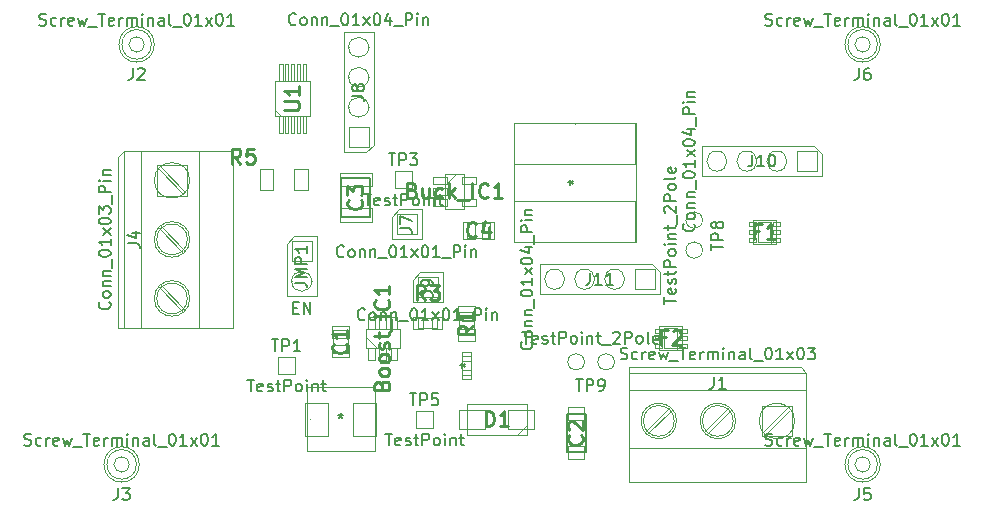
<source format=gbr>
%TF.GenerationSoftware,KiCad,Pcbnew,7.0.4*%
%TF.CreationDate,2023-05-30T06:19:14+05:30*%
%TF.ProjectId,1,312e6b69-6361-4645-9f70-636258585858,rev?*%
%TF.SameCoordinates,Original*%
%TF.FileFunction,AssemblyDrawing,Top*%
%FSLAX46Y46*%
G04 Gerber Fmt 4.6, Leading zero omitted, Abs format (unit mm)*
G04 Created by KiCad (PCBNEW 7.0.4) date 2023-05-30 06:19:14*
%MOMM*%
%LPD*%
G01*
G04 APERTURE LIST*
%ADD10C,0.254000*%
%ADD11C,0.150000*%
%ADD12C,0.100000*%
%ADD13C,0.120000*%
%ADD14C,0.200000*%
G04 APERTURE END LIST*
D10*
%TO.C,U1*%
X126304318Y-76659619D02*
X127332413Y-76659619D01*
X127332413Y-76659619D02*
X127453365Y-76599142D01*
X127453365Y-76599142D02*
X127513842Y-76538666D01*
X127513842Y-76538666D02*
X127574318Y-76417714D01*
X127574318Y-76417714D02*
X127574318Y-76175809D01*
X127574318Y-76175809D02*
X127513842Y-76054857D01*
X127513842Y-76054857D02*
X127453365Y-75994380D01*
X127453365Y-75994380D02*
X127332413Y-75933904D01*
X127332413Y-75933904D02*
X126304318Y-75933904D01*
X127574318Y-74663904D02*
X127574318Y-75389619D01*
X127574318Y-75026762D02*
X126304318Y-75026762D01*
X126304318Y-75026762D02*
X126485746Y-75147714D01*
X126485746Y-75147714D02*
X126606699Y-75268666D01*
X126606699Y-75268666D02*
X126667175Y-75389619D01*
D11*
%TO.C,J3*%
X104283904Y-105037200D02*
X104426761Y-105084819D01*
X104426761Y-105084819D02*
X104664856Y-105084819D01*
X104664856Y-105084819D02*
X104760094Y-105037200D01*
X104760094Y-105037200D02*
X104807713Y-104989580D01*
X104807713Y-104989580D02*
X104855332Y-104894342D01*
X104855332Y-104894342D02*
X104855332Y-104799104D01*
X104855332Y-104799104D02*
X104807713Y-104703866D01*
X104807713Y-104703866D02*
X104760094Y-104656247D01*
X104760094Y-104656247D02*
X104664856Y-104608628D01*
X104664856Y-104608628D02*
X104474380Y-104561009D01*
X104474380Y-104561009D02*
X104379142Y-104513390D01*
X104379142Y-104513390D02*
X104331523Y-104465771D01*
X104331523Y-104465771D02*
X104283904Y-104370533D01*
X104283904Y-104370533D02*
X104283904Y-104275295D01*
X104283904Y-104275295D02*
X104331523Y-104180057D01*
X104331523Y-104180057D02*
X104379142Y-104132438D01*
X104379142Y-104132438D02*
X104474380Y-104084819D01*
X104474380Y-104084819D02*
X104712475Y-104084819D01*
X104712475Y-104084819D02*
X104855332Y-104132438D01*
X105712475Y-105037200D02*
X105617237Y-105084819D01*
X105617237Y-105084819D02*
X105426761Y-105084819D01*
X105426761Y-105084819D02*
X105331523Y-105037200D01*
X105331523Y-105037200D02*
X105283904Y-104989580D01*
X105283904Y-104989580D02*
X105236285Y-104894342D01*
X105236285Y-104894342D02*
X105236285Y-104608628D01*
X105236285Y-104608628D02*
X105283904Y-104513390D01*
X105283904Y-104513390D02*
X105331523Y-104465771D01*
X105331523Y-104465771D02*
X105426761Y-104418152D01*
X105426761Y-104418152D02*
X105617237Y-104418152D01*
X105617237Y-104418152D02*
X105712475Y-104465771D01*
X106141047Y-105084819D02*
X106141047Y-104418152D01*
X106141047Y-104608628D02*
X106188666Y-104513390D01*
X106188666Y-104513390D02*
X106236285Y-104465771D01*
X106236285Y-104465771D02*
X106331523Y-104418152D01*
X106331523Y-104418152D02*
X106426761Y-104418152D01*
X107141047Y-105037200D02*
X107045809Y-105084819D01*
X107045809Y-105084819D02*
X106855333Y-105084819D01*
X106855333Y-105084819D02*
X106760095Y-105037200D01*
X106760095Y-105037200D02*
X106712476Y-104941961D01*
X106712476Y-104941961D02*
X106712476Y-104561009D01*
X106712476Y-104561009D02*
X106760095Y-104465771D01*
X106760095Y-104465771D02*
X106855333Y-104418152D01*
X106855333Y-104418152D02*
X107045809Y-104418152D01*
X107045809Y-104418152D02*
X107141047Y-104465771D01*
X107141047Y-104465771D02*
X107188666Y-104561009D01*
X107188666Y-104561009D02*
X107188666Y-104656247D01*
X107188666Y-104656247D02*
X106712476Y-104751485D01*
X107522000Y-104418152D02*
X107712476Y-105084819D01*
X107712476Y-105084819D02*
X107902952Y-104608628D01*
X107902952Y-104608628D02*
X108093428Y-105084819D01*
X108093428Y-105084819D02*
X108283904Y-104418152D01*
X108426762Y-105180057D02*
X109188666Y-105180057D01*
X109283905Y-104084819D02*
X109855333Y-104084819D01*
X109569619Y-105084819D02*
X109569619Y-104084819D01*
X110569619Y-105037200D02*
X110474381Y-105084819D01*
X110474381Y-105084819D02*
X110283905Y-105084819D01*
X110283905Y-105084819D02*
X110188667Y-105037200D01*
X110188667Y-105037200D02*
X110141048Y-104941961D01*
X110141048Y-104941961D02*
X110141048Y-104561009D01*
X110141048Y-104561009D02*
X110188667Y-104465771D01*
X110188667Y-104465771D02*
X110283905Y-104418152D01*
X110283905Y-104418152D02*
X110474381Y-104418152D01*
X110474381Y-104418152D02*
X110569619Y-104465771D01*
X110569619Y-104465771D02*
X110617238Y-104561009D01*
X110617238Y-104561009D02*
X110617238Y-104656247D01*
X110617238Y-104656247D02*
X110141048Y-104751485D01*
X111045810Y-105084819D02*
X111045810Y-104418152D01*
X111045810Y-104608628D02*
X111093429Y-104513390D01*
X111093429Y-104513390D02*
X111141048Y-104465771D01*
X111141048Y-104465771D02*
X111236286Y-104418152D01*
X111236286Y-104418152D02*
X111331524Y-104418152D01*
X111664858Y-105084819D02*
X111664858Y-104418152D01*
X111664858Y-104513390D02*
X111712477Y-104465771D01*
X111712477Y-104465771D02*
X111807715Y-104418152D01*
X111807715Y-104418152D02*
X111950572Y-104418152D01*
X111950572Y-104418152D02*
X112045810Y-104465771D01*
X112045810Y-104465771D02*
X112093429Y-104561009D01*
X112093429Y-104561009D02*
X112093429Y-105084819D01*
X112093429Y-104561009D02*
X112141048Y-104465771D01*
X112141048Y-104465771D02*
X112236286Y-104418152D01*
X112236286Y-104418152D02*
X112379143Y-104418152D01*
X112379143Y-104418152D02*
X112474382Y-104465771D01*
X112474382Y-104465771D02*
X112522001Y-104561009D01*
X112522001Y-104561009D02*
X112522001Y-105084819D01*
X112998191Y-105084819D02*
X112998191Y-104418152D01*
X112998191Y-104084819D02*
X112950572Y-104132438D01*
X112950572Y-104132438D02*
X112998191Y-104180057D01*
X112998191Y-104180057D02*
X113045810Y-104132438D01*
X113045810Y-104132438D02*
X112998191Y-104084819D01*
X112998191Y-104084819D02*
X112998191Y-104180057D01*
X113474381Y-104418152D02*
X113474381Y-105084819D01*
X113474381Y-104513390D02*
X113522000Y-104465771D01*
X113522000Y-104465771D02*
X113617238Y-104418152D01*
X113617238Y-104418152D02*
X113760095Y-104418152D01*
X113760095Y-104418152D02*
X113855333Y-104465771D01*
X113855333Y-104465771D02*
X113902952Y-104561009D01*
X113902952Y-104561009D02*
X113902952Y-105084819D01*
X114807714Y-105084819D02*
X114807714Y-104561009D01*
X114807714Y-104561009D02*
X114760095Y-104465771D01*
X114760095Y-104465771D02*
X114664857Y-104418152D01*
X114664857Y-104418152D02*
X114474381Y-104418152D01*
X114474381Y-104418152D02*
X114379143Y-104465771D01*
X114807714Y-105037200D02*
X114712476Y-105084819D01*
X114712476Y-105084819D02*
X114474381Y-105084819D01*
X114474381Y-105084819D02*
X114379143Y-105037200D01*
X114379143Y-105037200D02*
X114331524Y-104941961D01*
X114331524Y-104941961D02*
X114331524Y-104846723D01*
X114331524Y-104846723D02*
X114379143Y-104751485D01*
X114379143Y-104751485D02*
X114474381Y-104703866D01*
X114474381Y-104703866D02*
X114712476Y-104703866D01*
X114712476Y-104703866D02*
X114807714Y-104656247D01*
X115426762Y-105084819D02*
X115331524Y-105037200D01*
X115331524Y-105037200D02*
X115283905Y-104941961D01*
X115283905Y-104941961D02*
X115283905Y-104084819D01*
X115569620Y-105180057D02*
X116331524Y-105180057D01*
X116760096Y-104084819D02*
X116855334Y-104084819D01*
X116855334Y-104084819D02*
X116950572Y-104132438D01*
X116950572Y-104132438D02*
X116998191Y-104180057D01*
X116998191Y-104180057D02*
X117045810Y-104275295D01*
X117045810Y-104275295D02*
X117093429Y-104465771D01*
X117093429Y-104465771D02*
X117093429Y-104703866D01*
X117093429Y-104703866D02*
X117045810Y-104894342D01*
X117045810Y-104894342D02*
X116998191Y-104989580D01*
X116998191Y-104989580D02*
X116950572Y-105037200D01*
X116950572Y-105037200D02*
X116855334Y-105084819D01*
X116855334Y-105084819D02*
X116760096Y-105084819D01*
X116760096Y-105084819D02*
X116664858Y-105037200D01*
X116664858Y-105037200D02*
X116617239Y-104989580D01*
X116617239Y-104989580D02*
X116569620Y-104894342D01*
X116569620Y-104894342D02*
X116522001Y-104703866D01*
X116522001Y-104703866D02*
X116522001Y-104465771D01*
X116522001Y-104465771D02*
X116569620Y-104275295D01*
X116569620Y-104275295D02*
X116617239Y-104180057D01*
X116617239Y-104180057D02*
X116664858Y-104132438D01*
X116664858Y-104132438D02*
X116760096Y-104084819D01*
X118045810Y-105084819D02*
X117474382Y-105084819D01*
X117760096Y-105084819D02*
X117760096Y-104084819D01*
X117760096Y-104084819D02*
X117664858Y-104227676D01*
X117664858Y-104227676D02*
X117569620Y-104322914D01*
X117569620Y-104322914D02*
X117474382Y-104370533D01*
X118379144Y-105084819D02*
X118902953Y-104418152D01*
X118379144Y-104418152D02*
X118902953Y-105084819D01*
X119474382Y-104084819D02*
X119569620Y-104084819D01*
X119569620Y-104084819D02*
X119664858Y-104132438D01*
X119664858Y-104132438D02*
X119712477Y-104180057D01*
X119712477Y-104180057D02*
X119760096Y-104275295D01*
X119760096Y-104275295D02*
X119807715Y-104465771D01*
X119807715Y-104465771D02*
X119807715Y-104703866D01*
X119807715Y-104703866D02*
X119760096Y-104894342D01*
X119760096Y-104894342D02*
X119712477Y-104989580D01*
X119712477Y-104989580D02*
X119664858Y-105037200D01*
X119664858Y-105037200D02*
X119569620Y-105084819D01*
X119569620Y-105084819D02*
X119474382Y-105084819D01*
X119474382Y-105084819D02*
X119379144Y-105037200D01*
X119379144Y-105037200D02*
X119331525Y-104989580D01*
X119331525Y-104989580D02*
X119283906Y-104894342D01*
X119283906Y-104894342D02*
X119236287Y-104703866D01*
X119236287Y-104703866D02*
X119236287Y-104465771D01*
X119236287Y-104465771D02*
X119283906Y-104275295D01*
X119283906Y-104275295D02*
X119331525Y-104180057D01*
X119331525Y-104180057D02*
X119379144Y-104132438D01*
X119379144Y-104132438D02*
X119474382Y-104084819D01*
X120760096Y-105084819D02*
X120188668Y-105084819D01*
X120474382Y-105084819D02*
X120474382Y-104084819D01*
X120474382Y-104084819D02*
X120379144Y-104227676D01*
X120379144Y-104227676D02*
X120283906Y-104322914D01*
X120283906Y-104322914D02*
X120188668Y-104370533D01*
X112188666Y-108684819D02*
X112188666Y-109399104D01*
X112188666Y-109399104D02*
X112141047Y-109541961D01*
X112141047Y-109541961D02*
X112045809Y-109637200D01*
X112045809Y-109637200D02*
X111902952Y-109684819D01*
X111902952Y-109684819D02*
X111807714Y-109684819D01*
X112569619Y-108684819D02*
X113188666Y-108684819D01*
X113188666Y-108684819D02*
X112855333Y-109065771D01*
X112855333Y-109065771D02*
X112998190Y-109065771D01*
X112998190Y-109065771D02*
X113093428Y-109113390D01*
X113093428Y-109113390D02*
X113141047Y-109161009D01*
X113141047Y-109161009D02*
X113188666Y-109256247D01*
X113188666Y-109256247D02*
X113188666Y-109494342D01*
X113188666Y-109494342D02*
X113141047Y-109589580D01*
X113141047Y-109589580D02*
X113093428Y-109637200D01*
X113093428Y-109637200D02*
X112998190Y-109684819D01*
X112998190Y-109684819D02*
X112712476Y-109684819D01*
X112712476Y-109684819D02*
X112617238Y-109637200D01*
X112617238Y-109637200D02*
X112569619Y-109589580D01*
%TO.C,TP1*%
X123158666Y-99502819D02*
X123730094Y-99502819D01*
X123444380Y-100502819D02*
X123444380Y-99502819D01*
X124444380Y-100455200D02*
X124349142Y-100502819D01*
X124349142Y-100502819D02*
X124158666Y-100502819D01*
X124158666Y-100502819D02*
X124063428Y-100455200D01*
X124063428Y-100455200D02*
X124015809Y-100359961D01*
X124015809Y-100359961D02*
X124015809Y-99979009D01*
X124015809Y-99979009D02*
X124063428Y-99883771D01*
X124063428Y-99883771D02*
X124158666Y-99836152D01*
X124158666Y-99836152D02*
X124349142Y-99836152D01*
X124349142Y-99836152D02*
X124444380Y-99883771D01*
X124444380Y-99883771D02*
X124491999Y-99979009D01*
X124491999Y-99979009D02*
X124491999Y-100074247D01*
X124491999Y-100074247D02*
X124015809Y-100169485D01*
X124872952Y-100455200D02*
X124968190Y-100502819D01*
X124968190Y-100502819D02*
X125158666Y-100502819D01*
X125158666Y-100502819D02*
X125253904Y-100455200D01*
X125253904Y-100455200D02*
X125301523Y-100359961D01*
X125301523Y-100359961D02*
X125301523Y-100312342D01*
X125301523Y-100312342D02*
X125253904Y-100217104D01*
X125253904Y-100217104D02*
X125158666Y-100169485D01*
X125158666Y-100169485D02*
X125015809Y-100169485D01*
X125015809Y-100169485D02*
X124920571Y-100121866D01*
X124920571Y-100121866D02*
X124872952Y-100026628D01*
X124872952Y-100026628D02*
X124872952Y-99979009D01*
X124872952Y-99979009D02*
X124920571Y-99883771D01*
X124920571Y-99883771D02*
X125015809Y-99836152D01*
X125015809Y-99836152D02*
X125158666Y-99836152D01*
X125158666Y-99836152D02*
X125253904Y-99883771D01*
X125587238Y-99836152D02*
X125968190Y-99836152D01*
X125730095Y-99502819D02*
X125730095Y-100359961D01*
X125730095Y-100359961D02*
X125777714Y-100455200D01*
X125777714Y-100455200D02*
X125872952Y-100502819D01*
X125872952Y-100502819D02*
X125968190Y-100502819D01*
X126301524Y-100502819D02*
X126301524Y-99502819D01*
X126301524Y-99502819D02*
X126682476Y-99502819D01*
X126682476Y-99502819D02*
X126777714Y-99550438D01*
X126777714Y-99550438D02*
X126825333Y-99598057D01*
X126825333Y-99598057D02*
X126872952Y-99693295D01*
X126872952Y-99693295D02*
X126872952Y-99836152D01*
X126872952Y-99836152D02*
X126825333Y-99931390D01*
X126825333Y-99931390D02*
X126777714Y-99979009D01*
X126777714Y-99979009D02*
X126682476Y-100026628D01*
X126682476Y-100026628D02*
X126301524Y-100026628D01*
X127444381Y-100502819D02*
X127349143Y-100455200D01*
X127349143Y-100455200D02*
X127301524Y-100407580D01*
X127301524Y-100407580D02*
X127253905Y-100312342D01*
X127253905Y-100312342D02*
X127253905Y-100026628D01*
X127253905Y-100026628D02*
X127301524Y-99931390D01*
X127301524Y-99931390D02*
X127349143Y-99883771D01*
X127349143Y-99883771D02*
X127444381Y-99836152D01*
X127444381Y-99836152D02*
X127587238Y-99836152D01*
X127587238Y-99836152D02*
X127682476Y-99883771D01*
X127682476Y-99883771D02*
X127730095Y-99931390D01*
X127730095Y-99931390D02*
X127777714Y-100026628D01*
X127777714Y-100026628D02*
X127777714Y-100312342D01*
X127777714Y-100312342D02*
X127730095Y-100407580D01*
X127730095Y-100407580D02*
X127682476Y-100455200D01*
X127682476Y-100455200D02*
X127587238Y-100502819D01*
X127587238Y-100502819D02*
X127444381Y-100502819D01*
X128206286Y-100502819D02*
X128206286Y-99836152D01*
X128206286Y-99502819D02*
X128158667Y-99550438D01*
X128158667Y-99550438D02*
X128206286Y-99598057D01*
X128206286Y-99598057D02*
X128253905Y-99550438D01*
X128253905Y-99550438D02*
X128206286Y-99502819D01*
X128206286Y-99502819D02*
X128206286Y-99598057D01*
X128682476Y-99836152D02*
X128682476Y-100502819D01*
X128682476Y-99931390D02*
X128730095Y-99883771D01*
X128730095Y-99883771D02*
X128825333Y-99836152D01*
X128825333Y-99836152D02*
X128968190Y-99836152D01*
X128968190Y-99836152D02*
X129063428Y-99883771D01*
X129063428Y-99883771D02*
X129111047Y-99979009D01*
X129111047Y-99979009D02*
X129111047Y-100502819D01*
X129444381Y-99836152D02*
X129825333Y-99836152D01*
X129587238Y-99502819D02*
X129587238Y-100359961D01*
X129587238Y-100359961D02*
X129634857Y-100455200D01*
X129634857Y-100455200D02*
X129730095Y-100502819D01*
X129730095Y-100502819D02*
X129825333Y-100502819D01*
X125230095Y-96102819D02*
X125801523Y-96102819D01*
X125515809Y-97102819D02*
X125515809Y-96102819D01*
X126134857Y-97102819D02*
X126134857Y-96102819D01*
X126134857Y-96102819D02*
X126515809Y-96102819D01*
X126515809Y-96102819D02*
X126611047Y-96150438D01*
X126611047Y-96150438D02*
X126658666Y-96198057D01*
X126658666Y-96198057D02*
X126706285Y-96293295D01*
X126706285Y-96293295D02*
X126706285Y-96436152D01*
X126706285Y-96436152D02*
X126658666Y-96531390D01*
X126658666Y-96531390D02*
X126611047Y-96579009D01*
X126611047Y-96579009D02*
X126515809Y-96626628D01*
X126515809Y-96626628D02*
X126134857Y-96626628D01*
X127658666Y-97102819D02*
X127087238Y-97102819D01*
X127372952Y-97102819D02*
X127372952Y-96102819D01*
X127372952Y-96102819D02*
X127277714Y-96245676D01*
X127277714Y-96245676D02*
X127182476Y-96340914D01*
X127182476Y-96340914D02*
X127087238Y-96388533D01*
%TO.C,J5*%
X167021904Y-105037200D02*
X167164761Y-105084819D01*
X167164761Y-105084819D02*
X167402856Y-105084819D01*
X167402856Y-105084819D02*
X167498094Y-105037200D01*
X167498094Y-105037200D02*
X167545713Y-104989580D01*
X167545713Y-104989580D02*
X167593332Y-104894342D01*
X167593332Y-104894342D02*
X167593332Y-104799104D01*
X167593332Y-104799104D02*
X167545713Y-104703866D01*
X167545713Y-104703866D02*
X167498094Y-104656247D01*
X167498094Y-104656247D02*
X167402856Y-104608628D01*
X167402856Y-104608628D02*
X167212380Y-104561009D01*
X167212380Y-104561009D02*
X167117142Y-104513390D01*
X167117142Y-104513390D02*
X167069523Y-104465771D01*
X167069523Y-104465771D02*
X167021904Y-104370533D01*
X167021904Y-104370533D02*
X167021904Y-104275295D01*
X167021904Y-104275295D02*
X167069523Y-104180057D01*
X167069523Y-104180057D02*
X167117142Y-104132438D01*
X167117142Y-104132438D02*
X167212380Y-104084819D01*
X167212380Y-104084819D02*
X167450475Y-104084819D01*
X167450475Y-104084819D02*
X167593332Y-104132438D01*
X168450475Y-105037200D02*
X168355237Y-105084819D01*
X168355237Y-105084819D02*
X168164761Y-105084819D01*
X168164761Y-105084819D02*
X168069523Y-105037200D01*
X168069523Y-105037200D02*
X168021904Y-104989580D01*
X168021904Y-104989580D02*
X167974285Y-104894342D01*
X167974285Y-104894342D02*
X167974285Y-104608628D01*
X167974285Y-104608628D02*
X168021904Y-104513390D01*
X168021904Y-104513390D02*
X168069523Y-104465771D01*
X168069523Y-104465771D02*
X168164761Y-104418152D01*
X168164761Y-104418152D02*
X168355237Y-104418152D01*
X168355237Y-104418152D02*
X168450475Y-104465771D01*
X168879047Y-105084819D02*
X168879047Y-104418152D01*
X168879047Y-104608628D02*
X168926666Y-104513390D01*
X168926666Y-104513390D02*
X168974285Y-104465771D01*
X168974285Y-104465771D02*
X169069523Y-104418152D01*
X169069523Y-104418152D02*
X169164761Y-104418152D01*
X169879047Y-105037200D02*
X169783809Y-105084819D01*
X169783809Y-105084819D02*
X169593333Y-105084819D01*
X169593333Y-105084819D02*
X169498095Y-105037200D01*
X169498095Y-105037200D02*
X169450476Y-104941961D01*
X169450476Y-104941961D02*
X169450476Y-104561009D01*
X169450476Y-104561009D02*
X169498095Y-104465771D01*
X169498095Y-104465771D02*
X169593333Y-104418152D01*
X169593333Y-104418152D02*
X169783809Y-104418152D01*
X169783809Y-104418152D02*
X169879047Y-104465771D01*
X169879047Y-104465771D02*
X169926666Y-104561009D01*
X169926666Y-104561009D02*
X169926666Y-104656247D01*
X169926666Y-104656247D02*
X169450476Y-104751485D01*
X170260000Y-104418152D02*
X170450476Y-105084819D01*
X170450476Y-105084819D02*
X170640952Y-104608628D01*
X170640952Y-104608628D02*
X170831428Y-105084819D01*
X170831428Y-105084819D02*
X171021904Y-104418152D01*
X171164762Y-105180057D02*
X171926666Y-105180057D01*
X172021905Y-104084819D02*
X172593333Y-104084819D01*
X172307619Y-105084819D02*
X172307619Y-104084819D01*
X173307619Y-105037200D02*
X173212381Y-105084819D01*
X173212381Y-105084819D02*
X173021905Y-105084819D01*
X173021905Y-105084819D02*
X172926667Y-105037200D01*
X172926667Y-105037200D02*
X172879048Y-104941961D01*
X172879048Y-104941961D02*
X172879048Y-104561009D01*
X172879048Y-104561009D02*
X172926667Y-104465771D01*
X172926667Y-104465771D02*
X173021905Y-104418152D01*
X173021905Y-104418152D02*
X173212381Y-104418152D01*
X173212381Y-104418152D02*
X173307619Y-104465771D01*
X173307619Y-104465771D02*
X173355238Y-104561009D01*
X173355238Y-104561009D02*
X173355238Y-104656247D01*
X173355238Y-104656247D02*
X172879048Y-104751485D01*
X173783810Y-105084819D02*
X173783810Y-104418152D01*
X173783810Y-104608628D02*
X173831429Y-104513390D01*
X173831429Y-104513390D02*
X173879048Y-104465771D01*
X173879048Y-104465771D02*
X173974286Y-104418152D01*
X173974286Y-104418152D02*
X174069524Y-104418152D01*
X174402858Y-105084819D02*
X174402858Y-104418152D01*
X174402858Y-104513390D02*
X174450477Y-104465771D01*
X174450477Y-104465771D02*
X174545715Y-104418152D01*
X174545715Y-104418152D02*
X174688572Y-104418152D01*
X174688572Y-104418152D02*
X174783810Y-104465771D01*
X174783810Y-104465771D02*
X174831429Y-104561009D01*
X174831429Y-104561009D02*
X174831429Y-105084819D01*
X174831429Y-104561009D02*
X174879048Y-104465771D01*
X174879048Y-104465771D02*
X174974286Y-104418152D01*
X174974286Y-104418152D02*
X175117143Y-104418152D01*
X175117143Y-104418152D02*
X175212382Y-104465771D01*
X175212382Y-104465771D02*
X175260001Y-104561009D01*
X175260001Y-104561009D02*
X175260001Y-105084819D01*
X175736191Y-105084819D02*
X175736191Y-104418152D01*
X175736191Y-104084819D02*
X175688572Y-104132438D01*
X175688572Y-104132438D02*
X175736191Y-104180057D01*
X175736191Y-104180057D02*
X175783810Y-104132438D01*
X175783810Y-104132438D02*
X175736191Y-104084819D01*
X175736191Y-104084819D02*
X175736191Y-104180057D01*
X176212381Y-104418152D02*
X176212381Y-105084819D01*
X176212381Y-104513390D02*
X176260000Y-104465771D01*
X176260000Y-104465771D02*
X176355238Y-104418152D01*
X176355238Y-104418152D02*
X176498095Y-104418152D01*
X176498095Y-104418152D02*
X176593333Y-104465771D01*
X176593333Y-104465771D02*
X176640952Y-104561009D01*
X176640952Y-104561009D02*
X176640952Y-105084819D01*
X177545714Y-105084819D02*
X177545714Y-104561009D01*
X177545714Y-104561009D02*
X177498095Y-104465771D01*
X177498095Y-104465771D02*
X177402857Y-104418152D01*
X177402857Y-104418152D02*
X177212381Y-104418152D01*
X177212381Y-104418152D02*
X177117143Y-104465771D01*
X177545714Y-105037200D02*
X177450476Y-105084819D01*
X177450476Y-105084819D02*
X177212381Y-105084819D01*
X177212381Y-105084819D02*
X177117143Y-105037200D01*
X177117143Y-105037200D02*
X177069524Y-104941961D01*
X177069524Y-104941961D02*
X177069524Y-104846723D01*
X177069524Y-104846723D02*
X177117143Y-104751485D01*
X177117143Y-104751485D02*
X177212381Y-104703866D01*
X177212381Y-104703866D02*
X177450476Y-104703866D01*
X177450476Y-104703866D02*
X177545714Y-104656247D01*
X178164762Y-105084819D02*
X178069524Y-105037200D01*
X178069524Y-105037200D02*
X178021905Y-104941961D01*
X178021905Y-104941961D02*
X178021905Y-104084819D01*
X178307620Y-105180057D02*
X179069524Y-105180057D01*
X179498096Y-104084819D02*
X179593334Y-104084819D01*
X179593334Y-104084819D02*
X179688572Y-104132438D01*
X179688572Y-104132438D02*
X179736191Y-104180057D01*
X179736191Y-104180057D02*
X179783810Y-104275295D01*
X179783810Y-104275295D02*
X179831429Y-104465771D01*
X179831429Y-104465771D02*
X179831429Y-104703866D01*
X179831429Y-104703866D02*
X179783810Y-104894342D01*
X179783810Y-104894342D02*
X179736191Y-104989580D01*
X179736191Y-104989580D02*
X179688572Y-105037200D01*
X179688572Y-105037200D02*
X179593334Y-105084819D01*
X179593334Y-105084819D02*
X179498096Y-105084819D01*
X179498096Y-105084819D02*
X179402858Y-105037200D01*
X179402858Y-105037200D02*
X179355239Y-104989580D01*
X179355239Y-104989580D02*
X179307620Y-104894342D01*
X179307620Y-104894342D02*
X179260001Y-104703866D01*
X179260001Y-104703866D02*
X179260001Y-104465771D01*
X179260001Y-104465771D02*
X179307620Y-104275295D01*
X179307620Y-104275295D02*
X179355239Y-104180057D01*
X179355239Y-104180057D02*
X179402858Y-104132438D01*
X179402858Y-104132438D02*
X179498096Y-104084819D01*
X180783810Y-105084819D02*
X180212382Y-105084819D01*
X180498096Y-105084819D02*
X180498096Y-104084819D01*
X180498096Y-104084819D02*
X180402858Y-104227676D01*
X180402858Y-104227676D02*
X180307620Y-104322914D01*
X180307620Y-104322914D02*
X180212382Y-104370533D01*
X181117144Y-105084819D02*
X181640953Y-104418152D01*
X181117144Y-104418152D02*
X181640953Y-105084819D01*
X182212382Y-104084819D02*
X182307620Y-104084819D01*
X182307620Y-104084819D02*
X182402858Y-104132438D01*
X182402858Y-104132438D02*
X182450477Y-104180057D01*
X182450477Y-104180057D02*
X182498096Y-104275295D01*
X182498096Y-104275295D02*
X182545715Y-104465771D01*
X182545715Y-104465771D02*
X182545715Y-104703866D01*
X182545715Y-104703866D02*
X182498096Y-104894342D01*
X182498096Y-104894342D02*
X182450477Y-104989580D01*
X182450477Y-104989580D02*
X182402858Y-105037200D01*
X182402858Y-105037200D02*
X182307620Y-105084819D01*
X182307620Y-105084819D02*
X182212382Y-105084819D01*
X182212382Y-105084819D02*
X182117144Y-105037200D01*
X182117144Y-105037200D02*
X182069525Y-104989580D01*
X182069525Y-104989580D02*
X182021906Y-104894342D01*
X182021906Y-104894342D02*
X181974287Y-104703866D01*
X181974287Y-104703866D02*
X181974287Y-104465771D01*
X181974287Y-104465771D02*
X182021906Y-104275295D01*
X182021906Y-104275295D02*
X182069525Y-104180057D01*
X182069525Y-104180057D02*
X182117144Y-104132438D01*
X182117144Y-104132438D02*
X182212382Y-104084819D01*
X183498096Y-105084819D02*
X182926668Y-105084819D01*
X183212382Y-105084819D02*
X183212382Y-104084819D01*
X183212382Y-104084819D02*
X183117144Y-104227676D01*
X183117144Y-104227676D02*
X183021906Y-104322914D01*
X183021906Y-104322914D02*
X182926668Y-104370533D01*
X174926666Y-108684819D02*
X174926666Y-109399104D01*
X174926666Y-109399104D02*
X174879047Y-109541961D01*
X174879047Y-109541961D02*
X174783809Y-109637200D01*
X174783809Y-109637200D02*
X174640952Y-109684819D01*
X174640952Y-109684819D02*
X174545714Y-109684819D01*
X175879047Y-108684819D02*
X175402857Y-108684819D01*
X175402857Y-108684819D02*
X175355238Y-109161009D01*
X175355238Y-109161009D02*
X175402857Y-109113390D01*
X175402857Y-109113390D02*
X175498095Y-109065771D01*
X175498095Y-109065771D02*
X175736190Y-109065771D01*
X175736190Y-109065771D02*
X175831428Y-109113390D01*
X175831428Y-109113390D02*
X175879047Y-109161009D01*
X175879047Y-109161009D02*
X175926666Y-109256247D01*
X175926666Y-109256247D02*
X175926666Y-109494342D01*
X175926666Y-109494342D02*
X175879047Y-109589580D01*
X175879047Y-109589580D02*
X175831428Y-109637200D01*
X175831428Y-109637200D02*
X175736190Y-109684819D01*
X175736190Y-109684819D02*
X175498095Y-109684819D01*
X175498095Y-109684819D02*
X175402857Y-109637200D01*
X175402857Y-109637200D02*
X175355238Y-109589580D01*
%TO.C,TP5*%
X134842666Y-104074819D02*
X135414094Y-104074819D01*
X135128380Y-105074819D02*
X135128380Y-104074819D01*
X136128380Y-105027200D02*
X136033142Y-105074819D01*
X136033142Y-105074819D02*
X135842666Y-105074819D01*
X135842666Y-105074819D02*
X135747428Y-105027200D01*
X135747428Y-105027200D02*
X135699809Y-104931961D01*
X135699809Y-104931961D02*
X135699809Y-104551009D01*
X135699809Y-104551009D02*
X135747428Y-104455771D01*
X135747428Y-104455771D02*
X135842666Y-104408152D01*
X135842666Y-104408152D02*
X136033142Y-104408152D01*
X136033142Y-104408152D02*
X136128380Y-104455771D01*
X136128380Y-104455771D02*
X136175999Y-104551009D01*
X136175999Y-104551009D02*
X136175999Y-104646247D01*
X136175999Y-104646247D02*
X135699809Y-104741485D01*
X136556952Y-105027200D02*
X136652190Y-105074819D01*
X136652190Y-105074819D02*
X136842666Y-105074819D01*
X136842666Y-105074819D02*
X136937904Y-105027200D01*
X136937904Y-105027200D02*
X136985523Y-104931961D01*
X136985523Y-104931961D02*
X136985523Y-104884342D01*
X136985523Y-104884342D02*
X136937904Y-104789104D01*
X136937904Y-104789104D02*
X136842666Y-104741485D01*
X136842666Y-104741485D02*
X136699809Y-104741485D01*
X136699809Y-104741485D02*
X136604571Y-104693866D01*
X136604571Y-104693866D02*
X136556952Y-104598628D01*
X136556952Y-104598628D02*
X136556952Y-104551009D01*
X136556952Y-104551009D02*
X136604571Y-104455771D01*
X136604571Y-104455771D02*
X136699809Y-104408152D01*
X136699809Y-104408152D02*
X136842666Y-104408152D01*
X136842666Y-104408152D02*
X136937904Y-104455771D01*
X137271238Y-104408152D02*
X137652190Y-104408152D01*
X137414095Y-104074819D02*
X137414095Y-104931961D01*
X137414095Y-104931961D02*
X137461714Y-105027200D01*
X137461714Y-105027200D02*
X137556952Y-105074819D01*
X137556952Y-105074819D02*
X137652190Y-105074819D01*
X137985524Y-105074819D02*
X137985524Y-104074819D01*
X137985524Y-104074819D02*
X138366476Y-104074819D01*
X138366476Y-104074819D02*
X138461714Y-104122438D01*
X138461714Y-104122438D02*
X138509333Y-104170057D01*
X138509333Y-104170057D02*
X138556952Y-104265295D01*
X138556952Y-104265295D02*
X138556952Y-104408152D01*
X138556952Y-104408152D02*
X138509333Y-104503390D01*
X138509333Y-104503390D02*
X138461714Y-104551009D01*
X138461714Y-104551009D02*
X138366476Y-104598628D01*
X138366476Y-104598628D02*
X137985524Y-104598628D01*
X139128381Y-105074819D02*
X139033143Y-105027200D01*
X139033143Y-105027200D02*
X138985524Y-104979580D01*
X138985524Y-104979580D02*
X138937905Y-104884342D01*
X138937905Y-104884342D02*
X138937905Y-104598628D01*
X138937905Y-104598628D02*
X138985524Y-104503390D01*
X138985524Y-104503390D02*
X139033143Y-104455771D01*
X139033143Y-104455771D02*
X139128381Y-104408152D01*
X139128381Y-104408152D02*
X139271238Y-104408152D01*
X139271238Y-104408152D02*
X139366476Y-104455771D01*
X139366476Y-104455771D02*
X139414095Y-104503390D01*
X139414095Y-104503390D02*
X139461714Y-104598628D01*
X139461714Y-104598628D02*
X139461714Y-104884342D01*
X139461714Y-104884342D02*
X139414095Y-104979580D01*
X139414095Y-104979580D02*
X139366476Y-105027200D01*
X139366476Y-105027200D02*
X139271238Y-105074819D01*
X139271238Y-105074819D02*
X139128381Y-105074819D01*
X139890286Y-105074819D02*
X139890286Y-104408152D01*
X139890286Y-104074819D02*
X139842667Y-104122438D01*
X139842667Y-104122438D02*
X139890286Y-104170057D01*
X139890286Y-104170057D02*
X139937905Y-104122438D01*
X139937905Y-104122438D02*
X139890286Y-104074819D01*
X139890286Y-104074819D02*
X139890286Y-104170057D01*
X140366476Y-104408152D02*
X140366476Y-105074819D01*
X140366476Y-104503390D02*
X140414095Y-104455771D01*
X140414095Y-104455771D02*
X140509333Y-104408152D01*
X140509333Y-104408152D02*
X140652190Y-104408152D01*
X140652190Y-104408152D02*
X140747428Y-104455771D01*
X140747428Y-104455771D02*
X140795047Y-104551009D01*
X140795047Y-104551009D02*
X140795047Y-105074819D01*
X141128381Y-104408152D02*
X141509333Y-104408152D01*
X141271238Y-104074819D02*
X141271238Y-104931961D01*
X141271238Y-104931961D02*
X141318857Y-105027200D01*
X141318857Y-105027200D02*
X141414095Y-105074819D01*
X141414095Y-105074819D02*
X141509333Y-105074819D01*
X136914095Y-100674819D02*
X137485523Y-100674819D01*
X137199809Y-101674819D02*
X137199809Y-100674819D01*
X137818857Y-101674819D02*
X137818857Y-100674819D01*
X137818857Y-100674819D02*
X138199809Y-100674819D01*
X138199809Y-100674819D02*
X138295047Y-100722438D01*
X138295047Y-100722438D02*
X138342666Y-100770057D01*
X138342666Y-100770057D02*
X138390285Y-100865295D01*
X138390285Y-100865295D02*
X138390285Y-101008152D01*
X138390285Y-101008152D02*
X138342666Y-101103390D01*
X138342666Y-101103390D02*
X138295047Y-101151009D01*
X138295047Y-101151009D02*
X138199809Y-101198628D01*
X138199809Y-101198628D02*
X137818857Y-101198628D01*
X139295047Y-100674819D02*
X138818857Y-100674819D01*
X138818857Y-100674819D02*
X138771238Y-101151009D01*
X138771238Y-101151009D02*
X138818857Y-101103390D01*
X138818857Y-101103390D02*
X138914095Y-101055771D01*
X138914095Y-101055771D02*
X139152190Y-101055771D01*
X139152190Y-101055771D02*
X139247428Y-101103390D01*
X139247428Y-101103390D02*
X139295047Y-101151009D01*
X139295047Y-101151009D02*
X139342666Y-101246247D01*
X139342666Y-101246247D02*
X139342666Y-101484342D01*
X139342666Y-101484342D02*
X139295047Y-101579580D01*
X139295047Y-101579580D02*
X139247428Y-101627200D01*
X139247428Y-101627200D02*
X139152190Y-101674819D01*
X139152190Y-101674819D02*
X138914095Y-101674819D01*
X138914095Y-101674819D02*
X138818857Y-101627200D01*
X138818857Y-101627200D02*
X138771238Y-101579580D01*
D10*
%TO.C,C4*%
X142536333Y-87321365D02*
X142475857Y-87381842D01*
X142475857Y-87381842D02*
X142294428Y-87442318D01*
X142294428Y-87442318D02*
X142173476Y-87442318D01*
X142173476Y-87442318D02*
X141992047Y-87381842D01*
X141992047Y-87381842D02*
X141871095Y-87260889D01*
X141871095Y-87260889D02*
X141810618Y-87139937D01*
X141810618Y-87139937D02*
X141750142Y-86898032D01*
X141750142Y-86898032D02*
X141750142Y-86716603D01*
X141750142Y-86716603D02*
X141810618Y-86474699D01*
X141810618Y-86474699D02*
X141871095Y-86353746D01*
X141871095Y-86353746D02*
X141992047Y-86232794D01*
X141992047Y-86232794D02*
X142173476Y-86172318D01*
X142173476Y-86172318D02*
X142294428Y-86172318D01*
X142294428Y-86172318D02*
X142475857Y-86232794D01*
X142475857Y-86232794D02*
X142536333Y-86293270D01*
X143624904Y-86595651D02*
X143624904Y-87442318D01*
X143322523Y-86111842D02*
X143020142Y-87018984D01*
X143020142Y-87018984D02*
X143806333Y-87018984D01*
D11*
%TO.C,J11*%
X147209580Y-96309524D02*
X147257200Y-96357143D01*
X147257200Y-96357143D02*
X147304819Y-96500000D01*
X147304819Y-96500000D02*
X147304819Y-96595238D01*
X147304819Y-96595238D02*
X147257200Y-96738095D01*
X147257200Y-96738095D02*
X147161961Y-96833333D01*
X147161961Y-96833333D02*
X147066723Y-96880952D01*
X147066723Y-96880952D02*
X146876247Y-96928571D01*
X146876247Y-96928571D02*
X146733390Y-96928571D01*
X146733390Y-96928571D02*
X146542914Y-96880952D01*
X146542914Y-96880952D02*
X146447676Y-96833333D01*
X146447676Y-96833333D02*
X146352438Y-96738095D01*
X146352438Y-96738095D02*
X146304819Y-96595238D01*
X146304819Y-96595238D02*
X146304819Y-96500000D01*
X146304819Y-96500000D02*
X146352438Y-96357143D01*
X146352438Y-96357143D02*
X146400057Y-96309524D01*
X147304819Y-95738095D02*
X147257200Y-95833333D01*
X147257200Y-95833333D02*
X147209580Y-95880952D01*
X147209580Y-95880952D02*
X147114342Y-95928571D01*
X147114342Y-95928571D02*
X146828628Y-95928571D01*
X146828628Y-95928571D02*
X146733390Y-95880952D01*
X146733390Y-95880952D02*
X146685771Y-95833333D01*
X146685771Y-95833333D02*
X146638152Y-95738095D01*
X146638152Y-95738095D02*
X146638152Y-95595238D01*
X146638152Y-95595238D02*
X146685771Y-95500000D01*
X146685771Y-95500000D02*
X146733390Y-95452381D01*
X146733390Y-95452381D02*
X146828628Y-95404762D01*
X146828628Y-95404762D02*
X147114342Y-95404762D01*
X147114342Y-95404762D02*
X147209580Y-95452381D01*
X147209580Y-95452381D02*
X147257200Y-95500000D01*
X147257200Y-95500000D02*
X147304819Y-95595238D01*
X147304819Y-95595238D02*
X147304819Y-95738095D01*
X146638152Y-94976190D02*
X147304819Y-94976190D01*
X146733390Y-94976190D02*
X146685771Y-94928571D01*
X146685771Y-94928571D02*
X146638152Y-94833333D01*
X146638152Y-94833333D02*
X146638152Y-94690476D01*
X146638152Y-94690476D02*
X146685771Y-94595238D01*
X146685771Y-94595238D02*
X146781009Y-94547619D01*
X146781009Y-94547619D02*
X147304819Y-94547619D01*
X146638152Y-94071428D02*
X147304819Y-94071428D01*
X146733390Y-94071428D02*
X146685771Y-94023809D01*
X146685771Y-94023809D02*
X146638152Y-93928571D01*
X146638152Y-93928571D02*
X146638152Y-93785714D01*
X146638152Y-93785714D02*
X146685771Y-93690476D01*
X146685771Y-93690476D02*
X146781009Y-93642857D01*
X146781009Y-93642857D02*
X147304819Y-93642857D01*
X147400057Y-93404762D02*
X147400057Y-92642857D01*
X146304819Y-92214285D02*
X146304819Y-92119047D01*
X146304819Y-92119047D02*
X146352438Y-92023809D01*
X146352438Y-92023809D02*
X146400057Y-91976190D01*
X146400057Y-91976190D02*
X146495295Y-91928571D01*
X146495295Y-91928571D02*
X146685771Y-91880952D01*
X146685771Y-91880952D02*
X146923866Y-91880952D01*
X146923866Y-91880952D02*
X147114342Y-91928571D01*
X147114342Y-91928571D02*
X147209580Y-91976190D01*
X147209580Y-91976190D02*
X147257200Y-92023809D01*
X147257200Y-92023809D02*
X147304819Y-92119047D01*
X147304819Y-92119047D02*
X147304819Y-92214285D01*
X147304819Y-92214285D02*
X147257200Y-92309523D01*
X147257200Y-92309523D02*
X147209580Y-92357142D01*
X147209580Y-92357142D02*
X147114342Y-92404761D01*
X147114342Y-92404761D02*
X146923866Y-92452380D01*
X146923866Y-92452380D02*
X146685771Y-92452380D01*
X146685771Y-92452380D02*
X146495295Y-92404761D01*
X146495295Y-92404761D02*
X146400057Y-92357142D01*
X146400057Y-92357142D02*
X146352438Y-92309523D01*
X146352438Y-92309523D02*
X146304819Y-92214285D01*
X147304819Y-90928571D02*
X147304819Y-91499999D01*
X147304819Y-91214285D02*
X146304819Y-91214285D01*
X146304819Y-91214285D02*
X146447676Y-91309523D01*
X146447676Y-91309523D02*
X146542914Y-91404761D01*
X146542914Y-91404761D02*
X146590533Y-91499999D01*
X147304819Y-90595237D02*
X146638152Y-90071428D01*
X146638152Y-90595237D02*
X147304819Y-90071428D01*
X146304819Y-89499999D02*
X146304819Y-89404761D01*
X146304819Y-89404761D02*
X146352438Y-89309523D01*
X146352438Y-89309523D02*
X146400057Y-89261904D01*
X146400057Y-89261904D02*
X146495295Y-89214285D01*
X146495295Y-89214285D02*
X146685771Y-89166666D01*
X146685771Y-89166666D02*
X146923866Y-89166666D01*
X146923866Y-89166666D02*
X147114342Y-89214285D01*
X147114342Y-89214285D02*
X147209580Y-89261904D01*
X147209580Y-89261904D02*
X147257200Y-89309523D01*
X147257200Y-89309523D02*
X147304819Y-89404761D01*
X147304819Y-89404761D02*
X147304819Y-89499999D01*
X147304819Y-89499999D02*
X147257200Y-89595237D01*
X147257200Y-89595237D02*
X147209580Y-89642856D01*
X147209580Y-89642856D02*
X147114342Y-89690475D01*
X147114342Y-89690475D02*
X146923866Y-89738094D01*
X146923866Y-89738094D02*
X146685771Y-89738094D01*
X146685771Y-89738094D02*
X146495295Y-89690475D01*
X146495295Y-89690475D02*
X146400057Y-89642856D01*
X146400057Y-89642856D02*
X146352438Y-89595237D01*
X146352438Y-89595237D02*
X146304819Y-89499999D01*
X146638152Y-88309523D02*
X147304819Y-88309523D01*
X146257200Y-88547618D02*
X146971485Y-88785713D01*
X146971485Y-88785713D02*
X146971485Y-88166666D01*
X147400057Y-88023809D02*
X147400057Y-87261904D01*
X147304819Y-87023808D02*
X146304819Y-87023808D01*
X146304819Y-87023808D02*
X146304819Y-86642856D01*
X146304819Y-86642856D02*
X146352438Y-86547618D01*
X146352438Y-86547618D02*
X146400057Y-86499999D01*
X146400057Y-86499999D02*
X146495295Y-86452380D01*
X146495295Y-86452380D02*
X146638152Y-86452380D01*
X146638152Y-86452380D02*
X146733390Y-86499999D01*
X146733390Y-86499999D02*
X146781009Y-86547618D01*
X146781009Y-86547618D02*
X146828628Y-86642856D01*
X146828628Y-86642856D02*
X146828628Y-87023808D01*
X147304819Y-86023808D02*
X146638152Y-86023808D01*
X146304819Y-86023808D02*
X146352438Y-86071427D01*
X146352438Y-86071427D02*
X146400057Y-86023808D01*
X146400057Y-86023808D02*
X146352438Y-85976189D01*
X146352438Y-85976189D02*
X146304819Y-86023808D01*
X146304819Y-86023808D02*
X146400057Y-86023808D01*
X146638152Y-85547618D02*
X147304819Y-85547618D01*
X146733390Y-85547618D02*
X146685771Y-85499999D01*
X146685771Y-85499999D02*
X146638152Y-85404761D01*
X146638152Y-85404761D02*
X146638152Y-85261904D01*
X146638152Y-85261904D02*
X146685771Y-85166666D01*
X146685771Y-85166666D02*
X146781009Y-85119047D01*
X146781009Y-85119047D02*
X147304819Y-85119047D01*
X152180476Y-90454819D02*
X152180476Y-91169104D01*
X152180476Y-91169104D02*
X152132857Y-91311961D01*
X152132857Y-91311961D02*
X152037619Y-91407200D01*
X152037619Y-91407200D02*
X151894762Y-91454819D01*
X151894762Y-91454819D02*
X151799524Y-91454819D01*
X153180476Y-91454819D02*
X152609048Y-91454819D01*
X152894762Y-91454819D02*
X152894762Y-90454819D01*
X152894762Y-90454819D02*
X152799524Y-90597676D01*
X152799524Y-90597676D02*
X152704286Y-90692914D01*
X152704286Y-90692914D02*
X152609048Y-90740533D01*
X154132857Y-91454819D02*
X153561429Y-91454819D01*
X153847143Y-91454819D02*
X153847143Y-90454819D01*
X153847143Y-90454819D02*
X153751905Y-90597676D01*
X153751905Y-90597676D02*
X153656667Y-90692914D01*
X153656667Y-90692914D02*
X153561429Y-90740533D01*
%TO.C,TP8*%
X158454819Y-93103333D02*
X158454819Y-92531905D01*
X159454819Y-92817619D02*
X158454819Y-92817619D01*
X159407200Y-91817619D02*
X159454819Y-91912857D01*
X159454819Y-91912857D02*
X159454819Y-92103333D01*
X159454819Y-92103333D02*
X159407200Y-92198571D01*
X159407200Y-92198571D02*
X159311961Y-92246190D01*
X159311961Y-92246190D02*
X158931009Y-92246190D01*
X158931009Y-92246190D02*
X158835771Y-92198571D01*
X158835771Y-92198571D02*
X158788152Y-92103333D01*
X158788152Y-92103333D02*
X158788152Y-91912857D01*
X158788152Y-91912857D02*
X158835771Y-91817619D01*
X158835771Y-91817619D02*
X158931009Y-91770000D01*
X158931009Y-91770000D02*
X159026247Y-91770000D01*
X159026247Y-91770000D02*
X159121485Y-92246190D01*
X159407200Y-91389047D02*
X159454819Y-91293809D01*
X159454819Y-91293809D02*
X159454819Y-91103333D01*
X159454819Y-91103333D02*
X159407200Y-91008095D01*
X159407200Y-91008095D02*
X159311961Y-90960476D01*
X159311961Y-90960476D02*
X159264342Y-90960476D01*
X159264342Y-90960476D02*
X159169104Y-91008095D01*
X159169104Y-91008095D02*
X159121485Y-91103333D01*
X159121485Y-91103333D02*
X159121485Y-91246190D01*
X159121485Y-91246190D02*
X159073866Y-91341428D01*
X159073866Y-91341428D02*
X158978628Y-91389047D01*
X158978628Y-91389047D02*
X158931009Y-91389047D01*
X158931009Y-91389047D02*
X158835771Y-91341428D01*
X158835771Y-91341428D02*
X158788152Y-91246190D01*
X158788152Y-91246190D02*
X158788152Y-91103333D01*
X158788152Y-91103333D02*
X158835771Y-91008095D01*
X158788152Y-90674761D02*
X158788152Y-90293809D01*
X158454819Y-90531904D02*
X159311961Y-90531904D01*
X159311961Y-90531904D02*
X159407200Y-90484285D01*
X159407200Y-90484285D02*
X159454819Y-90389047D01*
X159454819Y-90389047D02*
X159454819Y-90293809D01*
X159454819Y-89960475D02*
X158454819Y-89960475D01*
X158454819Y-89960475D02*
X158454819Y-89579523D01*
X158454819Y-89579523D02*
X158502438Y-89484285D01*
X158502438Y-89484285D02*
X158550057Y-89436666D01*
X158550057Y-89436666D02*
X158645295Y-89389047D01*
X158645295Y-89389047D02*
X158788152Y-89389047D01*
X158788152Y-89389047D02*
X158883390Y-89436666D01*
X158883390Y-89436666D02*
X158931009Y-89484285D01*
X158931009Y-89484285D02*
X158978628Y-89579523D01*
X158978628Y-89579523D02*
X158978628Y-89960475D01*
X159454819Y-88817618D02*
X159407200Y-88912856D01*
X159407200Y-88912856D02*
X159359580Y-88960475D01*
X159359580Y-88960475D02*
X159264342Y-89008094D01*
X159264342Y-89008094D02*
X158978628Y-89008094D01*
X158978628Y-89008094D02*
X158883390Y-88960475D01*
X158883390Y-88960475D02*
X158835771Y-88912856D01*
X158835771Y-88912856D02*
X158788152Y-88817618D01*
X158788152Y-88817618D02*
X158788152Y-88674761D01*
X158788152Y-88674761D02*
X158835771Y-88579523D01*
X158835771Y-88579523D02*
X158883390Y-88531904D01*
X158883390Y-88531904D02*
X158978628Y-88484285D01*
X158978628Y-88484285D02*
X159264342Y-88484285D01*
X159264342Y-88484285D02*
X159359580Y-88531904D01*
X159359580Y-88531904D02*
X159407200Y-88579523D01*
X159407200Y-88579523D02*
X159454819Y-88674761D01*
X159454819Y-88674761D02*
X159454819Y-88817618D01*
X159454819Y-88055713D02*
X158788152Y-88055713D01*
X158454819Y-88055713D02*
X158502438Y-88103332D01*
X158502438Y-88103332D02*
X158550057Y-88055713D01*
X158550057Y-88055713D02*
X158502438Y-88008094D01*
X158502438Y-88008094D02*
X158454819Y-88055713D01*
X158454819Y-88055713D02*
X158550057Y-88055713D01*
X158788152Y-87579523D02*
X159454819Y-87579523D01*
X158883390Y-87579523D02*
X158835771Y-87531904D01*
X158835771Y-87531904D02*
X158788152Y-87436666D01*
X158788152Y-87436666D02*
X158788152Y-87293809D01*
X158788152Y-87293809D02*
X158835771Y-87198571D01*
X158835771Y-87198571D02*
X158931009Y-87150952D01*
X158931009Y-87150952D02*
X159454819Y-87150952D01*
X158788152Y-86817618D02*
X158788152Y-86436666D01*
X158454819Y-86674761D02*
X159311961Y-86674761D01*
X159311961Y-86674761D02*
X159407200Y-86627142D01*
X159407200Y-86627142D02*
X159454819Y-86531904D01*
X159454819Y-86531904D02*
X159454819Y-86436666D01*
X159550057Y-86341428D02*
X159550057Y-85579523D01*
X158550057Y-85389046D02*
X158502438Y-85341427D01*
X158502438Y-85341427D02*
X158454819Y-85246189D01*
X158454819Y-85246189D02*
X158454819Y-85008094D01*
X158454819Y-85008094D02*
X158502438Y-84912856D01*
X158502438Y-84912856D02*
X158550057Y-84865237D01*
X158550057Y-84865237D02*
X158645295Y-84817618D01*
X158645295Y-84817618D02*
X158740533Y-84817618D01*
X158740533Y-84817618D02*
X158883390Y-84865237D01*
X158883390Y-84865237D02*
X159454819Y-85436665D01*
X159454819Y-85436665D02*
X159454819Y-84817618D01*
X159454819Y-84389046D02*
X158454819Y-84389046D01*
X158454819Y-84389046D02*
X158454819Y-84008094D01*
X158454819Y-84008094D02*
X158502438Y-83912856D01*
X158502438Y-83912856D02*
X158550057Y-83865237D01*
X158550057Y-83865237D02*
X158645295Y-83817618D01*
X158645295Y-83817618D02*
X158788152Y-83817618D01*
X158788152Y-83817618D02*
X158883390Y-83865237D01*
X158883390Y-83865237D02*
X158931009Y-83912856D01*
X158931009Y-83912856D02*
X158978628Y-84008094D01*
X158978628Y-84008094D02*
X158978628Y-84389046D01*
X159454819Y-83246189D02*
X159407200Y-83341427D01*
X159407200Y-83341427D02*
X159359580Y-83389046D01*
X159359580Y-83389046D02*
X159264342Y-83436665D01*
X159264342Y-83436665D02*
X158978628Y-83436665D01*
X158978628Y-83436665D02*
X158883390Y-83389046D01*
X158883390Y-83389046D02*
X158835771Y-83341427D01*
X158835771Y-83341427D02*
X158788152Y-83246189D01*
X158788152Y-83246189D02*
X158788152Y-83103332D01*
X158788152Y-83103332D02*
X158835771Y-83008094D01*
X158835771Y-83008094D02*
X158883390Y-82960475D01*
X158883390Y-82960475D02*
X158978628Y-82912856D01*
X158978628Y-82912856D02*
X159264342Y-82912856D01*
X159264342Y-82912856D02*
X159359580Y-82960475D01*
X159359580Y-82960475D02*
X159407200Y-83008094D01*
X159407200Y-83008094D02*
X159454819Y-83103332D01*
X159454819Y-83103332D02*
X159454819Y-83246189D01*
X159454819Y-82341427D02*
X159407200Y-82436665D01*
X159407200Y-82436665D02*
X159311961Y-82484284D01*
X159311961Y-82484284D02*
X158454819Y-82484284D01*
X159407200Y-81579522D02*
X159454819Y-81674760D01*
X159454819Y-81674760D02*
X159454819Y-81865236D01*
X159454819Y-81865236D02*
X159407200Y-81960474D01*
X159407200Y-81960474D02*
X159311961Y-82008093D01*
X159311961Y-82008093D02*
X158931009Y-82008093D01*
X158931009Y-82008093D02*
X158835771Y-81960474D01*
X158835771Y-81960474D02*
X158788152Y-81865236D01*
X158788152Y-81865236D02*
X158788152Y-81674760D01*
X158788152Y-81674760D02*
X158835771Y-81579522D01*
X158835771Y-81579522D02*
X158931009Y-81531903D01*
X158931009Y-81531903D02*
X159026247Y-81531903D01*
X159026247Y-81531903D02*
X159121485Y-82008093D01*
X162454819Y-88561904D02*
X162454819Y-87990476D01*
X163454819Y-88276190D02*
X162454819Y-88276190D01*
X163454819Y-87657142D02*
X162454819Y-87657142D01*
X162454819Y-87657142D02*
X162454819Y-87276190D01*
X162454819Y-87276190D02*
X162502438Y-87180952D01*
X162502438Y-87180952D02*
X162550057Y-87133333D01*
X162550057Y-87133333D02*
X162645295Y-87085714D01*
X162645295Y-87085714D02*
X162788152Y-87085714D01*
X162788152Y-87085714D02*
X162883390Y-87133333D01*
X162883390Y-87133333D02*
X162931009Y-87180952D01*
X162931009Y-87180952D02*
X162978628Y-87276190D01*
X162978628Y-87276190D02*
X162978628Y-87657142D01*
X162883390Y-86514285D02*
X162835771Y-86609523D01*
X162835771Y-86609523D02*
X162788152Y-86657142D01*
X162788152Y-86657142D02*
X162692914Y-86704761D01*
X162692914Y-86704761D02*
X162645295Y-86704761D01*
X162645295Y-86704761D02*
X162550057Y-86657142D01*
X162550057Y-86657142D02*
X162502438Y-86609523D01*
X162502438Y-86609523D02*
X162454819Y-86514285D01*
X162454819Y-86514285D02*
X162454819Y-86323809D01*
X162454819Y-86323809D02*
X162502438Y-86228571D01*
X162502438Y-86228571D02*
X162550057Y-86180952D01*
X162550057Y-86180952D02*
X162645295Y-86133333D01*
X162645295Y-86133333D02*
X162692914Y-86133333D01*
X162692914Y-86133333D02*
X162788152Y-86180952D01*
X162788152Y-86180952D02*
X162835771Y-86228571D01*
X162835771Y-86228571D02*
X162883390Y-86323809D01*
X162883390Y-86323809D02*
X162883390Y-86514285D01*
X162883390Y-86514285D02*
X162931009Y-86609523D01*
X162931009Y-86609523D02*
X162978628Y-86657142D01*
X162978628Y-86657142D02*
X163073866Y-86704761D01*
X163073866Y-86704761D02*
X163264342Y-86704761D01*
X163264342Y-86704761D02*
X163359580Y-86657142D01*
X163359580Y-86657142D02*
X163407200Y-86609523D01*
X163407200Y-86609523D02*
X163454819Y-86514285D01*
X163454819Y-86514285D02*
X163454819Y-86323809D01*
X163454819Y-86323809D02*
X163407200Y-86228571D01*
X163407200Y-86228571D02*
X163359580Y-86180952D01*
X163359580Y-86180952D02*
X163264342Y-86133333D01*
X163264342Y-86133333D02*
X163073866Y-86133333D01*
X163073866Y-86133333D02*
X162978628Y-86180952D01*
X162978628Y-86180952D02*
X162931009Y-86228571D01*
X162931009Y-86228571D02*
X162883390Y-86323809D01*
%TO.C,J9*%
X133120475Y-94383580D02*
X133072856Y-94431200D01*
X133072856Y-94431200D02*
X132929999Y-94478819D01*
X132929999Y-94478819D02*
X132834761Y-94478819D01*
X132834761Y-94478819D02*
X132691904Y-94431200D01*
X132691904Y-94431200D02*
X132596666Y-94335961D01*
X132596666Y-94335961D02*
X132549047Y-94240723D01*
X132549047Y-94240723D02*
X132501428Y-94050247D01*
X132501428Y-94050247D02*
X132501428Y-93907390D01*
X132501428Y-93907390D02*
X132549047Y-93716914D01*
X132549047Y-93716914D02*
X132596666Y-93621676D01*
X132596666Y-93621676D02*
X132691904Y-93526438D01*
X132691904Y-93526438D02*
X132834761Y-93478819D01*
X132834761Y-93478819D02*
X132929999Y-93478819D01*
X132929999Y-93478819D02*
X133072856Y-93526438D01*
X133072856Y-93526438D02*
X133120475Y-93574057D01*
X133691904Y-94478819D02*
X133596666Y-94431200D01*
X133596666Y-94431200D02*
X133549047Y-94383580D01*
X133549047Y-94383580D02*
X133501428Y-94288342D01*
X133501428Y-94288342D02*
X133501428Y-94002628D01*
X133501428Y-94002628D02*
X133549047Y-93907390D01*
X133549047Y-93907390D02*
X133596666Y-93859771D01*
X133596666Y-93859771D02*
X133691904Y-93812152D01*
X133691904Y-93812152D02*
X133834761Y-93812152D01*
X133834761Y-93812152D02*
X133929999Y-93859771D01*
X133929999Y-93859771D02*
X133977618Y-93907390D01*
X133977618Y-93907390D02*
X134025237Y-94002628D01*
X134025237Y-94002628D02*
X134025237Y-94288342D01*
X134025237Y-94288342D02*
X133977618Y-94383580D01*
X133977618Y-94383580D02*
X133929999Y-94431200D01*
X133929999Y-94431200D02*
X133834761Y-94478819D01*
X133834761Y-94478819D02*
X133691904Y-94478819D01*
X134453809Y-93812152D02*
X134453809Y-94478819D01*
X134453809Y-93907390D02*
X134501428Y-93859771D01*
X134501428Y-93859771D02*
X134596666Y-93812152D01*
X134596666Y-93812152D02*
X134739523Y-93812152D01*
X134739523Y-93812152D02*
X134834761Y-93859771D01*
X134834761Y-93859771D02*
X134882380Y-93955009D01*
X134882380Y-93955009D02*
X134882380Y-94478819D01*
X135358571Y-93812152D02*
X135358571Y-94478819D01*
X135358571Y-93907390D02*
X135406190Y-93859771D01*
X135406190Y-93859771D02*
X135501428Y-93812152D01*
X135501428Y-93812152D02*
X135644285Y-93812152D01*
X135644285Y-93812152D02*
X135739523Y-93859771D01*
X135739523Y-93859771D02*
X135787142Y-93955009D01*
X135787142Y-93955009D02*
X135787142Y-94478819D01*
X136025238Y-94574057D02*
X136787142Y-94574057D01*
X137215714Y-93478819D02*
X137310952Y-93478819D01*
X137310952Y-93478819D02*
X137406190Y-93526438D01*
X137406190Y-93526438D02*
X137453809Y-93574057D01*
X137453809Y-93574057D02*
X137501428Y-93669295D01*
X137501428Y-93669295D02*
X137549047Y-93859771D01*
X137549047Y-93859771D02*
X137549047Y-94097866D01*
X137549047Y-94097866D02*
X137501428Y-94288342D01*
X137501428Y-94288342D02*
X137453809Y-94383580D01*
X137453809Y-94383580D02*
X137406190Y-94431200D01*
X137406190Y-94431200D02*
X137310952Y-94478819D01*
X137310952Y-94478819D02*
X137215714Y-94478819D01*
X137215714Y-94478819D02*
X137120476Y-94431200D01*
X137120476Y-94431200D02*
X137072857Y-94383580D01*
X137072857Y-94383580D02*
X137025238Y-94288342D01*
X137025238Y-94288342D02*
X136977619Y-94097866D01*
X136977619Y-94097866D02*
X136977619Y-93859771D01*
X136977619Y-93859771D02*
X137025238Y-93669295D01*
X137025238Y-93669295D02*
X137072857Y-93574057D01*
X137072857Y-93574057D02*
X137120476Y-93526438D01*
X137120476Y-93526438D02*
X137215714Y-93478819D01*
X138501428Y-94478819D02*
X137930000Y-94478819D01*
X138215714Y-94478819D02*
X138215714Y-93478819D01*
X138215714Y-93478819D02*
X138120476Y-93621676D01*
X138120476Y-93621676D02*
X138025238Y-93716914D01*
X138025238Y-93716914D02*
X137930000Y-93764533D01*
X138834762Y-94478819D02*
X139358571Y-93812152D01*
X138834762Y-93812152D02*
X139358571Y-94478819D01*
X139930000Y-93478819D02*
X140025238Y-93478819D01*
X140025238Y-93478819D02*
X140120476Y-93526438D01*
X140120476Y-93526438D02*
X140168095Y-93574057D01*
X140168095Y-93574057D02*
X140215714Y-93669295D01*
X140215714Y-93669295D02*
X140263333Y-93859771D01*
X140263333Y-93859771D02*
X140263333Y-94097866D01*
X140263333Y-94097866D02*
X140215714Y-94288342D01*
X140215714Y-94288342D02*
X140168095Y-94383580D01*
X140168095Y-94383580D02*
X140120476Y-94431200D01*
X140120476Y-94431200D02*
X140025238Y-94478819D01*
X140025238Y-94478819D02*
X139930000Y-94478819D01*
X139930000Y-94478819D02*
X139834762Y-94431200D01*
X139834762Y-94431200D02*
X139787143Y-94383580D01*
X139787143Y-94383580D02*
X139739524Y-94288342D01*
X139739524Y-94288342D02*
X139691905Y-94097866D01*
X139691905Y-94097866D02*
X139691905Y-93859771D01*
X139691905Y-93859771D02*
X139739524Y-93669295D01*
X139739524Y-93669295D02*
X139787143Y-93574057D01*
X139787143Y-93574057D02*
X139834762Y-93526438D01*
X139834762Y-93526438D02*
X139930000Y-93478819D01*
X141215714Y-94478819D02*
X140644286Y-94478819D01*
X140930000Y-94478819D02*
X140930000Y-93478819D01*
X140930000Y-93478819D02*
X140834762Y-93621676D01*
X140834762Y-93621676D02*
X140739524Y-93716914D01*
X140739524Y-93716914D02*
X140644286Y-93764533D01*
X141406191Y-94574057D02*
X142168095Y-94574057D01*
X142406191Y-94478819D02*
X142406191Y-93478819D01*
X142406191Y-93478819D02*
X142787143Y-93478819D01*
X142787143Y-93478819D02*
X142882381Y-93526438D01*
X142882381Y-93526438D02*
X142930000Y-93574057D01*
X142930000Y-93574057D02*
X142977619Y-93669295D01*
X142977619Y-93669295D02*
X142977619Y-93812152D01*
X142977619Y-93812152D02*
X142930000Y-93907390D01*
X142930000Y-93907390D02*
X142882381Y-93955009D01*
X142882381Y-93955009D02*
X142787143Y-94002628D01*
X142787143Y-94002628D02*
X142406191Y-94002628D01*
X143406191Y-94478819D02*
X143406191Y-93812152D01*
X143406191Y-93478819D02*
X143358572Y-93526438D01*
X143358572Y-93526438D02*
X143406191Y-93574057D01*
X143406191Y-93574057D02*
X143453810Y-93526438D01*
X143453810Y-93526438D02*
X143406191Y-93478819D01*
X143406191Y-93478819D02*
X143406191Y-93574057D01*
X143882381Y-93812152D02*
X143882381Y-94478819D01*
X143882381Y-93907390D02*
X143930000Y-93859771D01*
X143930000Y-93859771D02*
X144025238Y-93812152D01*
X144025238Y-93812152D02*
X144168095Y-93812152D01*
X144168095Y-93812152D02*
X144263333Y-93859771D01*
X144263333Y-93859771D02*
X144310952Y-93955009D01*
X144310952Y-93955009D02*
X144310952Y-94478819D01*
X137884819Y-92027333D02*
X138599104Y-92027333D01*
X138599104Y-92027333D02*
X138741961Y-92074952D01*
X138741961Y-92074952D02*
X138837200Y-92170190D01*
X138837200Y-92170190D02*
X138884819Y-92313047D01*
X138884819Y-92313047D02*
X138884819Y-92408285D01*
X138884819Y-91503523D02*
X138884819Y-91313047D01*
X138884819Y-91313047D02*
X138837200Y-91217809D01*
X138837200Y-91217809D02*
X138789580Y-91170190D01*
X138789580Y-91170190D02*
X138646723Y-91074952D01*
X138646723Y-91074952D02*
X138456247Y-91027333D01*
X138456247Y-91027333D02*
X138075295Y-91027333D01*
X138075295Y-91027333D02*
X137980057Y-91074952D01*
X137980057Y-91074952D02*
X137932438Y-91122571D01*
X137932438Y-91122571D02*
X137884819Y-91217809D01*
X137884819Y-91217809D02*
X137884819Y-91408285D01*
X137884819Y-91408285D02*
X137932438Y-91503523D01*
X137932438Y-91503523D02*
X137980057Y-91551142D01*
X137980057Y-91551142D02*
X138075295Y-91598761D01*
X138075295Y-91598761D02*
X138313390Y-91598761D01*
X138313390Y-91598761D02*
X138408628Y-91551142D01*
X138408628Y-91551142D02*
X138456247Y-91503523D01*
X138456247Y-91503523D02*
X138503866Y-91408285D01*
X138503866Y-91408285D02*
X138503866Y-91217809D01*
X138503866Y-91217809D02*
X138456247Y-91122571D01*
X138456247Y-91122571D02*
X138408628Y-91074952D01*
X138408628Y-91074952D02*
X138313390Y-91027333D01*
D10*
%TO.C,R5*%
X122571933Y-81219318D02*
X122148599Y-80614556D01*
X121846218Y-81219318D02*
X121846218Y-79949318D01*
X121846218Y-79949318D02*
X122330028Y-79949318D01*
X122330028Y-79949318D02*
X122450980Y-80009794D01*
X122450980Y-80009794D02*
X122511457Y-80070270D01*
X122511457Y-80070270D02*
X122571933Y-80191222D01*
X122571933Y-80191222D02*
X122571933Y-80372651D01*
X122571933Y-80372651D02*
X122511457Y-80493603D01*
X122511457Y-80493603D02*
X122450980Y-80554080D01*
X122450980Y-80554080D02*
X122330028Y-80614556D01*
X122330028Y-80614556D02*
X121846218Y-80614556D01*
X123720980Y-79949318D02*
X123116218Y-79949318D01*
X123116218Y-79949318D02*
X123055742Y-80554080D01*
X123055742Y-80554080D02*
X123116218Y-80493603D01*
X123116218Y-80493603D02*
X123237171Y-80433127D01*
X123237171Y-80433127D02*
X123539552Y-80433127D01*
X123539552Y-80433127D02*
X123660504Y-80493603D01*
X123660504Y-80493603D02*
X123720980Y-80554080D01*
X123720980Y-80554080D02*
X123781457Y-80675032D01*
X123781457Y-80675032D02*
X123781457Y-80977413D01*
X123781457Y-80977413D02*
X123720980Y-81098365D01*
X123720980Y-81098365D02*
X123660504Y-81158842D01*
X123660504Y-81158842D02*
X123539552Y-81219318D01*
X123539552Y-81219318D02*
X123237171Y-81219318D01*
X123237171Y-81219318D02*
X123116218Y-81158842D01*
X123116218Y-81158842D02*
X123055742Y-81098365D01*
D11*
%TO.C,J4*%
X111488580Y-92939524D02*
X111536200Y-92987143D01*
X111536200Y-92987143D02*
X111583819Y-93130000D01*
X111583819Y-93130000D02*
X111583819Y-93225238D01*
X111583819Y-93225238D02*
X111536200Y-93368095D01*
X111536200Y-93368095D02*
X111440961Y-93463333D01*
X111440961Y-93463333D02*
X111345723Y-93510952D01*
X111345723Y-93510952D02*
X111155247Y-93558571D01*
X111155247Y-93558571D02*
X111012390Y-93558571D01*
X111012390Y-93558571D02*
X110821914Y-93510952D01*
X110821914Y-93510952D02*
X110726676Y-93463333D01*
X110726676Y-93463333D02*
X110631438Y-93368095D01*
X110631438Y-93368095D02*
X110583819Y-93225238D01*
X110583819Y-93225238D02*
X110583819Y-93130000D01*
X110583819Y-93130000D02*
X110631438Y-92987143D01*
X110631438Y-92987143D02*
X110679057Y-92939524D01*
X111583819Y-92368095D02*
X111536200Y-92463333D01*
X111536200Y-92463333D02*
X111488580Y-92510952D01*
X111488580Y-92510952D02*
X111393342Y-92558571D01*
X111393342Y-92558571D02*
X111107628Y-92558571D01*
X111107628Y-92558571D02*
X111012390Y-92510952D01*
X111012390Y-92510952D02*
X110964771Y-92463333D01*
X110964771Y-92463333D02*
X110917152Y-92368095D01*
X110917152Y-92368095D02*
X110917152Y-92225238D01*
X110917152Y-92225238D02*
X110964771Y-92130000D01*
X110964771Y-92130000D02*
X111012390Y-92082381D01*
X111012390Y-92082381D02*
X111107628Y-92034762D01*
X111107628Y-92034762D02*
X111393342Y-92034762D01*
X111393342Y-92034762D02*
X111488580Y-92082381D01*
X111488580Y-92082381D02*
X111536200Y-92130000D01*
X111536200Y-92130000D02*
X111583819Y-92225238D01*
X111583819Y-92225238D02*
X111583819Y-92368095D01*
X110917152Y-91606190D02*
X111583819Y-91606190D01*
X111012390Y-91606190D02*
X110964771Y-91558571D01*
X110964771Y-91558571D02*
X110917152Y-91463333D01*
X110917152Y-91463333D02*
X110917152Y-91320476D01*
X110917152Y-91320476D02*
X110964771Y-91225238D01*
X110964771Y-91225238D02*
X111060009Y-91177619D01*
X111060009Y-91177619D02*
X111583819Y-91177619D01*
X110917152Y-90701428D02*
X111583819Y-90701428D01*
X111012390Y-90701428D02*
X110964771Y-90653809D01*
X110964771Y-90653809D02*
X110917152Y-90558571D01*
X110917152Y-90558571D02*
X110917152Y-90415714D01*
X110917152Y-90415714D02*
X110964771Y-90320476D01*
X110964771Y-90320476D02*
X111060009Y-90272857D01*
X111060009Y-90272857D02*
X111583819Y-90272857D01*
X111679057Y-90034762D02*
X111679057Y-89272857D01*
X110583819Y-88844285D02*
X110583819Y-88749047D01*
X110583819Y-88749047D02*
X110631438Y-88653809D01*
X110631438Y-88653809D02*
X110679057Y-88606190D01*
X110679057Y-88606190D02*
X110774295Y-88558571D01*
X110774295Y-88558571D02*
X110964771Y-88510952D01*
X110964771Y-88510952D02*
X111202866Y-88510952D01*
X111202866Y-88510952D02*
X111393342Y-88558571D01*
X111393342Y-88558571D02*
X111488580Y-88606190D01*
X111488580Y-88606190D02*
X111536200Y-88653809D01*
X111536200Y-88653809D02*
X111583819Y-88749047D01*
X111583819Y-88749047D02*
X111583819Y-88844285D01*
X111583819Y-88844285D02*
X111536200Y-88939523D01*
X111536200Y-88939523D02*
X111488580Y-88987142D01*
X111488580Y-88987142D02*
X111393342Y-89034761D01*
X111393342Y-89034761D02*
X111202866Y-89082380D01*
X111202866Y-89082380D02*
X110964771Y-89082380D01*
X110964771Y-89082380D02*
X110774295Y-89034761D01*
X110774295Y-89034761D02*
X110679057Y-88987142D01*
X110679057Y-88987142D02*
X110631438Y-88939523D01*
X110631438Y-88939523D02*
X110583819Y-88844285D01*
X111583819Y-87558571D02*
X111583819Y-88129999D01*
X111583819Y-87844285D02*
X110583819Y-87844285D01*
X110583819Y-87844285D02*
X110726676Y-87939523D01*
X110726676Y-87939523D02*
X110821914Y-88034761D01*
X110821914Y-88034761D02*
X110869533Y-88129999D01*
X111583819Y-87225237D02*
X110917152Y-86701428D01*
X110917152Y-87225237D02*
X111583819Y-86701428D01*
X110583819Y-86129999D02*
X110583819Y-86034761D01*
X110583819Y-86034761D02*
X110631438Y-85939523D01*
X110631438Y-85939523D02*
X110679057Y-85891904D01*
X110679057Y-85891904D02*
X110774295Y-85844285D01*
X110774295Y-85844285D02*
X110964771Y-85796666D01*
X110964771Y-85796666D02*
X111202866Y-85796666D01*
X111202866Y-85796666D02*
X111393342Y-85844285D01*
X111393342Y-85844285D02*
X111488580Y-85891904D01*
X111488580Y-85891904D02*
X111536200Y-85939523D01*
X111536200Y-85939523D02*
X111583819Y-86034761D01*
X111583819Y-86034761D02*
X111583819Y-86129999D01*
X111583819Y-86129999D02*
X111536200Y-86225237D01*
X111536200Y-86225237D02*
X111488580Y-86272856D01*
X111488580Y-86272856D02*
X111393342Y-86320475D01*
X111393342Y-86320475D02*
X111202866Y-86368094D01*
X111202866Y-86368094D02*
X110964771Y-86368094D01*
X110964771Y-86368094D02*
X110774295Y-86320475D01*
X110774295Y-86320475D02*
X110679057Y-86272856D01*
X110679057Y-86272856D02*
X110631438Y-86225237D01*
X110631438Y-86225237D02*
X110583819Y-86129999D01*
X110583819Y-85463332D02*
X110583819Y-84844285D01*
X110583819Y-84844285D02*
X110964771Y-85177618D01*
X110964771Y-85177618D02*
X110964771Y-85034761D01*
X110964771Y-85034761D02*
X111012390Y-84939523D01*
X111012390Y-84939523D02*
X111060009Y-84891904D01*
X111060009Y-84891904D02*
X111155247Y-84844285D01*
X111155247Y-84844285D02*
X111393342Y-84844285D01*
X111393342Y-84844285D02*
X111488580Y-84891904D01*
X111488580Y-84891904D02*
X111536200Y-84939523D01*
X111536200Y-84939523D02*
X111583819Y-85034761D01*
X111583819Y-85034761D02*
X111583819Y-85320475D01*
X111583819Y-85320475D02*
X111536200Y-85415713D01*
X111536200Y-85415713D02*
X111488580Y-85463332D01*
X111679057Y-84653809D02*
X111679057Y-83891904D01*
X111583819Y-83653808D02*
X110583819Y-83653808D01*
X110583819Y-83653808D02*
X110583819Y-83272856D01*
X110583819Y-83272856D02*
X110631438Y-83177618D01*
X110631438Y-83177618D02*
X110679057Y-83129999D01*
X110679057Y-83129999D02*
X110774295Y-83082380D01*
X110774295Y-83082380D02*
X110917152Y-83082380D01*
X110917152Y-83082380D02*
X111012390Y-83129999D01*
X111012390Y-83129999D02*
X111060009Y-83177618D01*
X111060009Y-83177618D02*
X111107628Y-83272856D01*
X111107628Y-83272856D02*
X111107628Y-83653808D01*
X111583819Y-82653808D02*
X110917152Y-82653808D01*
X110583819Y-82653808D02*
X110631438Y-82701427D01*
X110631438Y-82701427D02*
X110679057Y-82653808D01*
X110679057Y-82653808D02*
X110631438Y-82606189D01*
X110631438Y-82606189D02*
X110583819Y-82653808D01*
X110583819Y-82653808D02*
X110679057Y-82653808D01*
X110917152Y-82177618D02*
X111583819Y-82177618D01*
X111012390Y-82177618D02*
X110964771Y-82129999D01*
X110964771Y-82129999D02*
X110917152Y-82034761D01*
X110917152Y-82034761D02*
X110917152Y-81891904D01*
X110917152Y-81891904D02*
X110964771Y-81796666D01*
X110964771Y-81796666D02*
X111060009Y-81749047D01*
X111060009Y-81749047D02*
X111583819Y-81749047D01*
X113043819Y-87963333D02*
X113758104Y-87963333D01*
X113758104Y-87963333D02*
X113900961Y-88010952D01*
X113900961Y-88010952D02*
X113996200Y-88106190D01*
X113996200Y-88106190D02*
X114043819Y-88249047D01*
X114043819Y-88249047D02*
X114043819Y-88344285D01*
X113377152Y-87058571D02*
X114043819Y-87058571D01*
X112996200Y-87296666D02*
X113710485Y-87534761D01*
X113710485Y-87534761D02*
X113710485Y-86915714D01*
%TO.C,J8*%
X127278475Y-69393580D02*
X127230856Y-69441200D01*
X127230856Y-69441200D02*
X127087999Y-69488819D01*
X127087999Y-69488819D02*
X126992761Y-69488819D01*
X126992761Y-69488819D02*
X126849904Y-69441200D01*
X126849904Y-69441200D02*
X126754666Y-69345961D01*
X126754666Y-69345961D02*
X126707047Y-69250723D01*
X126707047Y-69250723D02*
X126659428Y-69060247D01*
X126659428Y-69060247D02*
X126659428Y-68917390D01*
X126659428Y-68917390D02*
X126707047Y-68726914D01*
X126707047Y-68726914D02*
X126754666Y-68631676D01*
X126754666Y-68631676D02*
X126849904Y-68536438D01*
X126849904Y-68536438D02*
X126992761Y-68488819D01*
X126992761Y-68488819D02*
X127087999Y-68488819D01*
X127087999Y-68488819D02*
X127230856Y-68536438D01*
X127230856Y-68536438D02*
X127278475Y-68584057D01*
X127849904Y-69488819D02*
X127754666Y-69441200D01*
X127754666Y-69441200D02*
X127707047Y-69393580D01*
X127707047Y-69393580D02*
X127659428Y-69298342D01*
X127659428Y-69298342D02*
X127659428Y-69012628D01*
X127659428Y-69012628D02*
X127707047Y-68917390D01*
X127707047Y-68917390D02*
X127754666Y-68869771D01*
X127754666Y-68869771D02*
X127849904Y-68822152D01*
X127849904Y-68822152D02*
X127992761Y-68822152D01*
X127992761Y-68822152D02*
X128087999Y-68869771D01*
X128087999Y-68869771D02*
X128135618Y-68917390D01*
X128135618Y-68917390D02*
X128183237Y-69012628D01*
X128183237Y-69012628D02*
X128183237Y-69298342D01*
X128183237Y-69298342D02*
X128135618Y-69393580D01*
X128135618Y-69393580D02*
X128087999Y-69441200D01*
X128087999Y-69441200D02*
X127992761Y-69488819D01*
X127992761Y-69488819D02*
X127849904Y-69488819D01*
X128611809Y-68822152D02*
X128611809Y-69488819D01*
X128611809Y-68917390D02*
X128659428Y-68869771D01*
X128659428Y-68869771D02*
X128754666Y-68822152D01*
X128754666Y-68822152D02*
X128897523Y-68822152D01*
X128897523Y-68822152D02*
X128992761Y-68869771D01*
X128992761Y-68869771D02*
X129040380Y-68965009D01*
X129040380Y-68965009D02*
X129040380Y-69488819D01*
X129516571Y-68822152D02*
X129516571Y-69488819D01*
X129516571Y-68917390D02*
X129564190Y-68869771D01*
X129564190Y-68869771D02*
X129659428Y-68822152D01*
X129659428Y-68822152D02*
X129802285Y-68822152D01*
X129802285Y-68822152D02*
X129897523Y-68869771D01*
X129897523Y-68869771D02*
X129945142Y-68965009D01*
X129945142Y-68965009D02*
X129945142Y-69488819D01*
X130183238Y-69584057D02*
X130945142Y-69584057D01*
X131373714Y-68488819D02*
X131468952Y-68488819D01*
X131468952Y-68488819D02*
X131564190Y-68536438D01*
X131564190Y-68536438D02*
X131611809Y-68584057D01*
X131611809Y-68584057D02*
X131659428Y-68679295D01*
X131659428Y-68679295D02*
X131707047Y-68869771D01*
X131707047Y-68869771D02*
X131707047Y-69107866D01*
X131707047Y-69107866D02*
X131659428Y-69298342D01*
X131659428Y-69298342D02*
X131611809Y-69393580D01*
X131611809Y-69393580D02*
X131564190Y-69441200D01*
X131564190Y-69441200D02*
X131468952Y-69488819D01*
X131468952Y-69488819D02*
X131373714Y-69488819D01*
X131373714Y-69488819D02*
X131278476Y-69441200D01*
X131278476Y-69441200D02*
X131230857Y-69393580D01*
X131230857Y-69393580D02*
X131183238Y-69298342D01*
X131183238Y-69298342D02*
X131135619Y-69107866D01*
X131135619Y-69107866D02*
X131135619Y-68869771D01*
X131135619Y-68869771D02*
X131183238Y-68679295D01*
X131183238Y-68679295D02*
X131230857Y-68584057D01*
X131230857Y-68584057D02*
X131278476Y-68536438D01*
X131278476Y-68536438D02*
X131373714Y-68488819D01*
X132659428Y-69488819D02*
X132088000Y-69488819D01*
X132373714Y-69488819D02*
X132373714Y-68488819D01*
X132373714Y-68488819D02*
X132278476Y-68631676D01*
X132278476Y-68631676D02*
X132183238Y-68726914D01*
X132183238Y-68726914D02*
X132088000Y-68774533D01*
X132992762Y-69488819D02*
X133516571Y-68822152D01*
X132992762Y-68822152D02*
X133516571Y-69488819D01*
X134088000Y-68488819D02*
X134183238Y-68488819D01*
X134183238Y-68488819D02*
X134278476Y-68536438D01*
X134278476Y-68536438D02*
X134326095Y-68584057D01*
X134326095Y-68584057D02*
X134373714Y-68679295D01*
X134373714Y-68679295D02*
X134421333Y-68869771D01*
X134421333Y-68869771D02*
X134421333Y-69107866D01*
X134421333Y-69107866D02*
X134373714Y-69298342D01*
X134373714Y-69298342D02*
X134326095Y-69393580D01*
X134326095Y-69393580D02*
X134278476Y-69441200D01*
X134278476Y-69441200D02*
X134183238Y-69488819D01*
X134183238Y-69488819D02*
X134088000Y-69488819D01*
X134088000Y-69488819D02*
X133992762Y-69441200D01*
X133992762Y-69441200D02*
X133945143Y-69393580D01*
X133945143Y-69393580D02*
X133897524Y-69298342D01*
X133897524Y-69298342D02*
X133849905Y-69107866D01*
X133849905Y-69107866D02*
X133849905Y-68869771D01*
X133849905Y-68869771D02*
X133897524Y-68679295D01*
X133897524Y-68679295D02*
X133945143Y-68584057D01*
X133945143Y-68584057D02*
X133992762Y-68536438D01*
X133992762Y-68536438D02*
X134088000Y-68488819D01*
X135278476Y-68822152D02*
X135278476Y-69488819D01*
X135040381Y-68441200D02*
X134802286Y-69155485D01*
X134802286Y-69155485D02*
X135421333Y-69155485D01*
X135564191Y-69584057D02*
X136326095Y-69584057D01*
X136564191Y-69488819D02*
X136564191Y-68488819D01*
X136564191Y-68488819D02*
X136945143Y-68488819D01*
X136945143Y-68488819D02*
X137040381Y-68536438D01*
X137040381Y-68536438D02*
X137088000Y-68584057D01*
X137088000Y-68584057D02*
X137135619Y-68679295D01*
X137135619Y-68679295D02*
X137135619Y-68822152D01*
X137135619Y-68822152D02*
X137088000Y-68917390D01*
X137088000Y-68917390D02*
X137040381Y-68965009D01*
X137040381Y-68965009D02*
X136945143Y-69012628D01*
X136945143Y-69012628D02*
X136564191Y-69012628D01*
X137564191Y-69488819D02*
X137564191Y-68822152D01*
X137564191Y-68488819D02*
X137516572Y-68536438D01*
X137516572Y-68536438D02*
X137564191Y-68584057D01*
X137564191Y-68584057D02*
X137611810Y-68536438D01*
X137611810Y-68536438D02*
X137564191Y-68488819D01*
X137564191Y-68488819D02*
X137564191Y-68584057D01*
X138040381Y-68822152D02*
X138040381Y-69488819D01*
X138040381Y-68917390D02*
X138088000Y-68869771D01*
X138088000Y-68869771D02*
X138183238Y-68822152D01*
X138183238Y-68822152D02*
X138326095Y-68822152D01*
X138326095Y-68822152D02*
X138421333Y-68869771D01*
X138421333Y-68869771D02*
X138468952Y-68965009D01*
X138468952Y-68965009D02*
X138468952Y-69488819D01*
X132042819Y-75507333D02*
X132757104Y-75507333D01*
X132757104Y-75507333D02*
X132899961Y-75554952D01*
X132899961Y-75554952D02*
X132995200Y-75650190D01*
X132995200Y-75650190D02*
X133042819Y-75793047D01*
X133042819Y-75793047D02*
X133042819Y-75888285D01*
X132471390Y-74888285D02*
X132423771Y-74983523D01*
X132423771Y-74983523D02*
X132376152Y-75031142D01*
X132376152Y-75031142D02*
X132280914Y-75078761D01*
X132280914Y-75078761D02*
X132233295Y-75078761D01*
X132233295Y-75078761D02*
X132138057Y-75031142D01*
X132138057Y-75031142D02*
X132090438Y-74983523D01*
X132090438Y-74983523D02*
X132042819Y-74888285D01*
X132042819Y-74888285D02*
X132042819Y-74697809D01*
X132042819Y-74697809D02*
X132090438Y-74602571D01*
X132090438Y-74602571D02*
X132138057Y-74554952D01*
X132138057Y-74554952D02*
X132233295Y-74507333D01*
X132233295Y-74507333D02*
X132280914Y-74507333D01*
X132280914Y-74507333D02*
X132376152Y-74554952D01*
X132376152Y-74554952D02*
X132423771Y-74602571D01*
X132423771Y-74602571D02*
X132471390Y-74697809D01*
X132471390Y-74697809D02*
X132471390Y-74888285D01*
X132471390Y-74888285D02*
X132519009Y-74983523D01*
X132519009Y-74983523D02*
X132566628Y-75031142D01*
X132566628Y-75031142D02*
X132661866Y-75078761D01*
X132661866Y-75078761D02*
X132852342Y-75078761D01*
X132852342Y-75078761D02*
X132947580Y-75031142D01*
X132947580Y-75031142D02*
X132995200Y-74983523D01*
X132995200Y-74983523D02*
X133042819Y-74888285D01*
X133042819Y-74888285D02*
X133042819Y-74697809D01*
X133042819Y-74697809D02*
X132995200Y-74602571D01*
X132995200Y-74602571D02*
X132947580Y-74554952D01*
X132947580Y-74554952D02*
X132852342Y-74507333D01*
X132852342Y-74507333D02*
X132661866Y-74507333D01*
X132661866Y-74507333D02*
X132566628Y-74554952D01*
X132566628Y-74554952D02*
X132519009Y-74602571D01*
X132519009Y-74602571D02*
X132471390Y-74697809D01*
D10*
%TO.C,R3*%
X138218333Y-92776318D02*
X137794999Y-92171556D01*
X137492618Y-92776318D02*
X137492618Y-91506318D01*
X137492618Y-91506318D02*
X137976428Y-91506318D01*
X137976428Y-91506318D02*
X138097380Y-91566794D01*
X138097380Y-91566794D02*
X138157857Y-91627270D01*
X138157857Y-91627270D02*
X138218333Y-91748222D01*
X138218333Y-91748222D02*
X138218333Y-91929651D01*
X138218333Y-91929651D02*
X138157857Y-92050603D01*
X138157857Y-92050603D02*
X138097380Y-92111080D01*
X138097380Y-92111080D02*
X137976428Y-92171556D01*
X137976428Y-92171556D02*
X137492618Y-92171556D01*
X138641666Y-91506318D02*
X139427857Y-91506318D01*
X139427857Y-91506318D02*
X139004523Y-91990127D01*
X139004523Y-91990127D02*
X139185952Y-91990127D01*
X139185952Y-91990127D02*
X139306904Y-92050603D01*
X139306904Y-92050603D02*
X139367380Y-92111080D01*
X139367380Y-92111080D02*
X139427857Y-92232032D01*
X139427857Y-92232032D02*
X139427857Y-92534413D01*
X139427857Y-92534413D02*
X139367380Y-92655365D01*
X139367380Y-92655365D02*
X139306904Y-92715842D01*
X139306904Y-92715842D02*
X139185952Y-92776318D01*
X139185952Y-92776318D02*
X138823095Y-92776318D01*
X138823095Y-92776318D02*
X138702142Y-92715842D01*
X138702142Y-92715842D02*
X138641666Y-92655365D01*
D11*
%TO.C,TP9*%
X146436666Y-95454819D02*
X147008094Y-95454819D01*
X146722380Y-96454819D02*
X146722380Y-95454819D01*
X147722380Y-96407200D02*
X147627142Y-96454819D01*
X147627142Y-96454819D02*
X147436666Y-96454819D01*
X147436666Y-96454819D02*
X147341428Y-96407200D01*
X147341428Y-96407200D02*
X147293809Y-96311961D01*
X147293809Y-96311961D02*
X147293809Y-95931009D01*
X147293809Y-95931009D02*
X147341428Y-95835771D01*
X147341428Y-95835771D02*
X147436666Y-95788152D01*
X147436666Y-95788152D02*
X147627142Y-95788152D01*
X147627142Y-95788152D02*
X147722380Y-95835771D01*
X147722380Y-95835771D02*
X147769999Y-95931009D01*
X147769999Y-95931009D02*
X147769999Y-96026247D01*
X147769999Y-96026247D02*
X147293809Y-96121485D01*
X148150952Y-96407200D02*
X148246190Y-96454819D01*
X148246190Y-96454819D02*
X148436666Y-96454819D01*
X148436666Y-96454819D02*
X148531904Y-96407200D01*
X148531904Y-96407200D02*
X148579523Y-96311961D01*
X148579523Y-96311961D02*
X148579523Y-96264342D01*
X148579523Y-96264342D02*
X148531904Y-96169104D01*
X148531904Y-96169104D02*
X148436666Y-96121485D01*
X148436666Y-96121485D02*
X148293809Y-96121485D01*
X148293809Y-96121485D02*
X148198571Y-96073866D01*
X148198571Y-96073866D02*
X148150952Y-95978628D01*
X148150952Y-95978628D02*
X148150952Y-95931009D01*
X148150952Y-95931009D02*
X148198571Y-95835771D01*
X148198571Y-95835771D02*
X148293809Y-95788152D01*
X148293809Y-95788152D02*
X148436666Y-95788152D01*
X148436666Y-95788152D02*
X148531904Y-95835771D01*
X148865238Y-95788152D02*
X149246190Y-95788152D01*
X149008095Y-95454819D02*
X149008095Y-96311961D01*
X149008095Y-96311961D02*
X149055714Y-96407200D01*
X149055714Y-96407200D02*
X149150952Y-96454819D01*
X149150952Y-96454819D02*
X149246190Y-96454819D01*
X149579524Y-96454819D02*
X149579524Y-95454819D01*
X149579524Y-95454819D02*
X149960476Y-95454819D01*
X149960476Y-95454819D02*
X150055714Y-95502438D01*
X150055714Y-95502438D02*
X150103333Y-95550057D01*
X150103333Y-95550057D02*
X150150952Y-95645295D01*
X150150952Y-95645295D02*
X150150952Y-95788152D01*
X150150952Y-95788152D02*
X150103333Y-95883390D01*
X150103333Y-95883390D02*
X150055714Y-95931009D01*
X150055714Y-95931009D02*
X149960476Y-95978628D01*
X149960476Y-95978628D02*
X149579524Y-95978628D01*
X150722381Y-96454819D02*
X150627143Y-96407200D01*
X150627143Y-96407200D02*
X150579524Y-96359580D01*
X150579524Y-96359580D02*
X150531905Y-96264342D01*
X150531905Y-96264342D02*
X150531905Y-95978628D01*
X150531905Y-95978628D02*
X150579524Y-95883390D01*
X150579524Y-95883390D02*
X150627143Y-95835771D01*
X150627143Y-95835771D02*
X150722381Y-95788152D01*
X150722381Y-95788152D02*
X150865238Y-95788152D01*
X150865238Y-95788152D02*
X150960476Y-95835771D01*
X150960476Y-95835771D02*
X151008095Y-95883390D01*
X151008095Y-95883390D02*
X151055714Y-95978628D01*
X151055714Y-95978628D02*
X151055714Y-96264342D01*
X151055714Y-96264342D02*
X151008095Y-96359580D01*
X151008095Y-96359580D02*
X150960476Y-96407200D01*
X150960476Y-96407200D02*
X150865238Y-96454819D01*
X150865238Y-96454819D02*
X150722381Y-96454819D01*
X151484286Y-96454819D02*
X151484286Y-95788152D01*
X151484286Y-95454819D02*
X151436667Y-95502438D01*
X151436667Y-95502438D02*
X151484286Y-95550057D01*
X151484286Y-95550057D02*
X151531905Y-95502438D01*
X151531905Y-95502438D02*
X151484286Y-95454819D01*
X151484286Y-95454819D02*
X151484286Y-95550057D01*
X151960476Y-95788152D02*
X151960476Y-96454819D01*
X151960476Y-95883390D02*
X152008095Y-95835771D01*
X152008095Y-95835771D02*
X152103333Y-95788152D01*
X152103333Y-95788152D02*
X152246190Y-95788152D01*
X152246190Y-95788152D02*
X152341428Y-95835771D01*
X152341428Y-95835771D02*
X152389047Y-95931009D01*
X152389047Y-95931009D02*
X152389047Y-96454819D01*
X152722381Y-95788152D02*
X153103333Y-95788152D01*
X152865238Y-95454819D02*
X152865238Y-96311961D01*
X152865238Y-96311961D02*
X152912857Y-96407200D01*
X152912857Y-96407200D02*
X153008095Y-96454819D01*
X153008095Y-96454819D02*
X153103333Y-96454819D01*
X153198572Y-96550057D02*
X153960476Y-96550057D01*
X154150953Y-95550057D02*
X154198572Y-95502438D01*
X154198572Y-95502438D02*
X154293810Y-95454819D01*
X154293810Y-95454819D02*
X154531905Y-95454819D01*
X154531905Y-95454819D02*
X154627143Y-95502438D01*
X154627143Y-95502438D02*
X154674762Y-95550057D01*
X154674762Y-95550057D02*
X154722381Y-95645295D01*
X154722381Y-95645295D02*
X154722381Y-95740533D01*
X154722381Y-95740533D02*
X154674762Y-95883390D01*
X154674762Y-95883390D02*
X154103334Y-96454819D01*
X154103334Y-96454819D02*
X154722381Y-96454819D01*
X155150953Y-96454819D02*
X155150953Y-95454819D01*
X155150953Y-95454819D02*
X155531905Y-95454819D01*
X155531905Y-95454819D02*
X155627143Y-95502438D01*
X155627143Y-95502438D02*
X155674762Y-95550057D01*
X155674762Y-95550057D02*
X155722381Y-95645295D01*
X155722381Y-95645295D02*
X155722381Y-95788152D01*
X155722381Y-95788152D02*
X155674762Y-95883390D01*
X155674762Y-95883390D02*
X155627143Y-95931009D01*
X155627143Y-95931009D02*
X155531905Y-95978628D01*
X155531905Y-95978628D02*
X155150953Y-95978628D01*
X156293810Y-96454819D02*
X156198572Y-96407200D01*
X156198572Y-96407200D02*
X156150953Y-96359580D01*
X156150953Y-96359580D02*
X156103334Y-96264342D01*
X156103334Y-96264342D02*
X156103334Y-95978628D01*
X156103334Y-95978628D02*
X156150953Y-95883390D01*
X156150953Y-95883390D02*
X156198572Y-95835771D01*
X156198572Y-95835771D02*
X156293810Y-95788152D01*
X156293810Y-95788152D02*
X156436667Y-95788152D01*
X156436667Y-95788152D02*
X156531905Y-95835771D01*
X156531905Y-95835771D02*
X156579524Y-95883390D01*
X156579524Y-95883390D02*
X156627143Y-95978628D01*
X156627143Y-95978628D02*
X156627143Y-96264342D01*
X156627143Y-96264342D02*
X156579524Y-96359580D01*
X156579524Y-96359580D02*
X156531905Y-96407200D01*
X156531905Y-96407200D02*
X156436667Y-96454819D01*
X156436667Y-96454819D02*
X156293810Y-96454819D01*
X157198572Y-96454819D02*
X157103334Y-96407200D01*
X157103334Y-96407200D02*
X157055715Y-96311961D01*
X157055715Y-96311961D02*
X157055715Y-95454819D01*
X157960477Y-96407200D02*
X157865239Y-96454819D01*
X157865239Y-96454819D02*
X157674763Y-96454819D01*
X157674763Y-96454819D02*
X157579525Y-96407200D01*
X157579525Y-96407200D02*
X157531906Y-96311961D01*
X157531906Y-96311961D02*
X157531906Y-95931009D01*
X157531906Y-95931009D02*
X157579525Y-95835771D01*
X157579525Y-95835771D02*
X157674763Y-95788152D01*
X157674763Y-95788152D02*
X157865239Y-95788152D01*
X157865239Y-95788152D02*
X157960477Y-95835771D01*
X157960477Y-95835771D02*
X158008096Y-95931009D01*
X158008096Y-95931009D02*
X158008096Y-96026247D01*
X158008096Y-96026247D02*
X157531906Y-96121485D01*
X150978095Y-99454819D02*
X151549523Y-99454819D01*
X151263809Y-100454819D02*
X151263809Y-99454819D01*
X151882857Y-100454819D02*
X151882857Y-99454819D01*
X151882857Y-99454819D02*
X152263809Y-99454819D01*
X152263809Y-99454819D02*
X152359047Y-99502438D01*
X152359047Y-99502438D02*
X152406666Y-99550057D01*
X152406666Y-99550057D02*
X152454285Y-99645295D01*
X152454285Y-99645295D02*
X152454285Y-99788152D01*
X152454285Y-99788152D02*
X152406666Y-99883390D01*
X152406666Y-99883390D02*
X152359047Y-99931009D01*
X152359047Y-99931009D02*
X152263809Y-99978628D01*
X152263809Y-99978628D02*
X151882857Y-99978628D01*
X152930476Y-100454819D02*
X153120952Y-100454819D01*
X153120952Y-100454819D02*
X153216190Y-100407200D01*
X153216190Y-100407200D02*
X153263809Y-100359580D01*
X153263809Y-100359580D02*
X153359047Y-100216723D01*
X153359047Y-100216723D02*
X153406666Y-100026247D01*
X153406666Y-100026247D02*
X153406666Y-99645295D01*
X153406666Y-99645295D02*
X153359047Y-99550057D01*
X153359047Y-99550057D02*
X153311428Y-99502438D01*
X153311428Y-99502438D02*
X153216190Y-99454819D01*
X153216190Y-99454819D02*
X153025714Y-99454819D01*
X153025714Y-99454819D02*
X152930476Y-99502438D01*
X152930476Y-99502438D02*
X152882857Y-99550057D01*
X152882857Y-99550057D02*
X152835238Y-99645295D01*
X152835238Y-99645295D02*
X152835238Y-99883390D01*
X152835238Y-99883390D02*
X152882857Y-99978628D01*
X152882857Y-99978628D02*
X152930476Y-100026247D01*
X152930476Y-100026247D02*
X153025714Y-100073866D01*
X153025714Y-100073866D02*
X153216190Y-100073866D01*
X153216190Y-100073866D02*
X153311428Y-100026247D01*
X153311428Y-100026247D02*
X153359047Y-99978628D01*
X153359047Y-99978628D02*
X153406666Y-99883390D01*
%TO.C,J7*%
X131342475Y-89049580D02*
X131294856Y-89097200D01*
X131294856Y-89097200D02*
X131151999Y-89144819D01*
X131151999Y-89144819D02*
X131056761Y-89144819D01*
X131056761Y-89144819D02*
X130913904Y-89097200D01*
X130913904Y-89097200D02*
X130818666Y-89001961D01*
X130818666Y-89001961D02*
X130771047Y-88906723D01*
X130771047Y-88906723D02*
X130723428Y-88716247D01*
X130723428Y-88716247D02*
X130723428Y-88573390D01*
X130723428Y-88573390D02*
X130771047Y-88382914D01*
X130771047Y-88382914D02*
X130818666Y-88287676D01*
X130818666Y-88287676D02*
X130913904Y-88192438D01*
X130913904Y-88192438D02*
X131056761Y-88144819D01*
X131056761Y-88144819D02*
X131151999Y-88144819D01*
X131151999Y-88144819D02*
X131294856Y-88192438D01*
X131294856Y-88192438D02*
X131342475Y-88240057D01*
X131913904Y-89144819D02*
X131818666Y-89097200D01*
X131818666Y-89097200D02*
X131771047Y-89049580D01*
X131771047Y-89049580D02*
X131723428Y-88954342D01*
X131723428Y-88954342D02*
X131723428Y-88668628D01*
X131723428Y-88668628D02*
X131771047Y-88573390D01*
X131771047Y-88573390D02*
X131818666Y-88525771D01*
X131818666Y-88525771D02*
X131913904Y-88478152D01*
X131913904Y-88478152D02*
X132056761Y-88478152D01*
X132056761Y-88478152D02*
X132151999Y-88525771D01*
X132151999Y-88525771D02*
X132199618Y-88573390D01*
X132199618Y-88573390D02*
X132247237Y-88668628D01*
X132247237Y-88668628D02*
X132247237Y-88954342D01*
X132247237Y-88954342D02*
X132199618Y-89049580D01*
X132199618Y-89049580D02*
X132151999Y-89097200D01*
X132151999Y-89097200D02*
X132056761Y-89144819D01*
X132056761Y-89144819D02*
X131913904Y-89144819D01*
X132675809Y-88478152D02*
X132675809Y-89144819D01*
X132675809Y-88573390D02*
X132723428Y-88525771D01*
X132723428Y-88525771D02*
X132818666Y-88478152D01*
X132818666Y-88478152D02*
X132961523Y-88478152D01*
X132961523Y-88478152D02*
X133056761Y-88525771D01*
X133056761Y-88525771D02*
X133104380Y-88621009D01*
X133104380Y-88621009D02*
X133104380Y-89144819D01*
X133580571Y-88478152D02*
X133580571Y-89144819D01*
X133580571Y-88573390D02*
X133628190Y-88525771D01*
X133628190Y-88525771D02*
X133723428Y-88478152D01*
X133723428Y-88478152D02*
X133866285Y-88478152D01*
X133866285Y-88478152D02*
X133961523Y-88525771D01*
X133961523Y-88525771D02*
X134009142Y-88621009D01*
X134009142Y-88621009D02*
X134009142Y-89144819D01*
X134247238Y-89240057D02*
X135009142Y-89240057D01*
X135437714Y-88144819D02*
X135532952Y-88144819D01*
X135532952Y-88144819D02*
X135628190Y-88192438D01*
X135628190Y-88192438D02*
X135675809Y-88240057D01*
X135675809Y-88240057D02*
X135723428Y-88335295D01*
X135723428Y-88335295D02*
X135771047Y-88525771D01*
X135771047Y-88525771D02*
X135771047Y-88763866D01*
X135771047Y-88763866D02*
X135723428Y-88954342D01*
X135723428Y-88954342D02*
X135675809Y-89049580D01*
X135675809Y-89049580D02*
X135628190Y-89097200D01*
X135628190Y-89097200D02*
X135532952Y-89144819D01*
X135532952Y-89144819D02*
X135437714Y-89144819D01*
X135437714Y-89144819D02*
X135342476Y-89097200D01*
X135342476Y-89097200D02*
X135294857Y-89049580D01*
X135294857Y-89049580D02*
X135247238Y-88954342D01*
X135247238Y-88954342D02*
X135199619Y-88763866D01*
X135199619Y-88763866D02*
X135199619Y-88525771D01*
X135199619Y-88525771D02*
X135247238Y-88335295D01*
X135247238Y-88335295D02*
X135294857Y-88240057D01*
X135294857Y-88240057D02*
X135342476Y-88192438D01*
X135342476Y-88192438D02*
X135437714Y-88144819D01*
X136723428Y-89144819D02*
X136152000Y-89144819D01*
X136437714Y-89144819D02*
X136437714Y-88144819D01*
X136437714Y-88144819D02*
X136342476Y-88287676D01*
X136342476Y-88287676D02*
X136247238Y-88382914D01*
X136247238Y-88382914D02*
X136152000Y-88430533D01*
X137056762Y-89144819D02*
X137580571Y-88478152D01*
X137056762Y-88478152D02*
X137580571Y-89144819D01*
X138152000Y-88144819D02*
X138247238Y-88144819D01*
X138247238Y-88144819D02*
X138342476Y-88192438D01*
X138342476Y-88192438D02*
X138390095Y-88240057D01*
X138390095Y-88240057D02*
X138437714Y-88335295D01*
X138437714Y-88335295D02*
X138485333Y-88525771D01*
X138485333Y-88525771D02*
X138485333Y-88763866D01*
X138485333Y-88763866D02*
X138437714Y-88954342D01*
X138437714Y-88954342D02*
X138390095Y-89049580D01*
X138390095Y-89049580D02*
X138342476Y-89097200D01*
X138342476Y-89097200D02*
X138247238Y-89144819D01*
X138247238Y-89144819D02*
X138152000Y-89144819D01*
X138152000Y-89144819D02*
X138056762Y-89097200D01*
X138056762Y-89097200D02*
X138009143Y-89049580D01*
X138009143Y-89049580D02*
X137961524Y-88954342D01*
X137961524Y-88954342D02*
X137913905Y-88763866D01*
X137913905Y-88763866D02*
X137913905Y-88525771D01*
X137913905Y-88525771D02*
X137961524Y-88335295D01*
X137961524Y-88335295D02*
X138009143Y-88240057D01*
X138009143Y-88240057D02*
X138056762Y-88192438D01*
X138056762Y-88192438D02*
X138152000Y-88144819D01*
X139437714Y-89144819D02*
X138866286Y-89144819D01*
X139152000Y-89144819D02*
X139152000Y-88144819D01*
X139152000Y-88144819D02*
X139056762Y-88287676D01*
X139056762Y-88287676D02*
X138961524Y-88382914D01*
X138961524Y-88382914D02*
X138866286Y-88430533D01*
X139628191Y-89240057D02*
X140390095Y-89240057D01*
X140628191Y-89144819D02*
X140628191Y-88144819D01*
X140628191Y-88144819D02*
X141009143Y-88144819D01*
X141009143Y-88144819D02*
X141104381Y-88192438D01*
X141104381Y-88192438D02*
X141152000Y-88240057D01*
X141152000Y-88240057D02*
X141199619Y-88335295D01*
X141199619Y-88335295D02*
X141199619Y-88478152D01*
X141199619Y-88478152D02*
X141152000Y-88573390D01*
X141152000Y-88573390D02*
X141104381Y-88621009D01*
X141104381Y-88621009D02*
X141009143Y-88668628D01*
X141009143Y-88668628D02*
X140628191Y-88668628D01*
X141628191Y-89144819D02*
X141628191Y-88478152D01*
X141628191Y-88144819D02*
X141580572Y-88192438D01*
X141580572Y-88192438D02*
X141628191Y-88240057D01*
X141628191Y-88240057D02*
X141675810Y-88192438D01*
X141675810Y-88192438D02*
X141628191Y-88144819D01*
X141628191Y-88144819D02*
X141628191Y-88240057D01*
X142104381Y-88478152D02*
X142104381Y-89144819D01*
X142104381Y-88573390D02*
X142152000Y-88525771D01*
X142152000Y-88525771D02*
X142247238Y-88478152D01*
X142247238Y-88478152D02*
X142390095Y-88478152D01*
X142390095Y-88478152D02*
X142485333Y-88525771D01*
X142485333Y-88525771D02*
X142532952Y-88621009D01*
X142532952Y-88621009D02*
X142532952Y-89144819D01*
X136106819Y-86693333D02*
X136821104Y-86693333D01*
X136821104Y-86693333D02*
X136963961Y-86740952D01*
X136963961Y-86740952D02*
X137059200Y-86836190D01*
X137059200Y-86836190D02*
X137106819Y-86979047D01*
X137106819Y-86979047D02*
X137106819Y-87074285D01*
X136106819Y-86312380D02*
X136106819Y-85645714D01*
X136106819Y-85645714D02*
X137106819Y-86074285D01*
D10*
%TO.C,F2*%
X158576667Y-95909080D02*
X158153333Y-95909080D01*
X158153333Y-96574318D02*
X158153333Y-95304318D01*
X158153333Y-95304318D02*
X158758095Y-95304318D01*
X159181428Y-95425270D02*
X159241904Y-95364794D01*
X159241904Y-95364794D02*
X159362857Y-95304318D01*
X159362857Y-95304318D02*
X159665238Y-95304318D01*
X159665238Y-95304318D02*
X159786190Y-95364794D01*
X159786190Y-95364794D02*
X159846666Y-95425270D01*
X159846666Y-95425270D02*
X159907143Y-95546222D01*
X159907143Y-95546222D02*
X159907143Y-95667175D01*
X159907143Y-95667175D02*
X159846666Y-95848603D01*
X159846666Y-95848603D02*
X159120952Y-96574318D01*
X159120952Y-96574318D02*
X159907143Y-96574318D01*
D11*
%TO.C,TP3*%
X133064666Y-83754819D02*
X133636094Y-83754819D01*
X133350380Y-84754819D02*
X133350380Y-83754819D01*
X134350380Y-84707200D02*
X134255142Y-84754819D01*
X134255142Y-84754819D02*
X134064666Y-84754819D01*
X134064666Y-84754819D02*
X133969428Y-84707200D01*
X133969428Y-84707200D02*
X133921809Y-84611961D01*
X133921809Y-84611961D02*
X133921809Y-84231009D01*
X133921809Y-84231009D02*
X133969428Y-84135771D01*
X133969428Y-84135771D02*
X134064666Y-84088152D01*
X134064666Y-84088152D02*
X134255142Y-84088152D01*
X134255142Y-84088152D02*
X134350380Y-84135771D01*
X134350380Y-84135771D02*
X134397999Y-84231009D01*
X134397999Y-84231009D02*
X134397999Y-84326247D01*
X134397999Y-84326247D02*
X133921809Y-84421485D01*
X134778952Y-84707200D02*
X134874190Y-84754819D01*
X134874190Y-84754819D02*
X135064666Y-84754819D01*
X135064666Y-84754819D02*
X135159904Y-84707200D01*
X135159904Y-84707200D02*
X135207523Y-84611961D01*
X135207523Y-84611961D02*
X135207523Y-84564342D01*
X135207523Y-84564342D02*
X135159904Y-84469104D01*
X135159904Y-84469104D02*
X135064666Y-84421485D01*
X135064666Y-84421485D02*
X134921809Y-84421485D01*
X134921809Y-84421485D02*
X134826571Y-84373866D01*
X134826571Y-84373866D02*
X134778952Y-84278628D01*
X134778952Y-84278628D02*
X134778952Y-84231009D01*
X134778952Y-84231009D02*
X134826571Y-84135771D01*
X134826571Y-84135771D02*
X134921809Y-84088152D01*
X134921809Y-84088152D02*
X135064666Y-84088152D01*
X135064666Y-84088152D02*
X135159904Y-84135771D01*
X135493238Y-84088152D02*
X135874190Y-84088152D01*
X135636095Y-83754819D02*
X135636095Y-84611961D01*
X135636095Y-84611961D02*
X135683714Y-84707200D01*
X135683714Y-84707200D02*
X135778952Y-84754819D01*
X135778952Y-84754819D02*
X135874190Y-84754819D01*
X136207524Y-84754819D02*
X136207524Y-83754819D01*
X136207524Y-83754819D02*
X136588476Y-83754819D01*
X136588476Y-83754819D02*
X136683714Y-83802438D01*
X136683714Y-83802438D02*
X136731333Y-83850057D01*
X136731333Y-83850057D02*
X136778952Y-83945295D01*
X136778952Y-83945295D02*
X136778952Y-84088152D01*
X136778952Y-84088152D02*
X136731333Y-84183390D01*
X136731333Y-84183390D02*
X136683714Y-84231009D01*
X136683714Y-84231009D02*
X136588476Y-84278628D01*
X136588476Y-84278628D02*
X136207524Y-84278628D01*
X137350381Y-84754819D02*
X137255143Y-84707200D01*
X137255143Y-84707200D02*
X137207524Y-84659580D01*
X137207524Y-84659580D02*
X137159905Y-84564342D01*
X137159905Y-84564342D02*
X137159905Y-84278628D01*
X137159905Y-84278628D02*
X137207524Y-84183390D01*
X137207524Y-84183390D02*
X137255143Y-84135771D01*
X137255143Y-84135771D02*
X137350381Y-84088152D01*
X137350381Y-84088152D02*
X137493238Y-84088152D01*
X137493238Y-84088152D02*
X137588476Y-84135771D01*
X137588476Y-84135771D02*
X137636095Y-84183390D01*
X137636095Y-84183390D02*
X137683714Y-84278628D01*
X137683714Y-84278628D02*
X137683714Y-84564342D01*
X137683714Y-84564342D02*
X137636095Y-84659580D01*
X137636095Y-84659580D02*
X137588476Y-84707200D01*
X137588476Y-84707200D02*
X137493238Y-84754819D01*
X137493238Y-84754819D02*
X137350381Y-84754819D01*
X138112286Y-84754819D02*
X138112286Y-84088152D01*
X138112286Y-83754819D02*
X138064667Y-83802438D01*
X138064667Y-83802438D02*
X138112286Y-83850057D01*
X138112286Y-83850057D02*
X138159905Y-83802438D01*
X138159905Y-83802438D02*
X138112286Y-83754819D01*
X138112286Y-83754819D02*
X138112286Y-83850057D01*
X138588476Y-84088152D02*
X138588476Y-84754819D01*
X138588476Y-84183390D02*
X138636095Y-84135771D01*
X138636095Y-84135771D02*
X138731333Y-84088152D01*
X138731333Y-84088152D02*
X138874190Y-84088152D01*
X138874190Y-84088152D02*
X138969428Y-84135771D01*
X138969428Y-84135771D02*
X139017047Y-84231009D01*
X139017047Y-84231009D02*
X139017047Y-84754819D01*
X139350381Y-84088152D02*
X139731333Y-84088152D01*
X139493238Y-83754819D02*
X139493238Y-84611961D01*
X139493238Y-84611961D02*
X139540857Y-84707200D01*
X139540857Y-84707200D02*
X139636095Y-84754819D01*
X139636095Y-84754819D02*
X139731333Y-84754819D01*
X135136095Y-80354819D02*
X135707523Y-80354819D01*
X135421809Y-81354819D02*
X135421809Y-80354819D01*
X136040857Y-81354819D02*
X136040857Y-80354819D01*
X136040857Y-80354819D02*
X136421809Y-80354819D01*
X136421809Y-80354819D02*
X136517047Y-80402438D01*
X136517047Y-80402438D02*
X136564666Y-80450057D01*
X136564666Y-80450057D02*
X136612285Y-80545295D01*
X136612285Y-80545295D02*
X136612285Y-80688152D01*
X136612285Y-80688152D02*
X136564666Y-80783390D01*
X136564666Y-80783390D02*
X136517047Y-80831009D01*
X136517047Y-80831009D02*
X136421809Y-80878628D01*
X136421809Y-80878628D02*
X136040857Y-80878628D01*
X136945619Y-80354819D02*
X137564666Y-80354819D01*
X137564666Y-80354819D02*
X137231333Y-80735771D01*
X137231333Y-80735771D02*
X137374190Y-80735771D01*
X137374190Y-80735771D02*
X137469428Y-80783390D01*
X137469428Y-80783390D02*
X137517047Y-80831009D01*
X137517047Y-80831009D02*
X137564666Y-80926247D01*
X137564666Y-80926247D02*
X137564666Y-81164342D01*
X137564666Y-81164342D02*
X137517047Y-81259580D01*
X137517047Y-81259580D02*
X137469428Y-81307200D01*
X137469428Y-81307200D02*
X137374190Y-81354819D01*
X137374190Y-81354819D02*
X137088476Y-81354819D01*
X137088476Y-81354819D02*
X136993238Y-81307200D01*
X136993238Y-81307200D02*
X136945619Y-81259580D01*
D10*
%TO.C,Buck_IC1*%
X137147905Y-83475080D02*
X137329333Y-83535556D01*
X137329333Y-83535556D02*
X137389810Y-83596032D01*
X137389810Y-83596032D02*
X137450286Y-83716984D01*
X137450286Y-83716984D02*
X137450286Y-83898413D01*
X137450286Y-83898413D02*
X137389810Y-84019365D01*
X137389810Y-84019365D02*
X137329333Y-84079842D01*
X137329333Y-84079842D02*
X137208381Y-84140318D01*
X137208381Y-84140318D02*
X136724571Y-84140318D01*
X136724571Y-84140318D02*
X136724571Y-82870318D01*
X136724571Y-82870318D02*
X137147905Y-82870318D01*
X137147905Y-82870318D02*
X137268857Y-82930794D01*
X137268857Y-82930794D02*
X137329333Y-82991270D01*
X137329333Y-82991270D02*
X137389810Y-83112222D01*
X137389810Y-83112222D02*
X137389810Y-83233175D01*
X137389810Y-83233175D02*
X137329333Y-83354127D01*
X137329333Y-83354127D02*
X137268857Y-83414603D01*
X137268857Y-83414603D02*
X137147905Y-83475080D01*
X137147905Y-83475080D02*
X136724571Y-83475080D01*
X138538857Y-83293651D02*
X138538857Y-84140318D01*
X137994571Y-83293651D02*
X137994571Y-83958889D01*
X137994571Y-83958889D02*
X138055048Y-84079842D01*
X138055048Y-84079842D02*
X138176000Y-84140318D01*
X138176000Y-84140318D02*
X138357429Y-84140318D01*
X138357429Y-84140318D02*
X138478381Y-84079842D01*
X138478381Y-84079842D02*
X138538857Y-84019365D01*
X139687905Y-84079842D02*
X139566953Y-84140318D01*
X139566953Y-84140318D02*
X139325048Y-84140318D01*
X139325048Y-84140318D02*
X139204096Y-84079842D01*
X139204096Y-84079842D02*
X139143619Y-84019365D01*
X139143619Y-84019365D02*
X139083143Y-83898413D01*
X139083143Y-83898413D02*
X139083143Y-83535556D01*
X139083143Y-83535556D02*
X139143619Y-83414603D01*
X139143619Y-83414603D02*
X139204096Y-83354127D01*
X139204096Y-83354127D02*
X139325048Y-83293651D01*
X139325048Y-83293651D02*
X139566953Y-83293651D01*
X139566953Y-83293651D02*
X139687905Y-83354127D01*
X140232190Y-84140318D02*
X140232190Y-82870318D01*
X140353143Y-83656508D02*
X140716000Y-84140318D01*
X140716000Y-83293651D02*
X140232190Y-83777461D01*
X140957905Y-84261270D02*
X141925524Y-84261270D01*
X142227904Y-84140318D02*
X142227904Y-82870318D01*
X143558381Y-84019365D02*
X143497905Y-84079842D01*
X143497905Y-84079842D02*
X143316476Y-84140318D01*
X143316476Y-84140318D02*
X143195524Y-84140318D01*
X143195524Y-84140318D02*
X143014095Y-84079842D01*
X143014095Y-84079842D02*
X142893143Y-83958889D01*
X142893143Y-83958889D02*
X142832666Y-83837937D01*
X142832666Y-83837937D02*
X142772190Y-83596032D01*
X142772190Y-83596032D02*
X142772190Y-83414603D01*
X142772190Y-83414603D02*
X142832666Y-83172699D01*
X142832666Y-83172699D02*
X142893143Y-83051746D01*
X142893143Y-83051746D02*
X143014095Y-82930794D01*
X143014095Y-82930794D02*
X143195524Y-82870318D01*
X143195524Y-82870318D02*
X143316476Y-82870318D01*
X143316476Y-82870318D02*
X143497905Y-82930794D01*
X143497905Y-82930794D02*
X143558381Y-82991270D01*
X144767905Y-84140318D02*
X144042190Y-84140318D01*
X144405047Y-84140318D02*
X144405047Y-82870318D01*
X144405047Y-82870318D02*
X144284095Y-83051746D01*
X144284095Y-83051746D02*
X144163143Y-83172699D01*
X144163143Y-83172699D02*
X144042190Y-83233175D01*
%TO.C,F1*%
X166526667Y-86909080D02*
X166103333Y-86909080D01*
X166103333Y-87574318D02*
X166103333Y-86304318D01*
X166103333Y-86304318D02*
X166708095Y-86304318D01*
X167857143Y-87574318D02*
X167131428Y-87574318D01*
X167494285Y-87574318D02*
X167494285Y-86304318D01*
X167494285Y-86304318D02*
X167373333Y-86485746D01*
X167373333Y-86485746D02*
X167252381Y-86606699D01*
X167252381Y-86606699D02*
X167131428Y-86667175D01*
%TO.C,Boost_IC1*%
X134529080Y-99973190D02*
X134589556Y-99791762D01*
X134589556Y-99791762D02*
X134650032Y-99731285D01*
X134650032Y-99731285D02*
X134770984Y-99670809D01*
X134770984Y-99670809D02*
X134952413Y-99670809D01*
X134952413Y-99670809D02*
X135073365Y-99731285D01*
X135073365Y-99731285D02*
X135133842Y-99791762D01*
X135133842Y-99791762D02*
X135194318Y-99912714D01*
X135194318Y-99912714D02*
X135194318Y-100396524D01*
X135194318Y-100396524D02*
X133924318Y-100396524D01*
X133924318Y-100396524D02*
X133924318Y-99973190D01*
X133924318Y-99973190D02*
X133984794Y-99852238D01*
X133984794Y-99852238D02*
X134045270Y-99791762D01*
X134045270Y-99791762D02*
X134166222Y-99731285D01*
X134166222Y-99731285D02*
X134287175Y-99731285D01*
X134287175Y-99731285D02*
X134408127Y-99791762D01*
X134408127Y-99791762D02*
X134468603Y-99852238D01*
X134468603Y-99852238D02*
X134529080Y-99973190D01*
X134529080Y-99973190D02*
X134529080Y-100396524D01*
X135194318Y-98945095D02*
X135133842Y-99066047D01*
X135133842Y-99066047D02*
X135073365Y-99126524D01*
X135073365Y-99126524D02*
X134952413Y-99187000D01*
X134952413Y-99187000D02*
X134589556Y-99187000D01*
X134589556Y-99187000D02*
X134468603Y-99126524D01*
X134468603Y-99126524D02*
X134408127Y-99066047D01*
X134408127Y-99066047D02*
X134347651Y-98945095D01*
X134347651Y-98945095D02*
X134347651Y-98763666D01*
X134347651Y-98763666D02*
X134408127Y-98642714D01*
X134408127Y-98642714D02*
X134468603Y-98582238D01*
X134468603Y-98582238D02*
X134589556Y-98521762D01*
X134589556Y-98521762D02*
X134952413Y-98521762D01*
X134952413Y-98521762D02*
X135073365Y-98582238D01*
X135073365Y-98582238D02*
X135133842Y-98642714D01*
X135133842Y-98642714D02*
X135194318Y-98763666D01*
X135194318Y-98763666D02*
X135194318Y-98945095D01*
X135194318Y-97796047D02*
X135133842Y-97916999D01*
X135133842Y-97916999D02*
X135073365Y-97977476D01*
X135073365Y-97977476D02*
X134952413Y-98037952D01*
X134952413Y-98037952D02*
X134589556Y-98037952D01*
X134589556Y-98037952D02*
X134468603Y-97977476D01*
X134468603Y-97977476D02*
X134408127Y-97916999D01*
X134408127Y-97916999D02*
X134347651Y-97796047D01*
X134347651Y-97796047D02*
X134347651Y-97614618D01*
X134347651Y-97614618D02*
X134408127Y-97493666D01*
X134408127Y-97493666D02*
X134468603Y-97433190D01*
X134468603Y-97433190D02*
X134589556Y-97372714D01*
X134589556Y-97372714D02*
X134952413Y-97372714D01*
X134952413Y-97372714D02*
X135073365Y-97433190D01*
X135073365Y-97433190D02*
X135133842Y-97493666D01*
X135133842Y-97493666D02*
X135194318Y-97614618D01*
X135194318Y-97614618D02*
X135194318Y-97796047D01*
X135133842Y-96888904D02*
X135194318Y-96767951D01*
X135194318Y-96767951D02*
X135194318Y-96526047D01*
X135194318Y-96526047D02*
X135133842Y-96405094D01*
X135133842Y-96405094D02*
X135012889Y-96344618D01*
X135012889Y-96344618D02*
X134952413Y-96344618D01*
X134952413Y-96344618D02*
X134831461Y-96405094D01*
X134831461Y-96405094D02*
X134770984Y-96526047D01*
X134770984Y-96526047D02*
X134770984Y-96707475D01*
X134770984Y-96707475D02*
X134710508Y-96828428D01*
X134710508Y-96828428D02*
X134589556Y-96888904D01*
X134589556Y-96888904D02*
X134529080Y-96888904D01*
X134529080Y-96888904D02*
X134408127Y-96828428D01*
X134408127Y-96828428D02*
X134347651Y-96707475D01*
X134347651Y-96707475D02*
X134347651Y-96526047D01*
X134347651Y-96526047D02*
X134408127Y-96405094D01*
X134347651Y-95981761D02*
X134347651Y-95497952D01*
X133924318Y-95800333D02*
X135012889Y-95800333D01*
X135012889Y-95800333D02*
X135133842Y-95739856D01*
X135133842Y-95739856D02*
X135194318Y-95618904D01*
X135194318Y-95618904D02*
X135194318Y-95497952D01*
X135315270Y-95377000D02*
X135315270Y-94409380D01*
X135194318Y-94107000D02*
X133924318Y-94107000D01*
X135073365Y-92776523D02*
X135133842Y-92836999D01*
X135133842Y-92836999D02*
X135194318Y-93018428D01*
X135194318Y-93018428D02*
X135194318Y-93139380D01*
X135194318Y-93139380D02*
X135133842Y-93320809D01*
X135133842Y-93320809D02*
X135012889Y-93441761D01*
X135012889Y-93441761D02*
X134891937Y-93502238D01*
X134891937Y-93502238D02*
X134650032Y-93562714D01*
X134650032Y-93562714D02*
X134468603Y-93562714D01*
X134468603Y-93562714D02*
X134226699Y-93502238D01*
X134226699Y-93502238D02*
X134105746Y-93441761D01*
X134105746Y-93441761D02*
X133984794Y-93320809D01*
X133984794Y-93320809D02*
X133924318Y-93139380D01*
X133924318Y-93139380D02*
X133924318Y-93018428D01*
X133924318Y-93018428D02*
X133984794Y-92836999D01*
X133984794Y-92836999D02*
X134045270Y-92776523D01*
X135194318Y-91566999D02*
X135194318Y-92292714D01*
X135194318Y-91929857D02*
X133924318Y-91929857D01*
X133924318Y-91929857D02*
X134105746Y-92050809D01*
X134105746Y-92050809D02*
X134226699Y-92171761D01*
X134226699Y-92171761D02*
X134287175Y-92292714D01*
D11*
%TO.C,JMP1*%
X127023905Y-93442009D02*
X127357238Y-93442009D01*
X127500095Y-93965819D02*
X127023905Y-93965819D01*
X127023905Y-93965819D02*
X127023905Y-92965819D01*
X127023905Y-92965819D02*
X127500095Y-92965819D01*
X127928667Y-93965819D02*
X127928667Y-92965819D01*
X127928667Y-92965819D02*
X128500095Y-93965819D01*
X128500095Y-93965819D02*
X128500095Y-92965819D01*
X127216819Y-91315761D02*
X127931104Y-91315761D01*
X127931104Y-91315761D02*
X128073961Y-91363380D01*
X128073961Y-91363380D02*
X128169200Y-91458618D01*
X128169200Y-91458618D02*
X128216819Y-91601475D01*
X128216819Y-91601475D02*
X128216819Y-91696713D01*
X128216819Y-90839570D02*
X127216819Y-90839570D01*
X127216819Y-90839570D02*
X127931104Y-90506237D01*
X127931104Y-90506237D02*
X127216819Y-90172904D01*
X127216819Y-90172904D02*
X128216819Y-90172904D01*
X128216819Y-89696713D02*
X127216819Y-89696713D01*
X127216819Y-89696713D02*
X127216819Y-89315761D01*
X127216819Y-89315761D02*
X127264438Y-89220523D01*
X127264438Y-89220523D02*
X127312057Y-89172904D01*
X127312057Y-89172904D02*
X127407295Y-89125285D01*
X127407295Y-89125285D02*
X127550152Y-89125285D01*
X127550152Y-89125285D02*
X127645390Y-89172904D01*
X127645390Y-89172904D02*
X127693009Y-89220523D01*
X127693009Y-89220523D02*
X127740628Y-89315761D01*
X127740628Y-89315761D02*
X127740628Y-89696713D01*
X128216819Y-88172904D02*
X128216819Y-88744332D01*
X128216819Y-88458618D02*
X127216819Y-88458618D01*
X127216819Y-88458618D02*
X127359676Y-88553856D01*
X127359676Y-88553856D02*
X127454914Y-88649094D01*
X127454914Y-88649094D02*
X127502533Y-88744332D01*
%TO.C,J10*%
X160949580Y-86309524D02*
X160997200Y-86357143D01*
X160997200Y-86357143D02*
X161044819Y-86500000D01*
X161044819Y-86500000D02*
X161044819Y-86595238D01*
X161044819Y-86595238D02*
X160997200Y-86738095D01*
X160997200Y-86738095D02*
X160901961Y-86833333D01*
X160901961Y-86833333D02*
X160806723Y-86880952D01*
X160806723Y-86880952D02*
X160616247Y-86928571D01*
X160616247Y-86928571D02*
X160473390Y-86928571D01*
X160473390Y-86928571D02*
X160282914Y-86880952D01*
X160282914Y-86880952D02*
X160187676Y-86833333D01*
X160187676Y-86833333D02*
X160092438Y-86738095D01*
X160092438Y-86738095D02*
X160044819Y-86595238D01*
X160044819Y-86595238D02*
X160044819Y-86500000D01*
X160044819Y-86500000D02*
X160092438Y-86357143D01*
X160092438Y-86357143D02*
X160140057Y-86309524D01*
X161044819Y-85738095D02*
X160997200Y-85833333D01*
X160997200Y-85833333D02*
X160949580Y-85880952D01*
X160949580Y-85880952D02*
X160854342Y-85928571D01*
X160854342Y-85928571D02*
X160568628Y-85928571D01*
X160568628Y-85928571D02*
X160473390Y-85880952D01*
X160473390Y-85880952D02*
X160425771Y-85833333D01*
X160425771Y-85833333D02*
X160378152Y-85738095D01*
X160378152Y-85738095D02*
X160378152Y-85595238D01*
X160378152Y-85595238D02*
X160425771Y-85500000D01*
X160425771Y-85500000D02*
X160473390Y-85452381D01*
X160473390Y-85452381D02*
X160568628Y-85404762D01*
X160568628Y-85404762D02*
X160854342Y-85404762D01*
X160854342Y-85404762D02*
X160949580Y-85452381D01*
X160949580Y-85452381D02*
X160997200Y-85500000D01*
X160997200Y-85500000D02*
X161044819Y-85595238D01*
X161044819Y-85595238D02*
X161044819Y-85738095D01*
X160378152Y-84976190D02*
X161044819Y-84976190D01*
X160473390Y-84976190D02*
X160425771Y-84928571D01*
X160425771Y-84928571D02*
X160378152Y-84833333D01*
X160378152Y-84833333D02*
X160378152Y-84690476D01*
X160378152Y-84690476D02*
X160425771Y-84595238D01*
X160425771Y-84595238D02*
X160521009Y-84547619D01*
X160521009Y-84547619D02*
X161044819Y-84547619D01*
X160378152Y-84071428D02*
X161044819Y-84071428D01*
X160473390Y-84071428D02*
X160425771Y-84023809D01*
X160425771Y-84023809D02*
X160378152Y-83928571D01*
X160378152Y-83928571D02*
X160378152Y-83785714D01*
X160378152Y-83785714D02*
X160425771Y-83690476D01*
X160425771Y-83690476D02*
X160521009Y-83642857D01*
X160521009Y-83642857D02*
X161044819Y-83642857D01*
X161140057Y-83404762D02*
X161140057Y-82642857D01*
X160044819Y-82214285D02*
X160044819Y-82119047D01*
X160044819Y-82119047D02*
X160092438Y-82023809D01*
X160092438Y-82023809D02*
X160140057Y-81976190D01*
X160140057Y-81976190D02*
X160235295Y-81928571D01*
X160235295Y-81928571D02*
X160425771Y-81880952D01*
X160425771Y-81880952D02*
X160663866Y-81880952D01*
X160663866Y-81880952D02*
X160854342Y-81928571D01*
X160854342Y-81928571D02*
X160949580Y-81976190D01*
X160949580Y-81976190D02*
X160997200Y-82023809D01*
X160997200Y-82023809D02*
X161044819Y-82119047D01*
X161044819Y-82119047D02*
X161044819Y-82214285D01*
X161044819Y-82214285D02*
X160997200Y-82309523D01*
X160997200Y-82309523D02*
X160949580Y-82357142D01*
X160949580Y-82357142D02*
X160854342Y-82404761D01*
X160854342Y-82404761D02*
X160663866Y-82452380D01*
X160663866Y-82452380D02*
X160425771Y-82452380D01*
X160425771Y-82452380D02*
X160235295Y-82404761D01*
X160235295Y-82404761D02*
X160140057Y-82357142D01*
X160140057Y-82357142D02*
X160092438Y-82309523D01*
X160092438Y-82309523D02*
X160044819Y-82214285D01*
X161044819Y-80928571D02*
X161044819Y-81499999D01*
X161044819Y-81214285D02*
X160044819Y-81214285D01*
X160044819Y-81214285D02*
X160187676Y-81309523D01*
X160187676Y-81309523D02*
X160282914Y-81404761D01*
X160282914Y-81404761D02*
X160330533Y-81499999D01*
X161044819Y-80595237D02*
X160378152Y-80071428D01*
X160378152Y-80595237D02*
X161044819Y-80071428D01*
X160044819Y-79499999D02*
X160044819Y-79404761D01*
X160044819Y-79404761D02*
X160092438Y-79309523D01*
X160092438Y-79309523D02*
X160140057Y-79261904D01*
X160140057Y-79261904D02*
X160235295Y-79214285D01*
X160235295Y-79214285D02*
X160425771Y-79166666D01*
X160425771Y-79166666D02*
X160663866Y-79166666D01*
X160663866Y-79166666D02*
X160854342Y-79214285D01*
X160854342Y-79214285D02*
X160949580Y-79261904D01*
X160949580Y-79261904D02*
X160997200Y-79309523D01*
X160997200Y-79309523D02*
X161044819Y-79404761D01*
X161044819Y-79404761D02*
X161044819Y-79499999D01*
X161044819Y-79499999D02*
X160997200Y-79595237D01*
X160997200Y-79595237D02*
X160949580Y-79642856D01*
X160949580Y-79642856D02*
X160854342Y-79690475D01*
X160854342Y-79690475D02*
X160663866Y-79738094D01*
X160663866Y-79738094D02*
X160425771Y-79738094D01*
X160425771Y-79738094D02*
X160235295Y-79690475D01*
X160235295Y-79690475D02*
X160140057Y-79642856D01*
X160140057Y-79642856D02*
X160092438Y-79595237D01*
X160092438Y-79595237D02*
X160044819Y-79499999D01*
X160378152Y-78309523D02*
X161044819Y-78309523D01*
X159997200Y-78547618D02*
X160711485Y-78785713D01*
X160711485Y-78785713D02*
X160711485Y-78166666D01*
X161140057Y-78023809D02*
X161140057Y-77261904D01*
X161044819Y-77023808D02*
X160044819Y-77023808D01*
X160044819Y-77023808D02*
X160044819Y-76642856D01*
X160044819Y-76642856D02*
X160092438Y-76547618D01*
X160092438Y-76547618D02*
X160140057Y-76499999D01*
X160140057Y-76499999D02*
X160235295Y-76452380D01*
X160235295Y-76452380D02*
X160378152Y-76452380D01*
X160378152Y-76452380D02*
X160473390Y-76499999D01*
X160473390Y-76499999D02*
X160521009Y-76547618D01*
X160521009Y-76547618D02*
X160568628Y-76642856D01*
X160568628Y-76642856D02*
X160568628Y-77023808D01*
X161044819Y-76023808D02*
X160378152Y-76023808D01*
X160044819Y-76023808D02*
X160092438Y-76071427D01*
X160092438Y-76071427D02*
X160140057Y-76023808D01*
X160140057Y-76023808D02*
X160092438Y-75976189D01*
X160092438Y-75976189D02*
X160044819Y-76023808D01*
X160044819Y-76023808D02*
X160140057Y-76023808D01*
X160378152Y-75547618D02*
X161044819Y-75547618D01*
X160473390Y-75547618D02*
X160425771Y-75499999D01*
X160425771Y-75499999D02*
X160378152Y-75404761D01*
X160378152Y-75404761D02*
X160378152Y-75261904D01*
X160378152Y-75261904D02*
X160425771Y-75166666D01*
X160425771Y-75166666D02*
X160521009Y-75119047D01*
X160521009Y-75119047D02*
X161044819Y-75119047D01*
X165920476Y-80454819D02*
X165920476Y-81169104D01*
X165920476Y-81169104D02*
X165872857Y-81311961D01*
X165872857Y-81311961D02*
X165777619Y-81407200D01*
X165777619Y-81407200D02*
X165634762Y-81454819D01*
X165634762Y-81454819D02*
X165539524Y-81454819D01*
X166920476Y-81454819D02*
X166349048Y-81454819D01*
X166634762Y-81454819D02*
X166634762Y-80454819D01*
X166634762Y-80454819D02*
X166539524Y-80597676D01*
X166539524Y-80597676D02*
X166444286Y-80692914D01*
X166444286Y-80692914D02*
X166349048Y-80740533D01*
X167539524Y-80454819D02*
X167634762Y-80454819D01*
X167634762Y-80454819D02*
X167730000Y-80502438D01*
X167730000Y-80502438D02*
X167777619Y-80550057D01*
X167777619Y-80550057D02*
X167825238Y-80645295D01*
X167825238Y-80645295D02*
X167872857Y-80835771D01*
X167872857Y-80835771D02*
X167872857Y-81073866D01*
X167872857Y-81073866D02*
X167825238Y-81264342D01*
X167825238Y-81264342D02*
X167777619Y-81359580D01*
X167777619Y-81359580D02*
X167730000Y-81407200D01*
X167730000Y-81407200D02*
X167634762Y-81454819D01*
X167634762Y-81454819D02*
X167539524Y-81454819D01*
X167539524Y-81454819D02*
X167444286Y-81407200D01*
X167444286Y-81407200D02*
X167396667Y-81359580D01*
X167396667Y-81359580D02*
X167349048Y-81264342D01*
X167349048Y-81264342D02*
X167301429Y-81073866D01*
X167301429Y-81073866D02*
X167301429Y-80835771D01*
X167301429Y-80835771D02*
X167349048Y-80645295D01*
X167349048Y-80645295D02*
X167396667Y-80550057D01*
X167396667Y-80550057D02*
X167444286Y-80502438D01*
X167444286Y-80502438D02*
X167539524Y-80454819D01*
%TO.C,R2*%
X141186819Y-98297999D02*
X141424914Y-98297999D01*
X141329676Y-98536094D02*
X141424914Y-98297999D01*
X141424914Y-98297999D02*
X141329676Y-98059904D01*
X141615390Y-98440856D02*
X141424914Y-98297999D01*
X141424914Y-98297999D02*
X141615390Y-98155142D01*
D10*
%TO.C,D1*%
X143334618Y-103444318D02*
X143334618Y-102174318D01*
X143334618Y-102174318D02*
X143636999Y-102174318D01*
X143636999Y-102174318D02*
X143818428Y-102234794D01*
X143818428Y-102234794D02*
X143939380Y-102355746D01*
X143939380Y-102355746D02*
X143999857Y-102476699D01*
X143999857Y-102476699D02*
X144060333Y-102718603D01*
X144060333Y-102718603D02*
X144060333Y-102900032D01*
X144060333Y-102900032D02*
X143999857Y-103141937D01*
X143999857Y-103141937D02*
X143939380Y-103262889D01*
X143939380Y-103262889D02*
X143818428Y-103383842D01*
X143818428Y-103383842D02*
X143636999Y-103444318D01*
X143636999Y-103444318D02*
X143334618Y-103444318D01*
X145269857Y-103444318D02*
X144544142Y-103444318D01*
X144906999Y-103444318D02*
X144906999Y-102174318D01*
X144906999Y-102174318D02*
X144786047Y-102355746D01*
X144786047Y-102355746D02*
X144665095Y-102476699D01*
X144665095Y-102476699D02*
X144544142Y-102537175D01*
%TO.C,R1*%
X142306318Y-94953666D02*
X141701556Y-95377000D01*
X142306318Y-95679381D02*
X141036318Y-95679381D01*
X141036318Y-95679381D02*
X141036318Y-95195571D01*
X141036318Y-95195571D02*
X141096794Y-95074619D01*
X141096794Y-95074619D02*
X141157270Y-95014142D01*
X141157270Y-95014142D02*
X141278222Y-94953666D01*
X141278222Y-94953666D02*
X141459651Y-94953666D01*
X141459651Y-94953666D02*
X141580603Y-95014142D01*
X141580603Y-95014142D02*
X141641080Y-95074619D01*
X141641080Y-95074619D02*
X141701556Y-95195571D01*
X141701556Y-95195571D02*
X141701556Y-95679381D01*
X142306318Y-93744142D02*
X142306318Y-94469857D01*
X142306318Y-94107000D02*
X141036318Y-94107000D01*
X141036318Y-94107000D02*
X141217746Y-94227952D01*
X141217746Y-94227952D02*
X141338699Y-94348904D01*
X141338699Y-94348904D02*
X141399175Y-94469857D01*
%TO.C,C3*%
X132787365Y-84285666D02*
X132847842Y-84346142D01*
X132847842Y-84346142D02*
X132908318Y-84527571D01*
X132908318Y-84527571D02*
X132908318Y-84648523D01*
X132908318Y-84648523D02*
X132847842Y-84829952D01*
X132847842Y-84829952D02*
X132726889Y-84950904D01*
X132726889Y-84950904D02*
X132605937Y-85011381D01*
X132605937Y-85011381D02*
X132364032Y-85071857D01*
X132364032Y-85071857D02*
X132182603Y-85071857D01*
X132182603Y-85071857D02*
X131940699Y-85011381D01*
X131940699Y-85011381D02*
X131819746Y-84950904D01*
X131819746Y-84950904D02*
X131698794Y-84829952D01*
X131698794Y-84829952D02*
X131638318Y-84648523D01*
X131638318Y-84648523D02*
X131638318Y-84527571D01*
X131638318Y-84527571D02*
X131698794Y-84346142D01*
X131698794Y-84346142D02*
X131759270Y-84285666D01*
X131638318Y-83862333D02*
X131638318Y-83076142D01*
X131638318Y-83076142D02*
X132122127Y-83499476D01*
X132122127Y-83499476D02*
X132122127Y-83318047D01*
X132122127Y-83318047D02*
X132182603Y-83197095D01*
X132182603Y-83197095D02*
X132243080Y-83136619D01*
X132243080Y-83136619D02*
X132364032Y-83076142D01*
X132364032Y-83076142D02*
X132666413Y-83076142D01*
X132666413Y-83076142D02*
X132787365Y-83136619D01*
X132787365Y-83136619D02*
X132847842Y-83197095D01*
X132847842Y-83197095D02*
X132908318Y-83318047D01*
X132908318Y-83318047D02*
X132908318Y-83680904D01*
X132908318Y-83680904D02*
X132847842Y-83801857D01*
X132847842Y-83801857D02*
X132787365Y-83862333D01*
D11*
%TO.C,J2*%
X105553904Y-69477200D02*
X105696761Y-69524819D01*
X105696761Y-69524819D02*
X105934856Y-69524819D01*
X105934856Y-69524819D02*
X106030094Y-69477200D01*
X106030094Y-69477200D02*
X106077713Y-69429580D01*
X106077713Y-69429580D02*
X106125332Y-69334342D01*
X106125332Y-69334342D02*
X106125332Y-69239104D01*
X106125332Y-69239104D02*
X106077713Y-69143866D01*
X106077713Y-69143866D02*
X106030094Y-69096247D01*
X106030094Y-69096247D02*
X105934856Y-69048628D01*
X105934856Y-69048628D02*
X105744380Y-69001009D01*
X105744380Y-69001009D02*
X105649142Y-68953390D01*
X105649142Y-68953390D02*
X105601523Y-68905771D01*
X105601523Y-68905771D02*
X105553904Y-68810533D01*
X105553904Y-68810533D02*
X105553904Y-68715295D01*
X105553904Y-68715295D02*
X105601523Y-68620057D01*
X105601523Y-68620057D02*
X105649142Y-68572438D01*
X105649142Y-68572438D02*
X105744380Y-68524819D01*
X105744380Y-68524819D02*
X105982475Y-68524819D01*
X105982475Y-68524819D02*
X106125332Y-68572438D01*
X106982475Y-69477200D02*
X106887237Y-69524819D01*
X106887237Y-69524819D02*
X106696761Y-69524819D01*
X106696761Y-69524819D02*
X106601523Y-69477200D01*
X106601523Y-69477200D02*
X106553904Y-69429580D01*
X106553904Y-69429580D02*
X106506285Y-69334342D01*
X106506285Y-69334342D02*
X106506285Y-69048628D01*
X106506285Y-69048628D02*
X106553904Y-68953390D01*
X106553904Y-68953390D02*
X106601523Y-68905771D01*
X106601523Y-68905771D02*
X106696761Y-68858152D01*
X106696761Y-68858152D02*
X106887237Y-68858152D01*
X106887237Y-68858152D02*
X106982475Y-68905771D01*
X107411047Y-69524819D02*
X107411047Y-68858152D01*
X107411047Y-69048628D02*
X107458666Y-68953390D01*
X107458666Y-68953390D02*
X107506285Y-68905771D01*
X107506285Y-68905771D02*
X107601523Y-68858152D01*
X107601523Y-68858152D02*
X107696761Y-68858152D01*
X108411047Y-69477200D02*
X108315809Y-69524819D01*
X108315809Y-69524819D02*
X108125333Y-69524819D01*
X108125333Y-69524819D02*
X108030095Y-69477200D01*
X108030095Y-69477200D02*
X107982476Y-69381961D01*
X107982476Y-69381961D02*
X107982476Y-69001009D01*
X107982476Y-69001009D02*
X108030095Y-68905771D01*
X108030095Y-68905771D02*
X108125333Y-68858152D01*
X108125333Y-68858152D02*
X108315809Y-68858152D01*
X108315809Y-68858152D02*
X108411047Y-68905771D01*
X108411047Y-68905771D02*
X108458666Y-69001009D01*
X108458666Y-69001009D02*
X108458666Y-69096247D01*
X108458666Y-69096247D02*
X107982476Y-69191485D01*
X108792000Y-68858152D02*
X108982476Y-69524819D01*
X108982476Y-69524819D02*
X109172952Y-69048628D01*
X109172952Y-69048628D02*
X109363428Y-69524819D01*
X109363428Y-69524819D02*
X109553904Y-68858152D01*
X109696762Y-69620057D02*
X110458666Y-69620057D01*
X110553905Y-68524819D02*
X111125333Y-68524819D01*
X110839619Y-69524819D02*
X110839619Y-68524819D01*
X111839619Y-69477200D02*
X111744381Y-69524819D01*
X111744381Y-69524819D02*
X111553905Y-69524819D01*
X111553905Y-69524819D02*
X111458667Y-69477200D01*
X111458667Y-69477200D02*
X111411048Y-69381961D01*
X111411048Y-69381961D02*
X111411048Y-69001009D01*
X111411048Y-69001009D02*
X111458667Y-68905771D01*
X111458667Y-68905771D02*
X111553905Y-68858152D01*
X111553905Y-68858152D02*
X111744381Y-68858152D01*
X111744381Y-68858152D02*
X111839619Y-68905771D01*
X111839619Y-68905771D02*
X111887238Y-69001009D01*
X111887238Y-69001009D02*
X111887238Y-69096247D01*
X111887238Y-69096247D02*
X111411048Y-69191485D01*
X112315810Y-69524819D02*
X112315810Y-68858152D01*
X112315810Y-69048628D02*
X112363429Y-68953390D01*
X112363429Y-68953390D02*
X112411048Y-68905771D01*
X112411048Y-68905771D02*
X112506286Y-68858152D01*
X112506286Y-68858152D02*
X112601524Y-68858152D01*
X112934858Y-69524819D02*
X112934858Y-68858152D01*
X112934858Y-68953390D02*
X112982477Y-68905771D01*
X112982477Y-68905771D02*
X113077715Y-68858152D01*
X113077715Y-68858152D02*
X113220572Y-68858152D01*
X113220572Y-68858152D02*
X113315810Y-68905771D01*
X113315810Y-68905771D02*
X113363429Y-69001009D01*
X113363429Y-69001009D02*
X113363429Y-69524819D01*
X113363429Y-69001009D02*
X113411048Y-68905771D01*
X113411048Y-68905771D02*
X113506286Y-68858152D01*
X113506286Y-68858152D02*
X113649143Y-68858152D01*
X113649143Y-68858152D02*
X113744382Y-68905771D01*
X113744382Y-68905771D02*
X113792001Y-69001009D01*
X113792001Y-69001009D02*
X113792001Y-69524819D01*
X114268191Y-69524819D02*
X114268191Y-68858152D01*
X114268191Y-68524819D02*
X114220572Y-68572438D01*
X114220572Y-68572438D02*
X114268191Y-68620057D01*
X114268191Y-68620057D02*
X114315810Y-68572438D01*
X114315810Y-68572438D02*
X114268191Y-68524819D01*
X114268191Y-68524819D02*
X114268191Y-68620057D01*
X114744381Y-68858152D02*
X114744381Y-69524819D01*
X114744381Y-68953390D02*
X114792000Y-68905771D01*
X114792000Y-68905771D02*
X114887238Y-68858152D01*
X114887238Y-68858152D02*
X115030095Y-68858152D01*
X115030095Y-68858152D02*
X115125333Y-68905771D01*
X115125333Y-68905771D02*
X115172952Y-69001009D01*
X115172952Y-69001009D02*
X115172952Y-69524819D01*
X116077714Y-69524819D02*
X116077714Y-69001009D01*
X116077714Y-69001009D02*
X116030095Y-68905771D01*
X116030095Y-68905771D02*
X115934857Y-68858152D01*
X115934857Y-68858152D02*
X115744381Y-68858152D01*
X115744381Y-68858152D02*
X115649143Y-68905771D01*
X116077714Y-69477200D02*
X115982476Y-69524819D01*
X115982476Y-69524819D02*
X115744381Y-69524819D01*
X115744381Y-69524819D02*
X115649143Y-69477200D01*
X115649143Y-69477200D02*
X115601524Y-69381961D01*
X115601524Y-69381961D02*
X115601524Y-69286723D01*
X115601524Y-69286723D02*
X115649143Y-69191485D01*
X115649143Y-69191485D02*
X115744381Y-69143866D01*
X115744381Y-69143866D02*
X115982476Y-69143866D01*
X115982476Y-69143866D02*
X116077714Y-69096247D01*
X116696762Y-69524819D02*
X116601524Y-69477200D01*
X116601524Y-69477200D02*
X116553905Y-69381961D01*
X116553905Y-69381961D02*
X116553905Y-68524819D01*
X116839620Y-69620057D02*
X117601524Y-69620057D01*
X118030096Y-68524819D02*
X118125334Y-68524819D01*
X118125334Y-68524819D02*
X118220572Y-68572438D01*
X118220572Y-68572438D02*
X118268191Y-68620057D01*
X118268191Y-68620057D02*
X118315810Y-68715295D01*
X118315810Y-68715295D02*
X118363429Y-68905771D01*
X118363429Y-68905771D02*
X118363429Y-69143866D01*
X118363429Y-69143866D02*
X118315810Y-69334342D01*
X118315810Y-69334342D02*
X118268191Y-69429580D01*
X118268191Y-69429580D02*
X118220572Y-69477200D01*
X118220572Y-69477200D02*
X118125334Y-69524819D01*
X118125334Y-69524819D02*
X118030096Y-69524819D01*
X118030096Y-69524819D02*
X117934858Y-69477200D01*
X117934858Y-69477200D02*
X117887239Y-69429580D01*
X117887239Y-69429580D02*
X117839620Y-69334342D01*
X117839620Y-69334342D02*
X117792001Y-69143866D01*
X117792001Y-69143866D02*
X117792001Y-68905771D01*
X117792001Y-68905771D02*
X117839620Y-68715295D01*
X117839620Y-68715295D02*
X117887239Y-68620057D01*
X117887239Y-68620057D02*
X117934858Y-68572438D01*
X117934858Y-68572438D02*
X118030096Y-68524819D01*
X119315810Y-69524819D02*
X118744382Y-69524819D01*
X119030096Y-69524819D02*
X119030096Y-68524819D01*
X119030096Y-68524819D02*
X118934858Y-68667676D01*
X118934858Y-68667676D02*
X118839620Y-68762914D01*
X118839620Y-68762914D02*
X118744382Y-68810533D01*
X119649144Y-69524819D02*
X120172953Y-68858152D01*
X119649144Y-68858152D02*
X120172953Y-69524819D01*
X120744382Y-68524819D02*
X120839620Y-68524819D01*
X120839620Y-68524819D02*
X120934858Y-68572438D01*
X120934858Y-68572438D02*
X120982477Y-68620057D01*
X120982477Y-68620057D02*
X121030096Y-68715295D01*
X121030096Y-68715295D02*
X121077715Y-68905771D01*
X121077715Y-68905771D02*
X121077715Y-69143866D01*
X121077715Y-69143866D02*
X121030096Y-69334342D01*
X121030096Y-69334342D02*
X120982477Y-69429580D01*
X120982477Y-69429580D02*
X120934858Y-69477200D01*
X120934858Y-69477200D02*
X120839620Y-69524819D01*
X120839620Y-69524819D02*
X120744382Y-69524819D01*
X120744382Y-69524819D02*
X120649144Y-69477200D01*
X120649144Y-69477200D02*
X120601525Y-69429580D01*
X120601525Y-69429580D02*
X120553906Y-69334342D01*
X120553906Y-69334342D02*
X120506287Y-69143866D01*
X120506287Y-69143866D02*
X120506287Y-68905771D01*
X120506287Y-68905771D02*
X120553906Y-68715295D01*
X120553906Y-68715295D02*
X120601525Y-68620057D01*
X120601525Y-68620057D02*
X120649144Y-68572438D01*
X120649144Y-68572438D02*
X120744382Y-68524819D01*
X122030096Y-69524819D02*
X121458668Y-69524819D01*
X121744382Y-69524819D02*
X121744382Y-68524819D01*
X121744382Y-68524819D02*
X121649144Y-68667676D01*
X121649144Y-68667676D02*
X121553906Y-68762914D01*
X121553906Y-68762914D02*
X121458668Y-68810533D01*
X113458666Y-73124819D02*
X113458666Y-73839104D01*
X113458666Y-73839104D02*
X113411047Y-73981961D01*
X113411047Y-73981961D02*
X113315809Y-74077200D01*
X113315809Y-74077200D02*
X113172952Y-74124819D01*
X113172952Y-74124819D02*
X113077714Y-74124819D01*
X113887238Y-73220057D02*
X113934857Y-73172438D01*
X113934857Y-73172438D02*
X114030095Y-73124819D01*
X114030095Y-73124819D02*
X114268190Y-73124819D01*
X114268190Y-73124819D02*
X114363428Y-73172438D01*
X114363428Y-73172438D02*
X114411047Y-73220057D01*
X114411047Y-73220057D02*
X114458666Y-73315295D01*
X114458666Y-73315295D02*
X114458666Y-73410533D01*
X114458666Y-73410533D02*
X114411047Y-73553390D01*
X114411047Y-73553390D02*
X113839619Y-74124819D01*
X113839619Y-74124819D02*
X114458666Y-74124819D01*
D10*
%TO.C,C1*%
X131517365Y-96477666D02*
X131577842Y-96538142D01*
X131577842Y-96538142D02*
X131638318Y-96719571D01*
X131638318Y-96719571D02*
X131638318Y-96840523D01*
X131638318Y-96840523D02*
X131577842Y-97021952D01*
X131577842Y-97021952D02*
X131456889Y-97142904D01*
X131456889Y-97142904D02*
X131335937Y-97203381D01*
X131335937Y-97203381D02*
X131094032Y-97263857D01*
X131094032Y-97263857D02*
X130912603Y-97263857D01*
X130912603Y-97263857D02*
X130670699Y-97203381D01*
X130670699Y-97203381D02*
X130549746Y-97142904D01*
X130549746Y-97142904D02*
X130428794Y-97021952D01*
X130428794Y-97021952D02*
X130368318Y-96840523D01*
X130368318Y-96840523D02*
X130368318Y-96719571D01*
X130368318Y-96719571D02*
X130428794Y-96538142D01*
X130428794Y-96538142D02*
X130489270Y-96477666D01*
X131638318Y-95268142D02*
X131638318Y-95993857D01*
X131638318Y-95631000D02*
X130368318Y-95631000D01*
X130368318Y-95631000D02*
X130549746Y-95751952D01*
X130549746Y-95751952D02*
X130670699Y-95872904D01*
X130670699Y-95872904D02*
X130731175Y-95993857D01*
D11*
%TO.C,L1*%
X131064000Y-102324819D02*
X131064000Y-102562914D01*
X130825905Y-102467676D02*
X131064000Y-102562914D01*
X131064000Y-102562914D02*
X131302095Y-102467676D01*
X130921143Y-102753390D02*
X131064000Y-102562914D01*
X131064000Y-102562914D02*
X131206857Y-102753390D01*
%TO.C,L2*%
X150330819Y-82803999D02*
X150568914Y-82803999D01*
X150473676Y-83042094D02*
X150568914Y-82803999D01*
X150568914Y-82803999D02*
X150473676Y-82565904D01*
X150759390Y-82946856D02*
X150568914Y-82803999D01*
X150568914Y-82803999D02*
X150759390Y-82661142D01*
%TO.C,J6*%
X167021904Y-69477200D02*
X167164761Y-69524819D01*
X167164761Y-69524819D02*
X167402856Y-69524819D01*
X167402856Y-69524819D02*
X167498094Y-69477200D01*
X167498094Y-69477200D02*
X167545713Y-69429580D01*
X167545713Y-69429580D02*
X167593332Y-69334342D01*
X167593332Y-69334342D02*
X167593332Y-69239104D01*
X167593332Y-69239104D02*
X167545713Y-69143866D01*
X167545713Y-69143866D02*
X167498094Y-69096247D01*
X167498094Y-69096247D02*
X167402856Y-69048628D01*
X167402856Y-69048628D02*
X167212380Y-69001009D01*
X167212380Y-69001009D02*
X167117142Y-68953390D01*
X167117142Y-68953390D02*
X167069523Y-68905771D01*
X167069523Y-68905771D02*
X167021904Y-68810533D01*
X167021904Y-68810533D02*
X167021904Y-68715295D01*
X167021904Y-68715295D02*
X167069523Y-68620057D01*
X167069523Y-68620057D02*
X167117142Y-68572438D01*
X167117142Y-68572438D02*
X167212380Y-68524819D01*
X167212380Y-68524819D02*
X167450475Y-68524819D01*
X167450475Y-68524819D02*
X167593332Y-68572438D01*
X168450475Y-69477200D02*
X168355237Y-69524819D01*
X168355237Y-69524819D02*
X168164761Y-69524819D01*
X168164761Y-69524819D02*
X168069523Y-69477200D01*
X168069523Y-69477200D02*
X168021904Y-69429580D01*
X168021904Y-69429580D02*
X167974285Y-69334342D01*
X167974285Y-69334342D02*
X167974285Y-69048628D01*
X167974285Y-69048628D02*
X168021904Y-68953390D01*
X168021904Y-68953390D02*
X168069523Y-68905771D01*
X168069523Y-68905771D02*
X168164761Y-68858152D01*
X168164761Y-68858152D02*
X168355237Y-68858152D01*
X168355237Y-68858152D02*
X168450475Y-68905771D01*
X168879047Y-69524819D02*
X168879047Y-68858152D01*
X168879047Y-69048628D02*
X168926666Y-68953390D01*
X168926666Y-68953390D02*
X168974285Y-68905771D01*
X168974285Y-68905771D02*
X169069523Y-68858152D01*
X169069523Y-68858152D02*
X169164761Y-68858152D01*
X169879047Y-69477200D02*
X169783809Y-69524819D01*
X169783809Y-69524819D02*
X169593333Y-69524819D01*
X169593333Y-69524819D02*
X169498095Y-69477200D01*
X169498095Y-69477200D02*
X169450476Y-69381961D01*
X169450476Y-69381961D02*
X169450476Y-69001009D01*
X169450476Y-69001009D02*
X169498095Y-68905771D01*
X169498095Y-68905771D02*
X169593333Y-68858152D01*
X169593333Y-68858152D02*
X169783809Y-68858152D01*
X169783809Y-68858152D02*
X169879047Y-68905771D01*
X169879047Y-68905771D02*
X169926666Y-69001009D01*
X169926666Y-69001009D02*
X169926666Y-69096247D01*
X169926666Y-69096247D02*
X169450476Y-69191485D01*
X170260000Y-68858152D02*
X170450476Y-69524819D01*
X170450476Y-69524819D02*
X170640952Y-69048628D01*
X170640952Y-69048628D02*
X170831428Y-69524819D01*
X170831428Y-69524819D02*
X171021904Y-68858152D01*
X171164762Y-69620057D02*
X171926666Y-69620057D01*
X172021905Y-68524819D02*
X172593333Y-68524819D01*
X172307619Y-69524819D02*
X172307619Y-68524819D01*
X173307619Y-69477200D02*
X173212381Y-69524819D01*
X173212381Y-69524819D02*
X173021905Y-69524819D01*
X173021905Y-69524819D02*
X172926667Y-69477200D01*
X172926667Y-69477200D02*
X172879048Y-69381961D01*
X172879048Y-69381961D02*
X172879048Y-69001009D01*
X172879048Y-69001009D02*
X172926667Y-68905771D01*
X172926667Y-68905771D02*
X173021905Y-68858152D01*
X173021905Y-68858152D02*
X173212381Y-68858152D01*
X173212381Y-68858152D02*
X173307619Y-68905771D01*
X173307619Y-68905771D02*
X173355238Y-69001009D01*
X173355238Y-69001009D02*
X173355238Y-69096247D01*
X173355238Y-69096247D02*
X172879048Y-69191485D01*
X173783810Y-69524819D02*
X173783810Y-68858152D01*
X173783810Y-69048628D02*
X173831429Y-68953390D01*
X173831429Y-68953390D02*
X173879048Y-68905771D01*
X173879048Y-68905771D02*
X173974286Y-68858152D01*
X173974286Y-68858152D02*
X174069524Y-68858152D01*
X174402858Y-69524819D02*
X174402858Y-68858152D01*
X174402858Y-68953390D02*
X174450477Y-68905771D01*
X174450477Y-68905771D02*
X174545715Y-68858152D01*
X174545715Y-68858152D02*
X174688572Y-68858152D01*
X174688572Y-68858152D02*
X174783810Y-68905771D01*
X174783810Y-68905771D02*
X174831429Y-69001009D01*
X174831429Y-69001009D02*
X174831429Y-69524819D01*
X174831429Y-69001009D02*
X174879048Y-68905771D01*
X174879048Y-68905771D02*
X174974286Y-68858152D01*
X174974286Y-68858152D02*
X175117143Y-68858152D01*
X175117143Y-68858152D02*
X175212382Y-68905771D01*
X175212382Y-68905771D02*
X175260001Y-69001009D01*
X175260001Y-69001009D02*
X175260001Y-69524819D01*
X175736191Y-69524819D02*
X175736191Y-68858152D01*
X175736191Y-68524819D02*
X175688572Y-68572438D01*
X175688572Y-68572438D02*
X175736191Y-68620057D01*
X175736191Y-68620057D02*
X175783810Y-68572438D01*
X175783810Y-68572438D02*
X175736191Y-68524819D01*
X175736191Y-68524819D02*
X175736191Y-68620057D01*
X176212381Y-68858152D02*
X176212381Y-69524819D01*
X176212381Y-68953390D02*
X176260000Y-68905771D01*
X176260000Y-68905771D02*
X176355238Y-68858152D01*
X176355238Y-68858152D02*
X176498095Y-68858152D01*
X176498095Y-68858152D02*
X176593333Y-68905771D01*
X176593333Y-68905771D02*
X176640952Y-69001009D01*
X176640952Y-69001009D02*
X176640952Y-69524819D01*
X177545714Y-69524819D02*
X177545714Y-69001009D01*
X177545714Y-69001009D02*
X177498095Y-68905771D01*
X177498095Y-68905771D02*
X177402857Y-68858152D01*
X177402857Y-68858152D02*
X177212381Y-68858152D01*
X177212381Y-68858152D02*
X177117143Y-68905771D01*
X177545714Y-69477200D02*
X177450476Y-69524819D01*
X177450476Y-69524819D02*
X177212381Y-69524819D01*
X177212381Y-69524819D02*
X177117143Y-69477200D01*
X177117143Y-69477200D02*
X177069524Y-69381961D01*
X177069524Y-69381961D02*
X177069524Y-69286723D01*
X177069524Y-69286723D02*
X177117143Y-69191485D01*
X177117143Y-69191485D02*
X177212381Y-69143866D01*
X177212381Y-69143866D02*
X177450476Y-69143866D01*
X177450476Y-69143866D02*
X177545714Y-69096247D01*
X178164762Y-69524819D02*
X178069524Y-69477200D01*
X178069524Y-69477200D02*
X178021905Y-69381961D01*
X178021905Y-69381961D02*
X178021905Y-68524819D01*
X178307620Y-69620057D02*
X179069524Y-69620057D01*
X179498096Y-68524819D02*
X179593334Y-68524819D01*
X179593334Y-68524819D02*
X179688572Y-68572438D01*
X179688572Y-68572438D02*
X179736191Y-68620057D01*
X179736191Y-68620057D02*
X179783810Y-68715295D01*
X179783810Y-68715295D02*
X179831429Y-68905771D01*
X179831429Y-68905771D02*
X179831429Y-69143866D01*
X179831429Y-69143866D02*
X179783810Y-69334342D01*
X179783810Y-69334342D02*
X179736191Y-69429580D01*
X179736191Y-69429580D02*
X179688572Y-69477200D01*
X179688572Y-69477200D02*
X179593334Y-69524819D01*
X179593334Y-69524819D02*
X179498096Y-69524819D01*
X179498096Y-69524819D02*
X179402858Y-69477200D01*
X179402858Y-69477200D02*
X179355239Y-69429580D01*
X179355239Y-69429580D02*
X179307620Y-69334342D01*
X179307620Y-69334342D02*
X179260001Y-69143866D01*
X179260001Y-69143866D02*
X179260001Y-68905771D01*
X179260001Y-68905771D02*
X179307620Y-68715295D01*
X179307620Y-68715295D02*
X179355239Y-68620057D01*
X179355239Y-68620057D02*
X179402858Y-68572438D01*
X179402858Y-68572438D02*
X179498096Y-68524819D01*
X180783810Y-69524819D02*
X180212382Y-69524819D01*
X180498096Y-69524819D02*
X180498096Y-68524819D01*
X180498096Y-68524819D02*
X180402858Y-68667676D01*
X180402858Y-68667676D02*
X180307620Y-68762914D01*
X180307620Y-68762914D02*
X180212382Y-68810533D01*
X181117144Y-69524819D02*
X181640953Y-68858152D01*
X181117144Y-68858152D02*
X181640953Y-69524819D01*
X182212382Y-68524819D02*
X182307620Y-68524819D01*
X182307620Y-68524819D02*
X182402858Y-68572438D01*
X182402858Y-68572438D02*
X182450477Y-68620057D01*
X182450477Y-68620057D02*
X182498096Y-68715295D01*
X182498096Y-68715295D02*
X182545715Y-68905771D01*
X182545715Y-68905771D02*
X182545715Y-69143866D01*
X182545715Y-69143866D02*
X182498096Y-69334342D01*
X182498096Y-69334342D02*
X182450477Y-69429580D01*
X182450477Y-69429580D02*
X182402858Y-69477200D01*
X182402858Y-69477200D02*
X182307620Y-69524819D01*
X182307620Y-69524819D02*
X182212382Y-69524819D01*
X182212382Y-69524819D02*
X182117144Y-69477200D01*
X182117144Y-69477200D02*
X182069525Y-69429580D01*
X182069525Y-69429580D02*
X182021906Y-69334342D01*
X182021906Y-69334342D02*
X181974287Y-69143866D01*
X181974287Y-69143866D02*
X181974287Y-68905771D01*
X181974287Y-68905771D02*
X182021906Y-68715295D01*
X182021906Y-68715295D02*
X182069525Y-68620057D01*
X182069525Y-68620057D02*
X182117144Y-68572438D01*
X182117144Y-68572438D02*
X182212382Y-68524819D01*
X183498096Y-69524819D02*
X182926668Y-69524819D01*
X183212382Y-69524819D02*
X183212382Y-68524819D01*
X183212382Y-68524819D02*
X183117144Y-68667676D01*
X183117144Y-68667676D02*
X183021906Y-68762914D01*
X183021906Y-68762914D02*
X182926668Y-68810533D01*
X174926666Y-73124819D02*
X174926666Y-73839104D01*
X174926666Y-73839104D02*
X174879047Y-73981961D01*
X174879047Y-73981961D02*
X174783809Y-74077200D01*
X174783809Y-74077200D02*
X174640952Y-74124819D01*
X174640952Y-74124819D02*
X174545714Y-74124819D01*
X175831428Y-73124819D02*
X175640952Y-73124819D01*
X175640952Y-73124819D02*
X175545714Y-73172438D01*
X175545714Y-73172438D02*
X175498095Y-73220057D01*
X175498095Y-73220057D02*
X175402857Y-73362914D01*
X175402857Y-73362914D02*
X175355238Y-73553390D01*
X175355238Y-73553390D02*
X175355238Y-73934342D01*
X175355238Y-73934342D02*
X175402857Y-74029580D01*
X175402857Y-74029580D02*
X175450476Y-74077200D01*
X175450476Y-74077200D02*
X175545714Y-74124819D01*
X175545714Y-74124819D02*
X175736190Y-74124819D01*
X175736190Y-74124819D02*
X175831428Y-74077200D01*
X175831428Y-74077200D02*
X175879047Y-74029580D01*
X175879047Y-74029580D02*
X175926666Y-73934342D01*
X175926666Y-73934342D02*
X175926666Y-73696247D01*
X175926666Y-73696247D02*
X175879047Y-73601009D01*
X175879047Y-73601009D02*
X175831428Y-73553390D01*
X175831428Y-73553390D02*
X175736190Y-73505771D01*
X175736190Y-73505771D02*
X175545714Y-73505771D01*
X175545714Y-73505771D02*
X175450476Y-73553390D01*
X175450476Y-73553390D02*
X175402857Y-73601009D01*
X175402857Y-73601009D02*
X175355238Y-73696247D01*
D10*
%TO.C,C2*%
X151453365Y-104211666D02*
X151513842Y-104272142D01*
X151513842Y-104272142D02*
X151574318Y-104453571D01*
X151574318Y-104453571D02*
X151574318Y-104574523D01*
X151574318Y-104574523D02*
X151513842Y-104755952D01*
X151513842Y-104755952D02*
X151392889Y-104876904D01*
X151392889Y-104876904D02*
X151271937Y-104937381D01*
X151271937Y-104937381D02*
X151030032Y-104997857D01*
X151030032Y-104997857D02*
X150848603Y-104997857D01*
X150848603Y-104997857D02*
X150606699Y-104937381D01*
X150606699Y-104937381D02*
X150485746Y-104876904D01*
X150485746Y-104876904D02*
X150364794Y-104755952D01*
X150364794Y-104755952D02*
X150304318Y-104574523D01*
X150304318Y-104574523D02*
X150304318Y-104453571D01*
X150304318Y-104453571D02*
X150364794Y-104272142D01*
X150364794Y-104272142D02*
X150425270Y-104211666D01*
X150425270Y-103727857D02*
X150364794Y-103667381D01*
X150364794Y-103667381D02*
X150304318Y-103546428D01*
X150304318Y-103546428D02*
X150304318Y-103244047D01*
X150304318Y-103244047D02*
X150364794Y-103123095D01*
X150364794Y-103123095D02*
X150425270Y-103062619D01*
X150425270Y-103062619D02*
X150546222Y-103002142D01*
X150546222Y-103002142D02*
X150667175Y-103002142D01*
X150667175Y-103002142D02*
X150848603Y-103062619D01*
X150848603Y-103062619D02*
X151574318Y-103788333D01*
X151574318Y-103788333D02*
X151574318Y-103002142D01*
D11*
%TO.C,J1*%
X154761904Y-97747200D02*
X154904761Y-97794819D01*
X154904761Y-97794819D02*
X155142856Y-97794819D01*
X155142856Y-97794819D02*
X155238094Y-97747200D01*
X155238094Y-97747200D02*
X155285713Y-97699580D01*
X155285713Y-97699580D02*
X155333332Y-97604342D01*
X155333332Y-97604342D02*
X155333332Y-97509104D01*
X155333332Y-97509104D02*
X155285713Y-97413866D01*
X155285713Y-97413866D02*
X155238094Y-97366247D01*
X155238094Y-97366247D02*
X155142856Y-97318628D01*
X155142856Y-97318628D02*
X154952380Y-97271009D01*
X154952380Y-97271009D02*
X154857142Y-97223390D01*
X154857142Y-97223390D02*
X154809523Y-97175771D01*
X154809523Y-97175771D02*
X154761904Y-97080533D01*
X154761904Y-97080533D02*
X154761904Y-96985295D01*
X154761904Y-96985295D02*
X154809523Y-96890057D01*
X154809523Y-96890057D02*
X154857142Y-96842438D01*
X154857142Y-96842438D02*
X154952380Y-96794819D01*
X154952380Y-96794819D02*
X155190475Y-96794819D01*
X155190475Y-96794819D02*
X155333332Y-96842438D01*
X156190475Y-97747200D02*
X156095237Y-97794819D01*
X156095237Y-97794819D02*
X155904761Y-97794819D01*
X155904761Y-97794819D02*
X155809523Y-97747200D01*
X155809523Y-97747200D02*
X155761904Y-97699580D01*
X155761904Y-97699580D02*
X155714285Y-97604342D01*
X155714285Y-97604342D02*
X155714285Y-97318628D01*
X155714285Y-97318628D02*
X155761904Y-97223390D01*
X155761904Y-97223390D02*
X155809523Y-97175771D01*
X155809523Y-97175771D02*
X155904761Y-97128152D01*
X155904761Y-97128152D02*
X156095237Y-97128152D01*
X156095237Y-97128152D02*
X156190475Y-97175771D01*
X156619047Y-97794819D02*
X156619047Y-97128152D01*
X156619047Y-97318628D02*
X156666666Y-97223390D01*
X156666666Y-97223390D02*
X156714285Y-97175771D01*
X156714285Y-97175771D02*
X156809523Y-97128152D01*
X156809523Y-97128152D02*
X156904761Y-97128152D01*
X157619047Y-97747200D02*
X157523809Y-97794819D01*
X157523809Y-97794819D02*
X157333333Y-97794819D01*
X157333333Y-97794819D02*
X157238095Y-97747200D01*
X157238095Y-97747200D02*
X157190476Y-97651961D01*
X157190476Y-97651961D02*
X157190476Y-97271009D01*
X157190476Y-97271009D02*
X157238095Y-97175771D01*
X157238095Y-97175771D02*
X157333333Y-97128152D01*
X157333333Y-97128152D02*
X157523809Y-97128152D01*
X157523809Y-97128152D02*
X157619047Y-97175771D01*
X157619047Y-97175771D02*
X157666666Y-97271009D01*
X157666666Y-97271009D02*
X157666666Y-97366247D01*
X157666666Y-97366247D02*
X157190476Y-97461485D01*
X158000000Y-97128152D02*
X158190476Y-97794819D01*
X158190476Y-97794819D02*
X158380952Y-97318628D01*
X158380952Y-97318628D02*
X158571428Y-97794819D01*
X158571428Y-97794819D02*
X158761904Y-97128152D01*
X158904762Y-97890057D02*
X159666666Y-97890057D01*
X159761905Y-96794819D02*
X160333333Y-96794819D01*
X160047619Y-97794819D02*
X160047619Y-96794819D01*
X161047619Y-97747200D02*
X160952381Y-97794819D01*
X160952381Y-97794819D02*
X160761905Y-97794819D01*
X160761905Y-97794819D02*
X160666667Y-97747200D01*
X160666667Y-97747200D02*
X160619048Y-97651961D01*
X160619048Y-97651961D02*
X160619048Y-97271009D01*
X160619048Y-97271009D02*
X160666667Y-97175771D01*
X160666667Y-97175771D02*
X160761905Y-97128152D01*
X160761905Y-97128152D02*
X160952381Y-97128152D01*
X160952381Y-97128152D02*
X161047619Y-97175771D01*
X161047619Y-97175771D02*
X161095238Y-97271009D01*
X161095238Y-97271009D02*
X161095238Y-97366247D01*
X161095238Y-97366247D02*
X160619048Y-97461485D01*
X161523810Y-97794819D02*
X161523810Y-97128152D01*
X161523810Y-97318628D02*
X161571429Y-97223390D01*
X161571429Y-97223390D02*
X161619048Y-97175771D01*
X161619048Y-97175771D02*
X161714286Y-97128152D01*
X161714286Y-97128152D02*
X161809524Y-97128152D01*
X162142858Y-97794819D02*
X162142858Y-97128152D01*
X162142858Y-97223390D02*
X162190477Y-97175771D01*
X162190477Y-97175771D02*
X162285715Y-97128152D01*
X162285715Y-97128152D02*
X162428572Y-97128152D01*
X162428572Y-97128152D02*
X162523810Y-97175771D01*
X162523810Y-97175771D02*
X162571429Y-97271009D01*
X162571429Y-97271009D02*
X162571429Y-97794819D01*
X162571429Y-97271009D02*
X162619048Y-97175771D01*
X162619048Y-97175771D02*
X162714286Y-97128152D01*
X162714286Y-97128152D02*
X162857143Y-97128152D01*
X162857143Y-97128152D02*
X162952382Y-97175771D01*
X162952382Y-97175771D02*
X163000001Y-97271009D01*
X163000001Y-97271009D02*
X163000001Y-97794819D01*
X163476191Y-97794819D02*
X163476191Y-97128152D01*
X163476191Y-96794819D02*
X163428572Y-96842438D01*
X163428572Y-96842438D02*
X163476191Y-96890057D01*
X163476191Y-96890057D02*
X163523810Y-96842438D01*
X163523810Y-96842438D02*
X163476191Y-96794819D01*
X163476191Y-96794819D02*
X163476191Y-96890057D01*
X163952381Y-97128152D02*
X163952381Y-97794819D01*
X163952381Y-97223390D02*
X164000000Y-97175771D01*
X164000000Y-97175771D02*
X164095238Y-97128152D01*
X164095238Y-97128152D02*
X164238095Y-97128152D01*
X164238095Y-97128152D02*
X164333333Y-97175771D01*
X164333333Y-97175771D02*
X164380952Y-97271009D01*
X164380952Y-97271009D02*
X164380952Y-97794819D01*
X165285714Y-97794819D02*
X165285714Y-97271009D01*
X165285714Y-97271009D02*
X165238095Y-97175771D01*
X165238095Y-97175771D02*
X165142857Y-97128152D01*
X165142857Y-97128152D02*
X164952381Y-97128152D01*
X164952381Y-97128152D02*
X164857143Y-97175771D01*
X165285714Y-97747200D02*
X165190476Y-97794819D01*
X165190476Y-97794819D02*
X164952381Y-97794819D01*
X164952381Y-97794819D02*
X164857143Y-97747200D01*
X164857143Y-97747200D02*
X164809524Y-97651961D01*
X164809524Y-97651961D02*
X164809524Y-97556723D01*
X164809524Y-97556723D02*
X164857143Y-97461485D01*
X164857143Y-97461485D02*
X164952381Y-97413866D01*
X164952381Y-97413866D02*
X165190476Y-97413866D01*
X165190476Y-97413866D02*
X165285714Y-97366247D01*
X165904762Y-97794819D02*
X165809524Y-97747200D01*
X165809524Y-97747200D02*
X165761905Y-97651961D01*
X165761905Y-97651961D02*
X165761905Y-96794819D01*
X166047620Y-97890057D02*
X166809524Y-97890057D01*
X167238096Y-96794819D02*
X167333334Y-96794819D01*
X167333334Y-96794819D02*
X167428572Y-96842438D01*
X167428572Y-96842438D02*
X167476191Y-96890057D01*
X167476191Y-96890057D02*
X167523810Y-96985295D01*
X167523810Y-96985295D02*
X167571429Y-97175771D01*
X167571429Y-97175771D02*
X167571429Y-97413866D01*
X167571429Y-97413866D02*
X167523810Y-97604342D01*
X167523810Y-97604342D02*
X167476191Y-97699580D01*
X167476191Y-97699580D02*
X167428572Y-97747200D01*
X167428572Y-97747200D02*
X167333334Y-97794819D01*
X167333334Y-97794819D02*
X167238096Y-97794819D01*
X167238096Y-97794819D02*
X167142858Y-97747200D01*
X167142858Y-97747200D02*
X167095239Y-97699580D01*
X167095239Y-97699580D02*
X167047620Y-97604342D01*
X167047620Y-97604342D02*
X167000001Y-97413866D01*
X167000001Y-97413866D02*
X167000001Y-97175771D01*
X167000001Y-97175771D02*
X167047620Y-96985295D01*
X167047620Y-96985295D02*
X167095239Y-96890057D01*
X167095239Y-96890057D02*
X167142858Y-96842438D01*
X167142858Y-96842438D02*
X167238096Y-96794819D01*
X168523810Y-97794819D02*
X167952382Y-97794819D01*
X168238096Y-97794819D02*
X168238096Y-96794819D01*
X168238096Y-96794819D02*
X168142858Y-96937676D01*
X168142858Y-96937676D02*
X168047620Y-97032914D01*
X168047620Y-97032914D02*
X167952382Y-97080533D01*
X168857144Y-97794819D02*
X169380953Y-97128152D01*
X168857144Y-97128152D02*
X169380953Y-97794819D01*
X169952382Y-96794819D02*
X170047620Y-96794819D01*
X170047620Y-96794819D02*
X170142858Y-96842438D01*
X170142858Y-96842438D02*
X170190477Y-96890057D01*
X170190477Y-96890057D02*
X170238096Y-96985295D01*
X170238096Y-96985295D02*
X170285715Y-97175771D01*
X170285715Y-97175771D02*
X170285715Y-97413866D01*
X170285715Y-97413866D02*
X170238096Y-97604342D01*
X170238096Y-97604342D02*
X170190477Y-97699580D01*
X170190477Y-97699580D02*
X170142858Y-97747200D01*
X170142858Y-97747200D02*
X170047620Y-97794819D01*
X170047620Y-97794819D02*
X169952382Y-97794819D01*
X169952382Y-97794819D02*
X169857144Y-97747200D01*
X169857144Y-97747200D02*
X169809525Y-97699580D01*
X169809525Y-97699580D02*
X169761906Y-97604342D01*
X169761906Y-97604342D02*
X169714287Y-97413866D01*
X169714287Y-97413866D02*
X169714287Y-97175771D01*
X169714287Y-97175771D02*
X169761906Y-96985295D01*
X169761906Y-96985295D02*
X169809525Y-96890057D01*
X169809525Y-96890057D02*
X169857144Y-96842438D01*
X169857144Y-96842438D02*
X169952382Y-96794819D01*
X170619049Y-96794819D02*
X171238096Y-96794819D01*
X171238096Y-96794819D02*
X170904763Y-97175771D01*
X170904763Y-97175771D02*
X171047620Y-97175771D01*
X171047620Y-97175771D02*
X171142858Y-97223390D01*
X171142858Y-97223390D02*
X171190477Y-97271009D01*
X171190477Y-97271009D02*
X171238096Y-97366247D01*
X171238096Y-97366247D02*
X171238096Y-97604342D01*
X171238096Y-97604342D02*
X171190477Y-97699580D01*
X171190477Y-97699580D02*
X171142858Y-97747200D01*
X171142858Y-97747200D02*
X171047620Y-97794819D01*
X171047620Y-97794819D02*
X170761906Y-97794819D01*
X170761906Y-97794819D02*
X170666668Y-97747200D01*
X170666668Y-97747200D02*
X170619049Y-97699580D01*
X162666666Y-99254819D02*
X162666666Y-99969104D01*
X162666666Y-99969104D02*
X162619047Y-100111961D01*
X162619047Y-100111961D02*
X162523809Y-100207200D01*
X162523809Y-100207200D02*
X162380952Y-100254819D01*
X162380952Y-100254819D02*
X162285714Y-100254819D01*
X163666666Y-100254819D02*
X163095238Y-100254819D01*
X163380952Y-100254819D02*
X163380952Y-99254819D01*
X163380952Y-99254819D02*
X163285714Y-99397676D01*
X163285714Y-99397676D02*
X163190476Y-99492914D01*
X163190476Y-99492914D02*
X163095238Y-99540533D01*
D12*
%TO.C,U1*%
X125500000Y-77192000D02*
X125500000Y-74192000D01*
X126000000Y-77192000D02*
X125500000Y-76692000D01*
X128500000Y-77192000D02*
X125500000Y-77192000D01*
X125500000Y-74192000D02*
X128500000Y-74192000D01*
X128500000Y-74192000D02*
X128500000Y-77192000D01*
D13*
%TO.C,J3*%
X113173920Y-106680000D02*
G75*
G03*
X113173920Y-106680000I-651920J0D01*
G01*
X113773000Y-106680000D02*
G75*
G03*
X113773000Y-106680000I-1251000J0D01*
G01*
%TO.C,J5*%
X175911920Y-106680000D02*
G75*
G03*
X175911920Y-106680000I-651920J0D01*
G01*
X176511000Y-106680000D02*
G75*
G03*
X176511000Y-106680000I-1251000J0D01*
G01*
D12*
%TO.C,C4*%
X143753000Y-87493000D02*
X141743000Y-87493000D01*
X143753000Y-86243000D02*
X143753000Y-87493000D01*
X141743000Y-87493000D02*
X141743000Y-86243000D01*
X141743000Y-86243000D02*
X143753000Y-86243000D01*
%TO.C,J11*%
X157435000Y-89730000D02*
X158070000Y-90365000D01*
X147910000Y-89730000D02*
X157435000Y-89730000D01*
X158070000Y-90365000D02*
X158070000Y-92270000D01*
X158070000Y-92270000D02*
X147910000Y-92270000D01*
X147910000Y-92270000D02*
X147910000Y-89730000D01*
%TO.C,J9*%
X137160000Y-91059000D02*
X137795000Y-90424000D01*
X137160000Y-92964000D02*
X137160000Y-91059000D01*
X137795000Y-90424000D02*
X139700000Y-90424000D01*
X139700000Y-90424000D02*
X139700000Y-92964000D01*
X139700000Y-92964000D02*
X137160000Y-92964000D01*
%TO.C,J4*%
X121989000Y-80130000D02*
X121989000Y-95130000D01*
X119089000Y-80130000D02*
X119089000Y-95130000D01*
X114189000Y-80130000D02*
X114189000Y-95130000D01*
X112689000Y-80130000D02*
X121989000Y-80130000D01*
X112689000Y-80130000D02*
X112689000Y-95130000D01*
X112189000Y-80630000D02*
X112689000Y-80130000D01*
X117927000Y-83585000D02*
X115834000Y-81492000D01*
X117744000Y-83768000D02*
X115651000Y-81675000D01*
X117927000Y-88585000D02*
X115834000Y-86493000D01*
X117744000Y-88768000D02*
X115651000Y-86676000D01*
X117927000Y-93585000D02*
X115834000Y-91493000D01*
X117744000Y-93768000D02*
X115651000Y-91676000D01*
X121989000Y-95130000D02*
X112189000Y-95130000D01*
X112189000Y-95130000D02*
X112189000Y-80630000D01*
X118289000Y-82630000D02*
G75*
G03*
X118289000Y-82630000I-1500000J0D01*
G01*
X118289000Y-87630000D02*
G75*
G03*
X118289000Y-87630000I-1500000J0D01*
G01*
X118289000Y-92630000D02*
G75*
G03*
X118289000Y-92630000I-1500000J0D01*
G01*
%TO.C,J8*%
X133858000Y-79619000D02*
X133223000Y-80254000D01*
X133858000Y-70094000D02*
X133858000Y-79619000D01*
X133223000Y-80254000D02*
X131318000Y-80254000D01*
X131318000Y-80254000D02*
X131318000Y-70094000D01*
X131318000Y-70094000D02*
X133858000Y-70094000D01*
%TO.C,R3*%
X137655000Y-94317000D02*
X139205000Y-94317000D01*
X137655000Y-95167000D02*
X137655000Y-94317000D01*
X139205000Y-94317000D02*
X139205000Y-95167000D01*
X139205000Y-95167000D02*
X137655000Y-95167000D01*
%TO.C,J7*%
X135382000Y-85725000D02*
X136017000Y-85090000D01*
X135382000Y-87630000D02*
X135382000Y-85725000D01*
X136017000Y-85090000D02*
X137922000Y-85090000D01*
X137922000Y-85090000D02*
X137922000Y-87630000D01*
X137922000Y-87630000D02*
X135382000Y-87630000D01*
%TO.C,F2*%
X160000000Y-97000000D02*
X158000000Y-97000000D01*
X160000000Y-96500000D02*
X159500000Y-97000000D01*
X160000000Y-95000000D02*
X160000000Y-97000000D01*
X158000000Y-97000000D02*
X158000000Y-95000000D01*
X158000000Y-95000000D02*
X160000000Y-95000000D01*
%TO.C,Buck_IC1*%
X139916000Y-82116000D02*
X141516000Y-82116000D01*
X139916000Y-83066000D02*
X140866000Y-82116000D01*
X139916000Y-85016000D02*
X139916000Y-82116000D01*
X141516000Y-82116000D02*
X141516000Y-85016000D01*
X141516000Y-85016000D02*
X139916000Y-85016000D01*
%TO.C,F1*%
X167950000Y-88000000D02*
X165950000Y-88000000D01*
X167950000Y-87500000D02*
X167450000Y-88000000D01*
X167950000Y-86000000D02*
X167950000Y-88000000D01*
X165950000Y-88000000D02*
X165950000Y-86000000D01*
X165950000Y-86000000D02*
X167950000Y-86000000D01*
%TO.C,Boost_IC1*%
X133170000Y-96824000D02*
X133170000Y-95200000D01*
X134120000Y-96824000D02*
X133170000Y-95874000D01*
X136070000Y-96824000D02*
X133170000Y-96824000D01*
X133170000Y-95200000D02*
X136070000Y-95200000D01*
X136070000Y-95200000D02*
X136070000Y-96824000D01*
%TO.C,JMP1*%
X126492000Y-88006000D02*
X127127000Y-87371000D01*
X126492000Y-92451000D02*
X126492000Y-88006000D01*
X127127000Y-87371000D02*
X129032000Y-87371000D01*
X129032000Y-87371000D02*
X129032000Y-92451000D01*
X129032000Y-92451000D02*
X126492000Y-92451000D01*
%TO.C,J10*%
X171175000Y-79730000D02*
X171810000Y-80365000D01*
X161650000Y-79730000D02*
X171175000Y-79730000D01*
X171810000Y-80365000D02*
X171810000Y-82270000D01*
X171810000Y-82270000D02*
X161650000Y-82270000D01*
X161650000Y-82270000D02*
X161650000Y-79730000D01*
%TO.C,R2*%
X141325600Y-99098100D02*
X142138400Y-99098100D01*
X141325600Y-99098100D02*
X142138400Y-99098100D01*
X142138400Y-99098100D02*
X142138400Y-98691700D01*
X142138400Y-99098100D02*
X142138400Y-97497900D01*
X141325600Y-98691700D02*
X141325600Y-99098100D01*
X142138400Y-98691700D02*
X141325600Y-98691700D01*
X141325600Y-97904300D02*
X142138400Y-97904300D01*
X142138400Y-97904300D02*
X142138400Y-97497900D01*
X141325600Y-97497900D02*
X141325600Y-99098100D01*
X141325600Y-97497900D02*
X141325600Y-97904300D01*
X142138400Y-97497900D02*
X141325600Y-97497900D01*
X142138400Y-97497900D02*
X141325600Y-97497900D01*
%TO.C,D1*%
X146810000Y-104158000D02*
X141734000Y-104158000D01*
X146810000Y-103382000D02*
X146034000Y-104158000D01*
X146810000Y-101582000D02*
X146810000Y-104158000D01*
X141734000Y-104158000D02*
X141734000Y-101582000D01*
X141734000Y-101582000D02*
X146810000Y-101582000D01*
%TO.C,R1*%
X141107000Y-95742000D02*
X141107000Y-93742000D01*
X142357000Y-95742000D02*
X141107000Y-95742000D01*
X141107000Y-93742000D02*
X142357000Y-93742000D01*
X142357000Y-93742000D02*
X142357000Y-95742000D01*
D14*
%TO.C,C3*%
X131084000Y-85724000D02*
X131084000Y-82424000D01*
X133584000Y-85724000D02*
X131084000Y-85724000D01*
X131084000Y-82424000D02*
X133584000Y-82424000D01*
X133584000Y-82424000D02*
X133584000Y-85724000D01*
D13*
%TO.C,J2*%
X114443920Y-71120000D02*
G75*
G03*
X114443920Y-71120000I-651920J0D01*
G01*
X115043000Y-71120000D02*
G75*
G03*
X115043000Y-71120000I-1251000J0D01*
G01*
D12*
%TO.C,C1*%
X131689000Y-95261000D02*
X131689000Y-97271000D01*
X130439000Y-95261000D02*
X131689000Y-95261000D01*
X131689000Y-97271000D02*
X130439000Y-97271000D01*
X130439000Y-97271000D02*
X130439000Y-95261000D01*
%TO.C,L1*%
X128193800Y-100152200D02*
X128193800Y-105587800D01*
X128193800Y-105587800D02*
X133934200Y-105587800D01*
X133934200Y-100152200D02*
X128193800Y-100152200D01*
X133934200Y-105587800D02*
X133934200Y-100152200D01*
X128447800Y-102870000D02*
G75*
G03*
X128447800Y-102870000I0J0D01*
G01*
%TO.C,L2*%
X156032200Y-77749400D02*
X145719800Y-77749400D01*
X145719800Y-77749400D02*
X145719800Y-87858600D01*
X156032200Y-87858600D02*
X156032200Y-77749400D01*
X145719800Y-87858600D02*
X156032200Y-87858600D01*
X150876000Y-77825600D02*
G75*
G03*
X150876000Y-77825600I0J0D01*
G01*
D13*
%TO.C,J6*%
X175911920Y-71120000D02*
G75*
G03*
X175911920Y-71120000I-651920J0D01*
G01*
X176511000Y-71120000D02*
G75*
G03*
X176511000Y-71120000I-1251000J0D01*
G01*
D14*
%TO.C,C2*%
X150200000Y-105600000D02*
X150200000Y-102400000D01*
X151800000Y-105600000D02*
X150200000Y-105600000D01*
X150200000Y-102400000D02*
X151800000Y-102400000D01*
X151800000Y-102400000D02*
X151800000Y-105600000D01*
D12*
%TO.C,J1*%
X170500000Y-108200000D02*
X155500000Y-108200000D01*
X170500000Y-105300000D02*
X155500000Y-105300000D01*
X170500000Y-100400000D02*
X155500000Y-100400000D01*
X170500000Y-98900000D02*
X170500000Y-108200000D01*
X170500000Y-98900000D02*
X155500000Y-98900000D01*
X170000000Y-98400000D02*
X170500000Y-98900000D01*
X167045000Y-104138000D02*
X169138000Y-102045000D01*
X166862000Y-103955000D02*
X168955000Y-101862000D01*
X162045000Y-104138000D02*
X164137000Y-102045000D01*
X161862000Y-103955000D02*
X163954000Y-101862000D01*
X157045000Y-104138000D02*
X159137000Y-102045000D01*
X156862000Y-103955000D02*
X158954000Y-101862000D01*
X155500000Y-108200000D02*
X155500000Y-98400000D01*
X155500000Y-98400000D02*
X170000000Y-98400000D01*
X169500000Y-103000000D02*
G75*
G03*
X169500000Y-103000000I-1500000J0D01*
G01*
X164500000Y-103000000D02*
G75*
G03*
X164500000Y-103000000I-1500000J0D01*
G01*
X159500000Y-103000000D02*
G75*
G03*
X159500000Y-103000000I-1500000J0D01*
G01*
%TD*%
%TO.C,U1*%
X125850000Y-77191500D02*
X125850000Y-78616500D01*
X126150000Y-78616500D01*
X126150000Y-77191500D01*
X125850000Y-77191500D01*
X126350000Y-77191500D02*
X126350000Y-78616500D01*
X126650000Y-78616500D01*
X126650000Y-77191500D01*
X126350000Y-77191500D01*
X126850000Y-77191500D02*
X126850000Y-78616500D01*
X127150000Y-78616500D01*
X127150000Y-77191500D01*
X126850000Y-77191500D01*
X127350000Y-77191500D02*
X127350000Y-78616500D01*
X127650000Y-78616500D01*
X127650000Y-77191500D01*
X127350000Y-77191500D01*
X127850000Y-77191500D02*
X127850000Y-78616500D01*
X128150000Y-78616500D01*
X128150000Y-77191500D01*
X127850000Y-77191500D01*
X127850000Y-72767500D02*
X127850000Y-74192500D01*
X128150000Y-74192500D01*
X128150000Y-72767500D01*
X127850000Y-72767500D01*
X127350000Y-72767500D02*
X127350000Y-74192500D01*
X127650000Y-74192500D01*
X127650000Y-72767500D01*
X127350000Y-72767500D01*
X126850000Y-72767500D02*
X126850000Y-74192500D01*
X127150000Y-74192500D01*
X127150000Y-72767500D01*
X126850000Y-72767500D01*
X126350000Y-72767500D02*
X126350000Y-74192500D01*
X126650000Y-74192500D01*
X126650000Y-72767500D01*
X126350000Y-72767500D01*
X125850000Y-72767500D02*
X125850000Y-74192500D01*
X126150000Y-74192500D01*
X126150000Y-72767500D01*
X125850000Y-72767500D01*
%TD*%
%TO.C,J3*%
X114022000Y-106680000D02*
G75*
G03*
X114022000Y-106680000I-1500000J0D01*
G01*
%TD*%
%TO.C,TP1*%
X125742000Y-97548000D02*
X125742000Y-99048000D01*
X127242000Y-99048000D01*
X127242000Y-97548000D01*
X125742000Y-97548000D01*
%TD*%
%TO.C,J5*%
X176760000Y-106680000D02*
G75*
G03*
X176760000Y-106680000I-1500000J0D01*
G01*
%TD*%
%TO.C,TP5*%
X137426000Y-102120000D02*
X137426000Y-103620000D01*
X138926000Y-103620000D01*
X138926000Y-102120000D01*
X137426000Y-102120000D01*
%TD*%
%TO.C,C4*%
X143048000Y-86133000D02*
X143048000Y-87603000D01*
X144068000Y-87603000D01*
X144068000Y-86133000D01*
X143048000Y-86133000D01*
X141428000Y-86133000D02*
X141428000Y-87603000D01*
X142448000Y-87603000D01*
X142448000Y-86133000D01*
X141428000Y-86133000D01*
%TD*%
%TO.C,J11*%
X155950000Y-90150000D02*
X155950000Y-91850000D01*
X157650000Y-91850000D01*
X157650000Y-90150000D01*
X155950000Y-90150000D01*
X154260000Y-90150000D02*
X154260000Y-90150000D01*
X154260000Y-90150000D02*
G75*
G03*
X154260000Y-91850000I0J-850000D01*
G01*
X154260000Y-91850000D02*
X154260000Y-91850000D01*
X154260000Y-91850000D02*
G75*
G03*
X154260000Y-90150000I0J850000D01*
G01*
X151720000Y-90150000D02*
X151720000Y-90150000D01*
X151720000Y-90150000D02*
G75*
G03*
X151720000Y-91850000I0J-850000D01*
G01*
X151720000Y-91850000D02*
X151720000Y-91850000D01*
X151720000Y-91850000D02*
G75*
G03*
X151720000Y-90150000I0J850000D01*
G01*
X149180000Y-90150000D02*
X149180000Y-90150000D01*
X149180000Y-90150000D02*
G75*
G03*
X149180000Y-91850000I0J-850000D01*
G01*
X149180000Y-91850000D02*
X149180000Y-91850000D01*
X149180000Y-91850000D02*
G75*
G03*
X149180000Y-90150000I0J850000D01*
G01*
%TD*%
%TO.C,TP8*%
X161700000Y-86000000D02*
G75*
G03*
X161700000Y-86000000I-700000J0D01*
G01*
X161700000Y-88540000D02*
G75*
G03*
X161700000Y-88540000I-700000J0D01*
G01*
%TD*%
%TO.C,J9*%
X137580000Y-90844000D02*
X137580000Y-92544000D01*
X139280000Y-92544000D01*
X139280000Y-90844000D01*
X137580000Y-90844000D01*
%TD*%
%TO.C,R5*%
X124206000Y-81673700D02*
X124206000Y-83426300D01*
X125323600Y-83426300D01*
X125323600Y-81673700D01*
X124206000Y-81673700D01*
X127152400Y-81673700D02*
X127152400Y-83426300D01*
X128270000Y-83426300D01*
X128270000Y-81673700D01*
X127152400Y-81673700D01*
%TD*%
%TO.C,J4*%
X115489000Y-81330000D02*
X115489000Y-83930000D01*
X118089000Y-83930000D01*
X118089000Y-81330000D01*
X115489000Y-81330000D01*
X118089000Y-87630000D02*
G75*
G03*
X118089000Y-87630000I-1300000J0D01*
G01*
X118089000Y-92630000D02*
G75*
G03*
X118089000Y-92630000I-1300000J0D01*
G01*
%TD*%
%TO.C,J8*%
X131738000Y-78134000D02*
X131738000Y-79834000D01*
X133438000Y-79834000D01*
X133438000Y-78134000D01*
X131738000Y-78134000D01*
X133438000Y-76444000D02*
X133438000Y-76444000D01*
X133438000Y-76444000D02*
G75*
G03*
X131738000Y-76444000I-850000J0D01*
G01*
X131738000Y-76444000D02*
X131738000Y-76444000D01*
X131738000Y-76444000D02*
G75*
G03*
X133438000Y-76444000I850000J0D01*
G01*
X133438000Y-73904000D02*
X133438000Y-73904000D01*
X133438000Y-73904000D02*
G75*
G03*
X131738000Y-73904000I-850000J0D01*
G01*
X131738000Y-73904000D02*
X131738000Y-73904000D01*
X131738000Y-73904000D02*
G75*
G03*
X133438000Y-73904000I850000J0D01*
G01*
X133438000Y-71364000D02*
X133438000Y-71364000D01*
X133438000Y-71364000D02*
G75*
G03*
X131738000Y-71364000I-850000J0D01*
G01*
X131738000Y-71364000D02*
X131738000Y-71364000D01*
X131738000Y-71364000D02*
G75*
G03*
X133438000Y-71364000I850000J0D01*
G01*
%TD*%
%TO.C,R3*%
X137230000Y-94242000D02*
X137230000Y-95242000D01*
X138030000Y-95242000D01*
X138030000Y-94242000D01*
X137230000Y-94242000D01*
X138830000Y-94242000D02*
X138830000Y-95242000D01*
X139630000Y-95242000D01*
X139630000Y-94242000D01*
X138830000Y-94242000D01*
%TD*%
%TO.C,TP9*%
X154240000Y-98000000D02*
G75*
G03*
X154240000Y-98000000I-700000J0D01*
G01*
X151700000Y-98000000D02*
G75*
G03*
X151700000Y-98000000I-700000J0D01*
G01*
%TD*%
%TO.C,J7*%
X135802000Y-85510000D02*
X135802000Y-87210000D01*
X137502000Y-87210000D01*
X137502000Y-85510000D01*
X135802000Y-85510000D01*
%TD*%
%TO.C,F2*%
X159750000Y-96475000D02*
X159750000Y-96825000D01*
X160350000Y-96825000D01*
X160350000Y-96475000D01*
X159750000Y-96475000D01*
X159750000Y-95825000D02*
X159750000Y-96175000D01*
X160350000Y-96175000D01*
X160350000Y-95825000D01*
X159750000Y-95825000D01*
X159750000Y-95175000D02*
X159750000Y-95525000D01*
X160350000Y-95525000D01*
X160350000Y-95175000D01*
X159750000Y-95175000D01*
X157650000Y-95175000D02*
X157650000Y-95525000D01*
X158250000Y-95525000D01*
X158250000Y-95175000D01*
X157650000Y-95175000D01*
X157650000Y-95825000D02*
X157650000Y-96175000D01*
X158250000Y-96175000D01*
X158250000Y-95825000D01*
X157650000Y-95825000D01*
X157650000Y-96475000D02*
X157650000Y-96825000D01*
X158250000Y-96825000D01*
X158250000Y-96475000D01*
X157650000Y-96475000D01*
X158450000Y-95150000D02*
X158450000Y-96850000D01*
X159550000Y-96850000D01*
X159550000Y-95150000D01*
X158450000Y-95150000D01*
%TD*%
%TO.C,TP3*%
X135648000Y-81800000D02*
X135648000Y-83300000D01*
X137148000Y-83300000D01*
X137148000Y-81800000D01*
X135648000Y-81800000D01*
%TD*%
%TO.C,Buck_IC1*%
X138866000Y-82316000D02*
X138866000Y-82916000D01*
X140066000Y-82916000D01*
X140066000Y-82316000D01*
X138866000Y-82316000D01*
X138866000Y-83266000D02*
X138866000Y-83866000D01*
X140066000Y-83866000D01*
X140066000Y-83266000D01*
X138866000Y-83266000D01*
X138866000Y-84216000D02*
X138866000Y-84816000D01*
X140066000Y-84816000D01*
X140066000Y-84216000D01*
X138866000Y-84216000D01*
X141366000Y-84216000D02*
X141366000Y-84816000D01*
X142566000Y-84816000D01*
X142566000Y-84216000D01*
X141366000Y-84216000D01*
X141366000Y-82316000D02*
X141366000Y-82916000D01*
X142566000Y-82916000D01*
X142566000Y-82316000D01*
X141366000Y-82316000D01*
%TD*%
%TO.C,F1*%
X167700000Y-87475000D02*
X167700000Y-87825000D01*
X168300000Y-87825000D01*
X168300000Y-87475000D01*
X167700000Y-87475000D01*
X167700000Y-86825000D02*
X167700000Y-87175000D01*
X168300000Y-87175000D01*
X168300000Y-86825000D01*
X167700000Y-86825000D01*
X167700000Y-86175000D02*
X167700000Y-86525000D01*
X168300000Y-86525000D01*
X168300000Y-86175000D01*
X167700000Y-86175000D01*
X165600000Y-86175000D02*
X165600000Y-86525000D01*
X166200000Y-86525000D01*
X166200000Y-86175000D01*
X165600000Y-86175000D01*
X165600000Y-86825000D02*
X165600000Y-87175000D01*
X166200000Y-87175000D01*
X166200000Y-86825000D01*
X165600000Y-86825000D01*
X165600000Y-87475000D02*
X165600000Y-87825000D01*
X166200000Y-87825000D01*
X166200000Y-87475000D01*
X165600000Y-87475000D01*
X166400000Y-86150000D02*
X166400000Y-87850000D01*
X167500000Y-87850000D01*
X167500000Y-86150000D01*
X166400000Y-86150000D01*
%TD*%
%TO.C,Boost_IC1*%
X133395000Y-96787000D02*
X133395000Y-97837000D01*
X133945000Y-97837000D01*
X133945000Y-96787000D01*
X133395000Y-96787000D01*
X134345000Y-96787000D02*
X134345000Y-97837000D01*
X134895000Y-97837000D01*
X134895000Y-96787000D01*
X134345000Y-96787000D01*
X135295000Y-96787000D02*
X135295000Y-97837000D01*
X135845000Y-97837000D01*
X135845000Y-96787000D01*
X135295000Y-96787000D01*
X135295000Y-94187000D02*
X135295000Y-95237000D01*
X135845000Y-95237000D01*
X135845000Y-94187000D01*
X135295000Y-94187000D01*
X134345000Y-94187000D02*
X134345000Y-95237000D01*
X134895000Y-95237000D01*
X134895000Y-94187000D01*
X134345000Y-94187000D01*
X133395000Y-94187000D02*
X133395000Y-95237000D01*
X133945000Y-95237000D01*
X133945000Y-94187000D01*
X133395000Y-94187000D01*
%TD*%
%TO.C,JMP1*%
X126912000Y-87791000D02*
X126912000Y-89491000D01*
X128612000Y-89491000D01*
X128612000Y-87791000D01*
X126912000Y-87791000D01*
X126912000Y-91181000D02*
X126912000Y-91181000D01*
X126912000Y-91181000D02*
G75*
G03*
X128612000Y-91181000I850000J0D01*
G01*
X128612000Y-91181000D02*
X128612000Y-91181000D01*
X128612000Y-91181000D02*
G75*
G03*
X126912000Y-91181000I-850000J0D01*
G01*
%TD*%
%TO.C,J10*%
X169690000Y-80150000D02*
X169690000Y-81850000D01*
X171390000Y-81850000D01*
X171390000Y-80150000D01*
X169690000Y-80150000D01*
X168000000Y-80150000D02*
X168000000Y-80150000D01*
X168000000Y-80150000D02*
G75*
G03*
X168000000Y-81850000I0J-850000D01*
G01*
X168000000Y-81850000D02*
X168000000Y-81850000D01*
X168000000Y-81850000D02*
G75*
G03*
X168000000Y-80150000I0J850000D01*
G01*
X165460000Y-80150000D02*
X165460000Y-80150000D01*
X165460000Y-80150000D02*
G75*
G03*
X165460000Y-81850000I0J-850000D01*
G01*
X165460000Y-81850000D02*
X165460000Y-81850000D01*
X165460000Y-81850000D02*
G75*
G03*
X165460000Y-80150000I0J850000D01*
G01*
X162920000Y-80150000D02*
X162920000Y-80150000D01*
X162920000Y-80150000D02*
G75*
G03*
X162920000Y-81850000I0J-850000D01*
G01*
X162920000Y-81850000D02*
X162920000Y-81850000D01*
X162920000Y-81850000D02*
G75*
G03*
X162920000Y-80150000I0J850000D01*
G01*
%TD*%
%TO.C,R2*%
X141325600Y-98691700D02*
X141325600Y-99453700D01*
X142138400Y-99453700D01*
X142138400Y-98691700D01*
X141325600Y-98691700D01*
X141325600Y-97142300D02*
X141325600Y-97904300D01*
X142138400Y-97904300D01*
X142138400Y-97142300D01*
X141325600Y-97142300D01*
%TD*%
%TO.C,D1*%
X145222000Y-102095000D02*
X145222000Y-103645000D01*
X147422000Y-103645000D01*
X147422000Y-102095000D01*
X145222000Y-102095000D01*
X141122000Y-102095000D02*
X141122000Y-103645000D01*
X143322000Y-103645000D01*
X143322000Y-102095000D01*
X141122000Y-102095000D01*
%TD*%
%TO.C,R1*%
X141032000Y-95192000D02*
X141032000Y-96192000D01*
X142432000Y-96192000D01*
X142432000Y-95192000D01*
X141032000Y-95192000D01*
X141032000Y-93292000D02*
X141032000Y-94292000D01*
X142432000Y-94292000D01*
X142432000Y-93292000D01*
X141032000Y-93292000D01*
%TD*%
%TO.C,C3*%
X130984000Y-84999000D02*
X130984000Y-86149000D01*
X133684000Y-86149000D01*
X133684000Y-84999000D01*
X130984000Y-84999000D01*
X130984000Y-81999000D02*
X130984000Y-83149000D01*
X133684000Y-83149000D01*
X133684000Y-81999000D01*
X130984000Y-81999000D01*
%TD*%
%TO.C,J2*%
X115292000Y-71120000D02*
G75*
G03*
X115292000Y-71120000I-1500000J0D01*
G01*
%TD*%
%TO.C,C1*%
X130329000Y-94946000D02*
X130329000Y-95966000D01*
X131799000Y-95966000D01*
X131799000Y-94946000D01*
X130329000Y-94946000D01*
X130329000Y-96566000D02*
X130329000Y-97586000D01*
X131799000Y-97586000D01*
X131799000Y-96566000D01*
X130329000Y-96566000D01*
%TD*%
%TO.C,L1*%
X128041400Y-101473000D02*
X128041400Y-104267000D01*
X130022600Y-104267000D01*
X130022600Y-101473000D01*
X128041400Y-101473000D01*
X132105400Y-101473000D02*
X132105400Y-104267000D01*
X134086600Y-104267000D01*
X134086600Y-101473000D01*
X132105400Y-101473000D01*
%TD*%
%TO.C,L2*%
X145770600Y-77749400D02*
X145770600Y-81254600D01*
X155981400Y-81254600D01*
X155981400Y-77749400D01*
X145770600Y-77749400D01*
X145770600Y-84353400D02*
X145770600Y-87858600D01*
X155981400Y-87858600D01*
X155981400Y-84353400D01*
X145770600Y-84353400D01*
%TD*%
%TO.C,J6*%
X176760000Y-71120000D02*
G75*
G03*
X176760000Y-71120000I-1500000J0D01*
G01*
%TD*%
%TO.C,C2*%
X150325000Y-105100000D02*
X150325000Y-106200000D01*
X151675000Y-106200000D01*
X151675000Y-105100000D01*
X150325000Y-105100000D01*
X150325000Y-101800000D02*
X150325000Y-102900000D01*
X151675000Y-102900000D01*
X151675000Y-101800000D01*
X150325000Y-101800000D01*
%TD*%
%TO.C,J1*%
X166700000Y-101700000D02*
X166700000Y-104300000D01*
X169300000Y-104300000D01*
X169300000Y-101700000D01*
X166700000Y-101700000D01*
X164300000Y-103000000D02*
G75*
G03*
X164300000Y-103000000I-1300000J0D01*
G01*
X159300000Y-103000000D02*
G75*
G03*
X159300000Y-103000000I-1300000J0D01*
G01*
%TD*%
M02*

</source>
